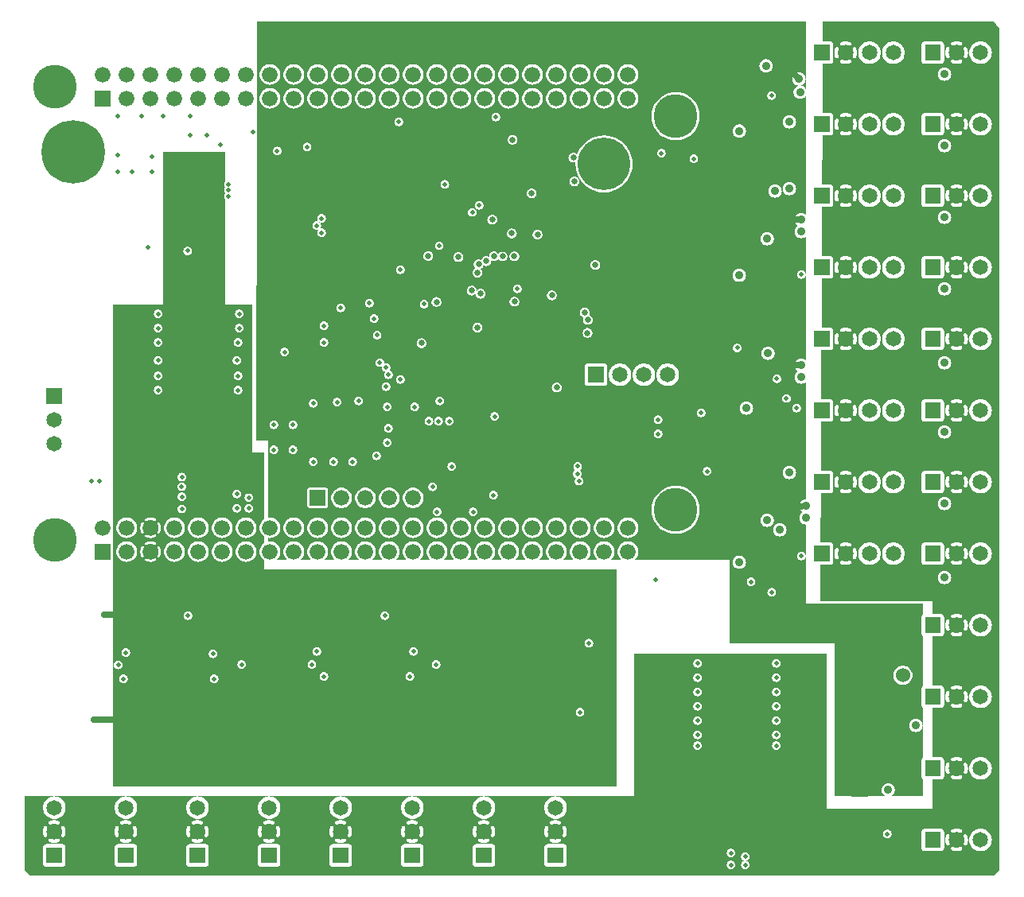
<source format=gbr>
G04 start of page 4 for group 2 idx 1 *
G04 Title: 971 BBB Cape, power *
G04 Creator: pcb 20110918 *
G04 CreationDate: Mon Jan 20 21:04:42 2014 UTC *
G04 For: brians *
G04 Format: Gerber/RS-274X *
G04 PCB-Dimensions: 500000 400000 *
G04 PCB-Coordinate-Origin: lower left *
%MOIN*%
%FSLAX25Y25*%
%LNGROUP2*%
%ADD243C,0.2460*%
%ADD242C,0.0460*%
%ADD241C,0.2000*%
%ADD240C,0.1285*%
%ADD239C,0.0400*%
%ADD238C,0.0350*%
%ADD237C,0.0100*%
%ADD236C,0.0600*%
%ADD235C,0.0360*%
%ADD234C,0.0200*%
%ADD233C,0.2660*%
%ADD232C,0.0660*%
%ADD231C,0.2200*%
%ADD230C,0.1830*%
%ADD229C,0.0650*%
%ADD228C,0.0250*%
%ADD227C,0.0001*%
G54D227*G36*
X382941Y350500D02*Y358500D01*
X389441D01*
Y350500D01*
X382941D01*
G37*
G36*
X383941Y277500D02*Y285500D01*
X390441D01*
Y277500D01*
X383941D01*
G37*
G36*
X383441Y231000D02*Y239000D01*
X389941D01*
Y231000D01*
X383441D01*
G37*
G36*
X292922Y301042D02*Y309042D01*
X299422D01*
Y301042D01*
X292922D01*
G37*
G36*
X292941Y253000D02*Y261000D01*
X299441D01*
Y253000D01*
X292941D01*
G37*
G36*
X309441Y298000D02*Y303000D01*
X314941D01*
Y298000D01*
X309441D01*
G37*
G36*
X258902Y303109D02*Y311109D01*
X265402D01*
Y303109D01*
X258902D01*
G37*
G36*
X267941Y347000D02*Y352000D01*
X273441D01*
Y347000D01*
X267941D01*
G37*
G36*
Y340000D02*Y345000D01*
X273441D01*
Y340000D01*
X267941D01*
G37*
G36*
Y333500D02*Y338500D01*
X273441D01*
Y333500D01*
X267941D01*
G37*
G36*
X383441Y160000D02*Y168000D01*
X389941D01*
Y160000D01*
X383441D01*
G37*
G36*
X428941Y106500D02*Y114500D01*
X435441D01*
Y106500D01*
X428941D01*
G37*
G36*
X419441Y72000D02*Y78000D01*
X426441D01*
Y72000D01*
X419441D01*
G37*
G36*
X388723Y82123D02*Y87123D01*
X394223D01*
Y82123D01*
X388723D01*
G37*
G36*
X249877Y257055D02*Y265055D01*
X256377D01*
Y257055D01*
X249877D01*
G37*
G36*
X238701Y288207D02*Y296207D01*
X245201D01*
Y288207D01*
X238701D01*
G37*
G36*
X481441Y394000D02*Y41500D01*
X478941Y39000D01*
X473493D01*
Y49236D01*
X473500Y49235D01*
X474245Y49294D01*
X474972Y49469D01*
X475663Y49755D01*
X476301Y50145D01*
X476869Y50631D01*
X477355Y51199D01*
X477745Y51837D01*
X478031Y52528D01*
X478206Y53255D01*
X478250Y54000D01*
X478206Y54745D01*
X478031Y55472D01*
X477745Y56163D01*
X477355Y56801D01*
X476869Y57369D01*
X476301Y57855D01*
X475663Y58245D01*
X474972Y58531D01*
X474245Y58706D01*
X473500Y58765D01*
X473493Y58764D01*
Y79236D01*
X473500Y79235D01*
X474245Y79294D01*
X474972Y79469D01*
X475663Y79755D01*
X476301Y80145D01*
X476869Y80631D01*
X477355Y81199D01*
X477745Y81837D01*
X478031Y82528D01*
X478206Y83255D01*
X478250Y84000D01*
X478206Y84745D01*
X478031Y85472D01*
X477745Y86163D01*
X477355Y86801D01*
X476869Y87369D01*
X476301Y87855D01*
X475663Y88245D01*
X474972Y88531D01*
X474245Y88706D01*
X473500Y88765D01*
X473493Y88764D01*
Y109236D01*
X473500Y109235D01*
X474245Y109294D01*
X474972Y109469D01*
X475663Y109755D01*
X476301Y110145D01*
X476869Y110631D01*
X477355Y111199D01*
X477745Y111837D01*
X478031Y112528D01*
X478206Y113255D01*
X478250Y114000D01*
X478206Y114745D01*
X478031Y115472D01*
X477745Y116163D01*
X477355Y116801D01*
X476869Y117369D01*
X476301Y117855D01*
X475663Y118245D01*
X474972Y118531D01*
X474245Y118706D01*
X473500Y118765D01*
X473493Y118764D01*
Y139236D01*
X473500Y139235D01*
X474245Y139294D01*
X474972Y139469D01*
X475663Y139755D01*
X476301Y140145D01*
X476869Y140631D01*
X477355Y141199D01*
X477745Y141837D01*
X478031Y142528D01*
X478206Y143255D01*
X478250Y144000D01*
X478206Y144745D01*
X478031Y145472D01*
X477745Y146163D01*
X477355Y146801D01*
X476869Y147369D01*
X476301Y147855D01*
X475663Y148245D01*
X474972Y148531D01*
X474245Y148706D01*
X473500Y148765D01*
X473493Y148764D01*
Y169236D01*
X473500Y169235D01*
X474245Y169294D01*
X474972Y169469D01*
X475663Y169755D01*
X476301Y170145D01*
X476869Y170631D01*
X477355Y171199D01*
X477745Y171837D01*
X478031Y172528D01*
X478206Y173255D01*
X478250Y174000D01*
X478206Y174745D01*
X478031Y175472D01*
X477745Y176163D01*
X477355Y176801D01*
X476869Y177369D01*
X476301Y177855D01*
X475663Y178245D01*
X474972Y178531D01*
X474245Y178706D01*
X473500Y178765D01*
X473493Y178764D01*
Y199236D01*
X473500Y199235D01*
X474245Y199294D01*
X474972Y199469D01*
X475663Y199755D01*
X476301Y200145D01*
X476869Y200631D01*
X477355Y201199D01*
X477745Y201837D01*
X478031Y202528D01*
X478206Y203255D01*
X478250Y204000D01*
X478206Y204745D01*
X478031Y205472D01*
X477745Y206163D01*
X477355Y206801D01*
X476869Y207369D01*
X476301Y207855D01*
X475663Y208245D01*
X474972Y208531D01*
X474245Y208706D01*
X473500Y208765D01*
X473493Y208764D01*
Y229236D01*
X473500Y229235D01*
X474245Y229294D01*
X474972Y229469D01*
X475663Y229755D01*
X476301Y230145D01*
X476869Y230631D01*
X477355Y231199D01*
X477745Y231837D01*
X478031Y232528D01*
X478206Y233255D01*
X478250Y234000D01*
X478206Y234745D01*
X478031Y235472D01*
X477745Y236163D01*
X477355Y236801D01*
X476869Y237369D01*
X476301Y237855D01*
X475663Y238245D01*
X474972Y238531D01*
X474245Y238706D01*
X473500Y238765D01*
X473493Y238764D01*
Y259236D01*
X473500Y259235D01*
X474245Y259294D01*
X474972Y259469D01*
X475663Y259755D01*
X476301Y260145D01*
X476869Y260631D01*
X477355Y261199D01*
X477745Y261837D01*
X478031Y262528D01*
X478206Y263255D01*
X478250Y264000D01*
X478206Y264745D01*
X478031Y265472D01*
X477745Y266163D01*
X477355Y266801D01*
X476869Y267369D01*
X476301Y267855D01*
X475663Y268245D01*
X474972Y268531D01*
X474245Y268706D01*
X473500Y268765D01*
X473493Y268764D01*
Y289236D01*
X473500Y289235D01*
X474245Y289294D01*
X474972Y289469D01*
X475663Y289755D01*
X476301Y290145D01*
X476869Y290631D01*
X477355Y291199D01*
X477745Y291837D01*
X478031Y292528D01*
X478206Y293255D01*
X478250Y294000D01*
X478206Y294745D01*
X478031Y295472D01*
X477745Y296163D01*
X477355Y296801D01*
X476869Y297369D01*
X476301Y297855D01*
X475663Y298245D01*
X474972Y298531D01*
X474245Y298706D01*
X473500Y298765D01*
X473493Y298764D01*
Y319236D01*
X473500Y319235D01*
X474245Y319294D01*
X474972Y319469D01*
X475663Y319755D01*
X476301Y320145D01*
X476869Y320631D01*
X477355Y321199D01*
X477745Y321837D01*
X478031Y322528D01*
X478206Y323255D01*
X478250Y324000D01*
X478206Y324745D01*
X478031Y325472D01*
X477745Y326163D01*
X477355Y326801D01*
X476869Y327369D01*
X476301Y327855D01*
X475663Y328245D01*
X474972Y328531D01*
X474245Y328706D01*
X473500Y328765D01*
X473493Y328764D01*
Y349236D01*
X473500Y349235D01*
X474245Y349294D01*
X474972Y349469D01*
X475663Y349755D01*
X476301Y350145D01*
X476869Y350631D01*
X477355Y351199D01*
X477745Y351837D01*
X478031Y352528D01*
X478206Y353255D01*
X478250Y354000D01*
X478206Y354745D01*
X478031Y355472D01*
X477745Y356163D01*
X477355Y356801D01*
X476869Y357369D01*
X476301Y357855D01*
X475663Y358245D01*
X474972Y358531D01*
X474245Y358706D01*
X473500Y358765D01*
X473493Y358764D01*
Y379236D01*
X473500Y379235D01*
X474245Y379294D01*
X474972Y379469D01*
X475663Y379755D01*
X476301Y380145D01*
X476869Y380631D01*
X477355Y381199D01*
X477745Y381837D01*
X478031Y382528D01*
X478206Y383255D01*
X478250Y384000D01*
X478206Y384745D01*
X478031Y385472D01*
X477745Y386163D01*
X477355Y386801D01*
X476869Y387369D01*
X476301Y387855D01*
X475663Y388245D01*
X474972Y388531D01*
X474245Y388706D01*
X473500Y388765D01*
X473493Y388764D01*
Y397000D01*
X478941D01*
X481441Y394000D01*
G37*
G36*
X473493Y39000D02*X467332D01*
Y51670D01*
X467443Y51704D01*
X467550Y51756D01*
X467646Y51823D01*
X467731Y51905D01*
X467802Y52000D01*
X467856Y52105D01*
X468015Y52508D01*
X468132Y52925D01*
X468211Y53352D01*
X468250Y53783D01*
Y54217D01*
X468211Y54648D01*
X468132Y55075D01*
X468015Y55492D01*
X467860Y55897D01*
X467805Y56002D01*
X467734Y56097D01*
X467648Y56179D01*
X467551Y56247D01*
X467445Y56299D01*
X467332Y56334D01*
Y81670D01*
X467443Y81704D01*
X467550Y81756D01*
X467646Y81823D01*
X467731Y81905D01*
X467802Y82000D01*
X467856Y82105D01*
X468015Y82508D01*
X468132Y82925D01*
X468211Y83352D01*
X468250Y83783D01*
Y84217D01*
X468211Y84648D01*
X468132Y85075D01*
X468015Y85492D01*
X467860Y85897D01*
X467805Y86002D01*
X467734Y86097D01*
X467648Y86179D01*
X467551Y86247D01*
X467445Y86299D01*
X467332Y86334D01*
Y111670D01*
X467443Y111704D01*
X467550Y111756D01*
X467646Y111823D01*
X467731Y111905D01*
X467802Y112000D01*
X467856Y112105D01*
X468015Y112508D01*
X468132Y112925D01*
X468211Y113352D01*
X468250Y113783D01*
Y114217D01*
X468211Y114648D01*
X468132Y115075D01*
X468015Y115492D01*
X467860Y115897D01*
X467805Y116002D01*
X467734Y116097D01*
X467648Y116179D01*
X467551Y116247D01*
X467445Y116299D01*
X467332Y116334D01*
Y141670D01*
X467443Y141704D01*
X467550Y141756D01*
X467646Y141823D01*
X467731Y141905D01*
X467802Y142000D01*
X467856Y142105D01*
X468015Y142508D01*
X468132Y142925D01*
X468211Y143352D01*
X468250Y143783D01*
Y144217D01*
X468211Y144648D01*
X468132Y145075D01*
X468015Y145492D01*
X467860Y145897D01*
X467805Y146002D01*
X467734Y146097D01*
X467648Y146179D01*
X467551Y146247D01*
X467445Y146299D01*
X467332Y146334D01*
Y171670D01*
X467443Y171704D01*
X467550Y171756D01*
X467646Y171823D01*
X467731Y171905D01*
X467802Y172000D01*
X467856Y172105D01*
X468015Y172508D01*
X468132Y172925D01*
X468211Y173352D01*
X468250Y173783D01*
Y174217D01*
X468211Y174648D01*
X468132Y175075D01*
X468015Y175492D01*
X467860Y175897D01*
X467805Y176002D01*
X467734Y176097D01*
X467648Y176179D01*
X467551Y176247D01*
X467445Y176299D01*
X467332Y176334D01*
Y201670D01*
X467443Y201704D01*
X467550Y201756D01*
X467646Y201823D01*
X467731Y201905D01*
X467802Y202000D01*
X467856Y202105D01*
X468015Y202508D01*
X468132Y202925D01*
X468211Y203352D01*
X468250Y203783D01*
Y204217D01*
X468211Y204648D01*
X468132Y205075D01*
X468015Y205492D01*
X467860Y205897D01*
X467805Y206002D01*
X467734Y206097D01*
X467648Y206179D01*
X467551Y206247D01*
X467445Y206299D01*
X467332Y206334D01*
Y231670D01*
X467443Y231704D01*
X467550Y231756D01*
X467646Y231823D01*
X467731Y231905D01*
X467802Y232000D01*
X467856Y232105D01*
X468015Y232508D01*
X468132Y232925D01*
X468211Y233352D01*
X468250Y233783D01*
Y234217D01*
X468211Y234648D01*
X468132Y235075D01*
X468015Y235492D01*
X467860Y235897D01*
X467805Y236002D01*
X467734Y236097D01*
X467648Y236179D01*
X467551Y236247D01*
X467445Y236299D01*
X467332Y236334D01*
Y261670D01*
X467443Y261704D01*
X467550Y261756D01*
X467646Y261823D01*
X467731Y261905D01*
X467802Y262000D01*
X467856Y262105D01*
X468015Y262508D01*
X468132Y262925D01*
X468211Y263352D01*
X468250Y263783D01*
Y264217D01*
X468211Y264648D01*
X468132Y265075D01*
X468015Y265492D01*
X467860Y265897D01*
X467805Y266002D01*
X467734Y266097D01*
X467648Y266179D01*
X467551Y266247D01*
X467445Y266299D01*
X467332Y266334D01*
Y291670D01*
X467443Y291704D01*
X467550Y291756D01*
X467646Y291823D01*
X467731Y291905D01*
X467802Y292000D01*
X467856Y292105D01*
X468015Y292508D01*
X468132Y292925D01*
X468211Y293352D01*
X468250Y293783D01*
Y294217D01*
X468211Y294648D01*
X468132Y295075D01*
X468015Y295492D01*
X467860Y295897D01*
X467805Y296002D01*
X467734Y296097D01*
X467648Y296179D01*
X467551Y296247D01*
X467445Y296299D01*
X467332Y296334D01*
Y321670D01*
X467443Y321704D01*
X467550Y321756D01*
X467646Y321823D01*
X467731Y321905D01*
X467802Y322000D01*
X467856Y322105D01*
X468015Y322508D01*
X468132Y322925D01*
X468211Y323352D01*
X468250Y323783D01*
Y324217D01*
X468211Y324648D01*
X468132Y325075D01*
X468015Y325492D01*
X467860Y325897D01*
X467805Y326002D01*
X467734Y326097D01*
X467648Y326179D01*
X467551Y326247D01*
X467445Y326299D01*
X467332Y326334D01*
Y351670D01*
X467443Y351704D01*
X467550Y351756D01*
X467646Y351823D01*
X467731Y351905D01*
X467802Y352000D01*
X467856Y352105D01*
X468015Y352508D01*
X468132Y352925D01*
X468211Y353352D01*
X468250Y353783D01*
Y354217D01*
X468211Y354648D01*
X468132Y355075D01*
X468015Y355492D01*
X467860Y355897D01*
X467805Y356002D01*
X467734Y356097D01*
X467648Y356179D01*
X467551Y356247D01*
X467445Y356299D01*
X467332Y356334D01*
Y381670D01*
X467443Y381704D01*
X467550Y381756D01*
X467646Y381823D01*
X467731Y381905D01*
X467802Y382000D01*
X467856Y382105D01*
X468015Y382508D01*
X468132Y382925D01*
X468211Y383352D01*
X468250Y383783D01*
Y384217D01*
X468211Y384648D01*
X468132Y385075D01*
X468015Y385492D01*
X467860Y385897D01*
X467805Y386002D01*
X467734Y386097D01*
X467648Y386179D01*
X467551Y386247D01*
X467445Y386299D01*
X467332Y386334D01*
Y397000D01*
X473493D01*
Y388764D01*
X472755Y388706D01*
X472028Y388531D01*
X471337Y388245D01*
X470699Y387855D01*
X470131Y387369D01*
X469645Y386801D01*
X469255Y386163D01*
X468969Y385472D01*
X468794Y384745D01*
X468735Y384000D01*
X468794Y383255D01*
X468969Y382528D01*
X469255Y381837D01*
X469645Y381199D01*
X470131Y380631D01*
X470699Y380145D01*
X471337Y379755D01*
X472028Y379469D01*
X472755Y379294D01*
X473493Y379236D01*
Y358764D01*
X472755Y358706D01*
X472028Y358531D01*
X471337Y358245D01*
X470699Y357855D01*
X470131Y357369D01*
X469645Y356801D01*
X469255Y356163D01*
X468969Y355472D01*
X468794Y354745D01*
X468735Y354000D01*
X468794Y353255D01*
X468969Y352528D01*
X469255Y351837D01*
X469645Y351199D01*
X470131Y350631D01*
X470699Y350145D01*
X471337Y349755D01*
X472028Y349469D01*
X472755Y349294D01*
X473493Y349236D01*
Y328764D01*
X472755Y328706D01*
X472028Y328531D01*
X471337Y328245D01*
X470699Y327855D01*
X470131Y327369D01*
X469645Y326801D01*
X469255Y326163D01*
X468969Y325472D01*
X468794Y324745D01*
X468735Y324000D01*
X468794Y323255D01*
X468969Y322528D01*
X469255Y321837D01*
X469645Y321199D01*
X470131Y320631D01*
X470699Y320145D01*
X471337Y319755D01*
X472028Y319469D01*
X472755Y319294D01*
X473493Y319236D01*
Y298764D01*
X472755Y298706D01*
X472028Y298531D01*
X471337Y298245D01*
X470699Y297855D01*
X470131Y297369D01*
X469645Y296801D01*
X469255Y296163D01*
X468969Y295472D01*
X468794Y294745D01*
X468735Y294000D01*
X468794Y293255D01*
X468969Y292528D01*
X469255Y291837D01*
X469645Y291199D01*
X470131Y290631D01*
X470699Y290145D01*
X471337Y289755D01*
X472028Y289469D01*
X472755Y289294D01*
X473493Y289236D01*
Y268764D01*
X472755Y268706D01*
X472028Y268531D01*
X471337Y268245D01*
X470699Y267855D01*
X470131Y267369D01*
X469645Y266801D01*
X469255Y266163D01*
X468969Y265472D01*
X468794Y264745D01*
X468735Y264000D01*
X468794Y263255D01*
X468969Y262528D01*
X469255Y261837D01*
X469645Y261199D01*
X470131Y260631D01*
X470699Y260145D01*
X471337Y259755D01*
X472028Y259469D01*
X472755Y259294D01*
X473493Y259236D01*
Y238764D01*
X472755Y238706D01*
X472028Y238531D01*
X471337Y238245D01*
X470699Y237855D01*
X470131Y237369D01*
X469645Y236801D01*
X469255Y236163D01*
X468969Y235472D01*
X468794Y234745D01*
X468735Y234000D01*
X468794Y233255D01*
X468969Y232528D01*
X469255Y231837D01*
X469645Y231199D01*
X470131Y230631D01*
X470699Y230145D01*
X471337Y229755D01*
X472028Y229469D01*
X472755Y229294D01*
X473493Y229236D01*
Y208764D01*
X472755Y208706D01*
X472028Y208531D01*
X471337Y208245D01*
X470699Y207855D01*
X470131Y207369D01*
X469645Y206801D01*
X469255Y206163D01*
X468969Y205472D01*
X468794Y204745D01*
X468735Y204000D01*
X468794Y203255D01*
X468969Y202528D01*
X469255Y201837D01*
X469645Y201199D01*
X470131Y200631D01*
X470699Y200145D01*
X471337Y199755D01*
X472028Y199469D01*
X472755Y199294D01*
X473493Y199236D01*
Y178764D01*
X472755Y178706D01*
X472028Y178531D01*
X471337Y178245D01*
X470699Y177855D01*
X470131Y177369D01*
X469645Y176801D01*
X469255Y176163D01*
X468969Y175472D01*
X468794Y174745D01*
X468735Y174000D01*
X468794Y173255D01*
X468969Y172528D01*
X469255Y171837D01*
X469645Y171199D01*
X470131Y170631D01*
X470699Y170145D01*
X471337Y169755D01*
X472028Y169469D01*
X472755Y169294D01*
X473493Y169236D01*
Y148764D01*
X472755Y148706D01*
X472028Y148531D01*
X471337Y148245D01*
X470699Y147855D01*
X470131Y147369D01*
X469645Y146801D01*
X469255Y146163D01*
X468969Y145472D01*
X468794Y144745D01*
X468735Y144000D01*
X468794Y143255D01*
X468969Y142528D01*
X469255Y141837D01*
X469645Y141199D01*
X470131Y140631D01*
X470699Y140145D01*
X471337Y139755D01*
X472028Y139469D01*
X472755Y139294D01*
X473493Y139236D01*
Y118764D01*
X472755Y118706D01*
X472028Y118531D01*
X471337Y118245D01*
X470699Y117855D01*
X470131Y117369D01*
X469645Y116801D01*
X469255Y116163D01*
X468969Y115472D01*
X468794Y114745D01*
X468735Y114000D01*
X468794Y113255D01*
X468969Y112528D01*
X469255Y111837D01*
X469645Y111199D01*
X470131Y110631D01*
X470699Y110145D01*
X471337Y109755D01*
X472028Y109469D01*
X472755Y109294D01*
X473493Y109236D01*
Y88764D01*
X472755Y88706D01*
X472028Y88531D01*
X471337Y88245D01*
X470699Y87855D01*
X470131Y87369D01*
X469645Y86801D01*
X469255Y86163D01*
X468969Y85472D01*
X468794Y84745D01*
X468735Y84000D01*
X468794Y83255D01*
X468969Y82528D01*
X469255Y81837D01*
X469645Y81199D01*
X470131Y80631D01*
X470699Y80145D01*
X471337Y79755D01*
X472028Y79469D01*
X472755Y79294D01*
X473493Y79236D01*
Y58764D01*
X472755Y58706D01*
X472028Y58531D01*
X471337Y58245D01*
X470699Y57855D01*
X470131Y57369D01*
X469645Y56801D01*
X469255Y56163D01*
X468969Y55472D01*
X468794Y54745D01*
X468735Y54000D01*
X468794Y53255D01*
X468969Y52528D01*
X469255Y51837D01*
X469645Y51199D01*
X470131Y50631D01*
X470699Y50145D01*
X471337Y49755D01*
X472028Y49469D01*
X472755Y49294D01*
X473493Y49236D01*
Y39000D01*
G37*
G36*
X467332D02*X463502D01*
Y49250D01*
X463717D01*
X464148Y49289D01*
X464575Y49368D01*
X464992Y49485D01*
X465397Y49640D01*
X465502Y49695D01*
X465597Y49766D01*
X465679Y49852D01*
X465747Y49949D01*
X465799Y50055D01*
X465834Y50169D01*
X465850Y50286D01*
X465848Y50405D01*
X465827Y50522D01*
X465789Y50634D01*
X465733Y50738D01*
X465662Y50833D01*
X465576Y50915D01*
X465479Y50983D01*
X465373Y51035D01*
X465259Y51070D01*
X465142Y51086D01*
X465023Y51084D01*
X464906Y51064D01*
X464795Y51023D01*
X464520Y50914D01*
X464235Y50834D01*
X463943Y50780D01*
X463648Y50753D01*
X463502D01*
Y57247D01*
X463648D01*
X463943Y57220D01*
X464235Y57166D01*
X464520Y57086D01*
X464797Y56980D01*
X464907Y56940D01*
X465024Y56919D01*
X465142Y56917D01*
X465259Y56933D01*
X465371Y56968D01*
X465478Y57020D01*
X465574Y57087D01*
X465659Y57169D01*
X465730Y57263D01*
X465786Y57368D01*
X465824Y57479D01*
X465845Y57596D01*
X465847Y57714D01*
X465830Y57830D01*
X465796Y57943D01*
X465744Y58050D01*
X465677Y58146D01*
X465595Y58231D01*
X465500Y58302D01*
X465395Y58356D01*
X464992Y58515D01*
X464575Y58632D01*
X464148Y58711D01*
X463717Y58750D01*
X463502D01*
Y79250D01*
X463717D01*
X464148Y79289D01*
X464575Y79368D01*
X464992Y79485D01*
X465397Y79640D01*
X465502Y79695D01*
X465597Y79766D01*
X465679Y79852D01*
X465747Y79949D01*
X465799Y80055D01*
X465834Y80169D01*
X465850Y80286D01*
X465848Y80405D01*
X465827Y80522D01*
X465789Y80634D01*
X465733Y80738D01*
X465662Y80833D01*
X465576Y80915D01*
X465479Y80983D01*
X465373Y81035D01*
X465259Y81070D01*
X465142Y81086D01*
X465023Y81084D01*
X464906Y81064D01*
X464795Y81023D01*
X464520Y80914D01*
X464235Y80834D01*
X463943Y80780D01*
X463648Y80753D01*
X463502D01*
Y87247D01*
X463648D01*
X463943Y87220D01*
X464235Y87166D01*
X464520Y87086D01*
X464797Y86980D01*
X464907Y86940D01*
X465024Y86919D01*
X465142Y86917D01*
X465259Y86933D01*
X465371Y86968D01*
X465478Y87020D01*
X465574Y87087D01*
X465659Y87169D01*
X465730Y87263D01*
X465786Y87368D01*
X465824Y87479D01*
X465845Y87596D01*
X465847Y87714D01*
X465830Y87830D01*
X465796Y87943D01*
X465744Y88050D01*
X465677Y88146D01*
X465595Y88231D01*
X465500Y88302D01*
X465395Y88356D01*
X464992Y88515D01*
X464575Y88632D01*
X464148Y88711D01*
X463717Y88750D01*
X463502D01*
Y109250D01*
X463717D01*
X464148Y109289D01*
X464575Y109368D01*
X464992Y109485D01*
X465397Y109640D01*
X465502Y109695D01*
X465597Y109766D01*
X465679Y109852D01*
X465747Y109949D01*
X465799Y110055D01*
X465834Y110169D01*
X465850Y110286D01*
X465848Y110405D01*
X465827Y110522D01*
X465789Y110634D01*
X465733Y110738D01*
X465662Y110833D01*
X465576Y110915D01*
X465479Y110983D01*
X465373Y111035D01*
X465259Y111070D01*
X465142Y111086D01*
X465023Y111084D01*
X464906Y111064D01*
X464795Y111023D01*
X464520Y110914D01*
X464235Y110834D01*
X463943Y110780D01*
X463648Y110753D01*
X463502D01*
Y117247D01*
X463648D01*
X463943Y117220D01*
X464235Y117166D01*
X464520Y117086D01*
X464797Y116980D01*
X464907Y116940D01*
X465024Y116919D01*
X465142Y116917D01*
X465259Y116933D01*
X465371Y116968D01*
X465478Y117020D01*
X465574Y117087D01*
X465659Y117169D01*
X465730Y117263D01*
X465786Y117368D01*
X465824Y117479D01*
X465845Y117596D01*
X465847Y117714D01*
X465830Y117830D01*
X465796Y117943D01*
X465744Y118050D01*
X465677Y118146D01*
X465595Y118231D01*
X465500Y118302D01*
X465395Y118356D01*
X464992Y118515D01*
X464575Y118632D01*
X464148Y118711D01*
X463717Y118750D01*
X463502D01*
Y139250D01*
X463717D01*
X464148Y139289D01*
X464575Y139368D01*
X464992Y139485D01*
X465397Y139640D01*
X465502Y139695D01*
X465597Y139766D01*
X465679Y139852D01*
X465747Y139949D01*
X465799Y140055D01*
X465834Y140169D01*
X465850Y140286D01*
X465848Y140405D01*
X465827Y140522D01*
X465789Y140634D01*
X465733Y140738D01*
X465662Y140833D01*
X465576Y140915D01*
X465479Y140983D01*
X465373Y141035D01*
X465259Y141070D01*
X465142Y141086D01*
X465023Y141084D01*
X464906Y141064D01*
X464795Y141023D01*
X464520Y140914D01*
X464235Y140834D01*
X463943Y140780D01*
X463648Y140753D01*
X463502D01*
Y147247D01*
X463648D01*
X463943Y147220D01*
X464235Y147166D01*
X464520Y147086D01*
X464797Y146980D01*
X464907Y146940D01*
X465024Y146919D01*
X465142Y146917D01*
X465259Y146933D01*
X465371Y146968D01*
X465478Y147020D01*
X465574Y147087D01*
X465659Y147169D01*
X465730Y147263D01*
X465786Y147368D01*
X465824Y147479D01*
X465845Y147596D01*
X465847Y147714D01*
X465830Y147830D01*
X465796Y147943D01*
X465744Y148050D01*
X465677Y148146D01*
X465595Y148231D01*
X465500Y148302D01*
X465395Y148356D01*
X464992Y148515D01*
X464575Y148632D01*
X464148Y148711D01*
X463717Y148750D01*
X463502D01*
Y169250D01*
X463717D01*
X464148Y169289D01*
X464575Y169368D01*
X464992Y169485D01*
X465397Y169640D01*
X465502Y169695D01*
X465597Y169766D01*
X465679Y169852D01*
X465747Y169949D01*
X465799Y170055D01*
X465834Y170169D01*
X465850Y170286D01*
X465848Y170405D01*
X465827Y170522D01*
X465789Y170634D01*
X465733Y170738D01*
X465662Y170833D01*
X465576Y170915D01*
X465479Y170983D01*
X465373Y171035D01*
X465259Y171070D01*
X465142Y171086D01*
X465023Y171084D01*
X464906Y171064D01*
X464795Y171023D01*
X464520Y170914D01*
X464235Y170834D01*
X463943Y170780D01*
X463648Y170753D01*
X463502D01*
Y177247D01*
X463648D01*
X463943Y177220D01*
X464235Y177166D01*
X464520Y177086D01*
X464797Y176980D01*
X464907Y176940D01*
X465024Y176919D01*
X465142Y176917D01*
X465259Y176933D01*
X465371Y176968D01*
X465478Y177020D01*
X465574Y177087D01*
X465659Y177169D01*
X465730Y177263D01*
X465786Y177368D01*
X465824Y177479D01*
X465845Y177596D01*
X465847Y177714D01*
X465830Y177830D01*
X465796Y177943D01*
X465744Y178050D01*
X465677Y178146D01*
X465595Y178231D01*
X465500Y178302D01*
X465395Y178356D01*
X464992Y178515D01*
X464575Y178632D01*
X464148Y178711D01*
X463717Y178750D01*
X463502D01*
Y199250D01*
X463717D01*
X464148Y199289D01*
X464575Y199368D01*
X464992Y199485D01*
X465397Y199640D01*
X465502Y199695D01*
X465597Y199766D01*
X465679Y199852D01*
X465747Y199949D01*
X465799Y200055D01*
X465834Y200169D01*
X465850Y200286D01*
X465848Y200405D01*
X465827Y200522D01*
X465789Y200634D01*
X465733Y200738D01*
X465662Y200833D01*
X465576Y200915D01*
X465479Y200983D01*
X465373Y201035D01*
X465259Y201070D01*
X465142Y201086D01*
X465023Y201084D01*
X464906Y201064D01*
X464795Y201023D01*
X464520Y200914D01*
X464235Y200834D01*
X463943Y200780D01*
X463648Y200753D01*
X463502D01*
Y207247D01*
X463648D01*
X463943Y207220D01*
X464235Y207166D01*
X464520Y207086D01*
X464797Y206980D01*
X464907Y206940D01*
X465024Y206919D01*
X465142Y206917D01*
X465259Y206933D01*
X465371Y206968D01*
X465478Y207020D01*
X465574Y207087D01*
X465659Y207169D01*
X465730Y207263D01*
X465786Y207368D01*
X465824Y207479D01*
X465845Y207596D01*
X465847Y207714D01*
X465830Y207830D01*
X465796Y207943D01*
X465744Y208050D01*
X465677Y208146D01*
X465595Y208231D01*
X465500Y208302D01*
X465395Y208356D01*
X464992Y208515D01*
X464575Y208632D01*
X464148Y208711D01*
X463717Y208750D01*
X463502D01*
Y229250D01*
X463717D01*
X464148Y229289D01*
X464575Y229368D01*
X464992Y229485D01*
X465397Y229640D01*
X465502Y229695D01*
X465597Y229766D01*
X465679Y229852D01*
X465747Y229949D01*
X465799Y230055D01*
X465834Y230169D01*
X465850Y230286D01*
X465848Y230405D01*
X465827Y230522D01*
X465789Y230634D01*
X465733Y230738D01*
X465662Y230833D01*
X465576Y230915D01*
X465479Y230983D01*
X465373Y231035D01*
X465259Y231070D01*
X465142Y231086D01*
X465023Y231084D01*
X464906Y231064D01*
X464795Y231023D01*
X464520Y230914D01*
X464235Y230834D01*
X463943Y230780D01*
X463648Y230753D01*
X463502D01*
Y237247D01*
X463648D01*
X463943Y237220D01*
X464235Y237166D01*
X464520Y237086D01*
X464797Y236980D01*
X464907Y236940D01*
X465024Y236919D01*
X465142Y236917D01*
X465259Y236933D01*
X465371Y236968D01*
X465478Y237020D01*
X465574Y237087D01*
X465659Y237169D01*
X465730Y237263D01*
X465786Y237368D01*
X465824Y237479D01*
X465845Y237596D01*
X465847Y237714D01*
X465830Y237830D01*
X465796Y237943D01*
X465744Y238050D01*
X465677Y238146D01*
X465595Y238231D01*
X465500Y238302D01*
X465395Y238356D01*
X464992Y238515D01*
X464575Y238632D01*
X464148Y238711D01*
X463717Y238750D01*
X463502D01*
Y259250D01*
X463717D01*
X464148Y259289D01*
X464575Y259368D01*
X464992Y259485D01*
X465397Y259640D01*
X465502Y259695D01*
X465597Y259766D01*
X465679Y259852D01*
X465747Y259949D01*
X465799Y260055D01*
X465834Y260169D01*
X465850Y260286D01*
X465848Y260405D01*
X465827Y260522D01*
X465789Y260634D01*
X465733Y260738D01*
X465662Y260833D01*
X465576Y260915D01*
X465479Y260983D01*
X465373Y261035D01*
X465259Y261070D01*
X465142Y261086D01*
X465023Y261084D01*
X464906Y261064D01*
X464795Y261023D01*
X464520Y260914D01*
X464235Y260834D01*
X463943Y260780D01*
X463648Y260753D01*
X463502D01*
Y267247D01*
X463648D01*
X463943Y267220D01*
X464235Y267166D01*
X464520Y267086D01*
X464797Y266980D01*
X464907Y266940D01*
X465024Y266919D01*
X465142Y266917D01*
X465259Y266933D01*
X465371Y266968D01*
X465478Y267020D01*
X465574Y267087D01*
X465659Y267169D01*
X465730Y267263D01*
X465786Y267368D01*
X465824Y267479D01*
X465845Y267596D01*
X465847Y267714D01*
X465830Y267830D01*
X465796Y267943D01*
X465744Y268050D01*
X465677Y268146D01*
X465595Y268231D01*
X465500Y268302D01*
X465395Y268356D01*
X464992Y268515D01*
X464575Y268632D01*
X464148Y268711D01*
X463717Y268750D01*
X463502D01*
Y289250D01*
X463717D01*
X464148Y289289D01*
X464575Y289368D01*
X464992Y289485D01*
X465397Y289640D01*
X465502Y289695D01*
X465597Y289766D01*
X465679Y289852D01*
X465747Y289949D01*
X465799Y290055D01*
X465834Y290169D01*
X465850Y290286D01*
X465848Y290405D01*
X465827Y290522D01*
X465789Y290634D01*
X465733Y290738D01*
X465662Y290833D01*
X465576Y290915D01*
X465479Y290983D01*
X465373Y291035D01*
X465259Y291070D01*
X465142Y291086D01*
X465023Y291084D01*
X464906Y291064D01*
X464795Y291023D01*
X464520Y290914D01*
X464235Y290834D01*
X463943Y290780D01*
X463648Y290753D01*
X463502D01*
Y297247D01*
X463648D01*
X463943Y297220D01*
X464235Y297166D01*
X464520Y297086D01*
X464797Y296980D01*
X464907Y296940D01*
X465024Y296919D01*
X465142Y296917D01*
X465259Y296933D01*
X465371Y296968D01*
X465478Y297020D01*
X465574Y297087D01*
X465659Y297169D01*
X465730Y297263D01*
X465786Y297368D01*
X465824Y297479D01*
X465845Y297596D01*
X465847Y297714D01*
X465830Y297830D01*
X465796Y297943D01*
X465744Y298050D01*
X465677Y298146D01*
X465595Y298231D01*
X465500Y298302D01*
X465395Y298356D01*
X464992Y298515D01*
X464575Y298632D01*
X464148Y298711D01*
X463717Y298750D01*
X463502D01*
Y319250D01*
X463717D01*
X464148Y319289D01*
X464575Y319368D01*
X464992Y319485D01*
X465397Y319640D01*
X465502Y319695D01*
X465597Y319766D01*
X465679Y319852D01*
X465747Y319949D01*
X465799Y320055D01*
X465834Y320169D01*
X465850Y320286D01*
X465848Y320405D01*
X465827Y320522D01*
X465789Y320634D01*
X465733Y320738D01*
X465662Y320833D01*
X465576Y320915D01*
X465479Y320983D01*
X465373Y321035D01*
X465259Y321070D01*
X465142Y321086D01*
X465023Y321084D01*
X464906Y321064D01*
X464795Y321023D01*
X464520Y320914D01*
X464235Y320834D01*
X463943Y320780D01*
X463648Y320753D01*
X463502D01*
Y327247D01*
X463648D01*
X463943Y327220D01*
X464235Y327166D01*
X464520Y327086D01*
X464797Y326980D01*
X464907Y326940D01*
X465024Y326919D01*
X465142Y326917D01*
X465259Y326933D01*
X465371Y326968D01*
X465478Y327020D01*
X465574Y327087D01*
X465659Y327169D01*
X465730Y327263D01*
X465786Y327368D01*
X465824Y327479D01*
X465845Y327596D01*
X465847Y327714D01*
X465830Y327830D01*
X465796Y327943D01*
X465744Y328050D01*
X465677Y328146D01*
X465595Y328231D01*
X465500Y328302D01*
X465395Y328356D01*
X464992Y328515D01*
X464575Y328632D01*
X464148Y328711D01*
X463717Y328750D01*
X463502D01*
Y349250D01*
X463717D01*
X464148Y349289D01*
X464575Y349368D01*
X464992Y349485D01*
X465397Y349640D01*
X465502Y349695D01*
X465597Y349766D01*
X465679Y349852D01*
X465747Y349949D01*
X465799Y350055D01*
X465834Y350169D01*
X465850Y350286D01*
X465848Y350405D01*
X465827Y350522D01*
X465789Y350634D01*
X465733Y350738D01*
X465662Y350833D01*
X465576Y350915D01*
X465479Y350983D01*
X465373Y351035D01*
X465259Y351070D01*
X465142Y351086D01*
X465023Y351084D01*
X464906Y351064D01*
X464795Y351023D01*
X464520Y350914D01*
X464235Y350834D01*
X463943Y350780D01*
X463648Y350753D01*
X463502D01*
Y357247D01*
X463648D01*
X463943Y357220D01*
X464235Y357166D01*
X464520Y357086D01*
X464797Y356980D01*
X464907Y356940D01*
X465024Y356919D01*
X465142Y356917D01*
X465259Y356933D01*
X465371Y356968D01*
X465478Y357020D01*
X465574Y357087D01*
X465659Y357169D01*
X465730Y357263D01*
X465786Y357368D01*
X465824Y357479D01*
X465845Y357596D01*
X465847Y357714D01*
X465830Y357830D01*
X465796Y357943D01*
X465744Y358050D01*
X465677Y358146D01*
X465595Y358231D01*
X465500Y358302D01*
X465395Y358356D01*
X464992Y358515D01*
X464575Y358632D01*
X464148Y358711D01*
X463717Y358750D01*
X463502D01*
Y379250D01*
X463717D01*
X464148Y379289D01*
X464575Y379368D01*
X464992Y379485D01*
X465397Y379640D01*
X465502Y379695D01*
X465597Y379766D01*
X465679Y379852D01*
X465747Y379949D01*
X465799Y380055D01*
X465834Y380169D01*
X465850Y380286D01*
X465848Y380405D01*
X465827Y380522D01*
X465789Y380634D01*
X465733Y380738D01*
X465662Y380833D01*
X465576Y380915D01*
X465479Y380983D01*
X465373Y381035D01*
X465259Y381070D01*
X465142Y381086D01*
X465023Y381084D01*
X464906Y381064D01*
X464795Y381023D01*
X464520Y380914D01*
X464235Y380834D01*
X463943Y380780D01*
X463648Y380753D01*
X463502D01*
Y387247D01*
X463648D01*
X463943Y387220D01*
X464235Y387166D01*
X464520Y387086D01*
X464797Y386980D01*
X464907Y386940D01*
X465024Y386919D01*
X465142Y386917D01*
X465259Y386933D01*
X465371Y386968D01*
X465478Y387020D01*
X465574Y387087D01*
X465659Y387169D01*
X465730Y387263D01*
X465786Y387368D01*
X465824Y387479D01*
X465845Y387596D01*
X465847Y387714D01*
X465830Y387830D01*
X465796Y387943D01*
X465744Y388050D01*
X465677Y388146D01*
X465595Y388231D01*
X465500Y388302D01*
X465395Y388356D01*
X464992Y388515D01*
X464575Y388632D01*
X464148Y388711D01*
X463717Y388750D01*
X463502D01*
Y397000D01*
X467332D01*
Y386334D01*
X467331Y386334D01*
X467214Y386350D01*
X467095Y386348D01*
X466978Y386327D01*
X466866Y386289D01*
X466762Y386233D01*
X466667Y386162D01*
X466585Y386076D01*
X466517Y385979D01*
X466465Y385873D01*
X466430Y385759D01*
X466414Y385642D01*
X466416Y385523D01*
X466436Y385407D01*
X466477Y385295D01*
X466586Y385020D01*
X466666Y384735D01*
X466720Y384443D01*
X466747Y384148D01*
Y383852D01*
X466720Y383557D01*
X466666Y383265D01*
X466586Y382980D01*
X466480Y382703D01*
X466440Y382593D01*
X466419Y382476D01*
X466417Y382358D01*
X466433Y382241D01*
X466468Y382129D01*
X466520Y382022D01*
X466587Y381926D01*
X466669Y381841D01*
X466763Y381770D01*
X466868Y381714D01*
X466979Y381676D01*
X467096Y381655D01*
X467214Y381653D01*
X467330Y381670D01*
X467332Y381670D01*
Y356334D01*
X467331Y356334D01*
X467214Y356350D01*
X467095Y356348D01*
X466978Y356327D01*
X466866Y356289D01*
X466762Y356233D01*
X466667Y356162D01*
X466585Y356076D01*
X466517Y355979D01*
X466465Y355873D01*
X466430Y355759D01*
X466414Y355642D01*
X466416Y355523D01*
X466436Y355407D01*
X466477Y355295D01*
X466586Y355020D01*
X466666Y354735D01*
X466720Y354443D01*
X466747Y354148D01*
Y353852D01*
X466720Y353557D01*
X466666Y353265D01*
X466586Y352980D01*
X466480Y352703D01*
X466440Y352593D01*
X466419Y352476D01*
X466417Y352358D01*
X466433Y352241D01*
X466468Y352129D01*
X466520Y352022D01*
X466587Y351926D01*
X466669Y351841D01*
X466763Y351770D01*
X466868Y351714D01*
X466979Y351676D01*
X467096Y351655D01*
X467214Y351653D01*
X467330Y351670D01*
X467332Y351670D01*
Y326334D01*
X467331Y326334D01*
X467214Y326350D01*
X467095Y326348D01*
X466978Y326327D01*
X466866Y326289D01*
X466762Y326233D01*
X466667Y326162D01*
X466585Y326076D01*
X466517Y325979D01*
X466465Y325873D01*
X466430Y325759D01*
X466414Y325642D01*
X466416Y325523D01*
X466436Y325407D01*
X466477Y325295D01*
X466586Y325020D01*
X466666Y324735D01*
X466720Y324443D01*
X466747Y324148D01*
Y323852D01*
X466720Y323557D01*
X466666Y323265D01*
X466586Y322980D01*
X466480Y322703D01*
X466440Y322593D01*
X466419Y322476D01*
X466417Y322358D01*
X466433Y322241D01*
X466468Y322129D01*
X466520Y322022D01*
X466587Y321926D01*
X466669Y321841D01*
X466763Y321770D01*
X466868Y321714D01*
X466979Y321676D01*
X467096Y321655D01*
X467214Y321653D01*
X467330Y321670D01*
X467332Y321670D01*
Y296334D01*
X467331Y296334D01*
X467214Y296350D01*
X467095Y296348D01*
X466978Y296327D01*
X466866Y296289D01*
X466762Y296233D01*
X466667Y296162D01*
X466585Y296076D01*
X466517Y295979D01*
X466465Y295873D01*
X466430Y295759D01*
X466414Y295642D01*
X466416Y295523D01*
X466436Y295407D01*
X466477Y295295D01*
X466586Y295020D01*
X466666Y294735D01*
X466720Y294443D01*
X466747Y294148D01*
Y293852D01*
X466720Y293557D01*
X466666Y293265D01*
X466586Y292980D01*
X466480Y292703D01*
X466440Y292593D01*
X466419Y292476D01*
X466417Y292358D01*
X466433Y292241D01*
X466468Y292129D01*
X466520Y292022D01*
X466587Y291926D01*
X466669Y291841D01*
X466763Y291770D01*
X466868Y291714D01*
X466979Y291676D01*
X467096Y291655D01*
X467214Y291653D01*
X467330Y291670D01*
X467332Y291670D01*
Y266334D01*
X467331Y266334D01*
X467214Y266350D01*
X467095Y266348D01*
X466978Y266327D01*
X466866Y266289D01*
X466762Y266233D01*
X466667Y266162D01*
X466585Y266076D01*
X466517Y265979D01*
X466465Y265873D01*
X466430Y265759D01*
X466414Y265642D01*
X466416Y265523D01*
X466436Y265407D01*
X466477Y265295D01*
X466586Y265020D01*
X466666Y264735D01*
X466720Y264443D01*
X466747Y264148D01*
Y263852D01*
X466720Y263557D01*
X466666Y263265D01*
X466586Y262980D01*
X466480Y262703D01*
X466440Y262593D01*
X466419Y262476D01*
X466417Y262358D01*
X466433Y262241D01*
X466468Y262129D01*
X466520Y262022D01*
X466587Y261926D01*
X466669Y261841D01*
X466763Y261770D01*
X466868Y261714D01*
X466979Y261676D01*
X467096Y261655D01*
X467214Y261653D01*
X467330Y261670D01*
X467332Y261670D01*
Y236334D01*
X467331Y236334D01*
X467214Y236350D01*
X467095Y236348D01*
X466978Y236327D01*
X466866Y236289D01*
X466762Y236233D01*
X466667Y236162D01*
X466585Y236076D01*
X466517Y235979D01*
X466465Y235873D01*
X466430Y235759D01*
X466414Y235642D01*
X466416Y235523D01*
X466436Y235407D01*
X466477Y235295D01*
X466586Y235020D01*
X466666Y234735D01*
X466720Y234443D01*
X466747Y234148D01*
Y233852D01*
X466720Y233557D01*
X466666Y233265D01*
X466586Y232980D01*
X466480Y232703D01*
X466440Y232593D01*
X466419Y232476D01*
X466417Y232358D01*
X466433Y232241D01*
X466468Y232129D01*
X466520Y232022D01*
X466587Y231926D01*
X466669Y231841D01*
X466763Y231770D01*
X466868Y231714D01*
X466979Y231676D01*
X467096Y231655D01*
X467214Y231653D01*
X467330Y231670D01*
X467332Y231670D01*
Y206334D01*
X467331Y206334D01*
X467214Y206350D01*
X467095Y206348D01*
X466978Y206327D01*
X466866Y206289D01*
X466762Y206233D01*
X466667Y206162D01*
X466585Y206076D01*
X466517Y205979D01*
X466465Y205873D01*
X466430Y205759D01*
X466414Y205642D01*
X466416Y205523D01*
X466436Y205407D01*
X466477Y205295D01*
X466586Y205020D01*
X466666Y204735D01*
X466720Y204443D01*
X466747Y204148D01*
Y203852D01*
X466720Y203557D01*
X466666Y203265D01*
X466586Y202980D01*
X466480Y202703D01*
X466440Y202593D01*
X466419Y202476D01*
X466417Y202358D01*
X466433Y202241D01*
X466468Y202129D01*
X466520Y202022D01*
X466587Y201926D01*
X466669Y201841D01*
X466763Y201770D01*
X466868Y201714D01*
X466979Y201676D01*
X467096Y201655D01*
X467214Y201653D01*
X467330Y201670D01*
X467332Y201670D01*
Y176334D01*
X467331Y176334D01*
X467214Y176350D01*
X467095Y176348D01*
X466978Y176327D01*
X466866Y176289D01*
X466762Y176233D01*
X466667Y176162D01*
X466585Y176076D01*
X466517Y175979D01*
X466465Y175873D01*
X466430Y175759D01*
X466414Y175642D01*
X466416Y175523D01*
X466436Y175407D01*
X466477Y175295D01*
X466586Y175020D01*
X466666Y174735D01*
X466720Y174443D01*
X466747Y174148D01*
Y173852D01*
X466720Y173557D01*
X466666Y173265D01*
X466586Y172980D01*
X466480Y172703D01*
X466440Y172593D01*
X466419Y172476D01*
X466417Y172358D01*
X466433Y172241D01*
X466468Y172129D01*
X466520Y172022D01*
X466587Y171926D01*
X466669Y171841D01*
X466763Y171770D01*
X466868Y171714D01*
X466979Y171676D01*
X467096Y171655D01*
X467214Y171653D01*
X467330Y171670D01*
X467332Y171670D01*
Y146334D01*
X467331Y146334D01*
X467214Y146350D01*
X467095Y146348D01*
X466978Y146327D01*
X466866Y146289D01*
X466762Y146233D01*
X466667Y146162D01*
X466585Y146076D01*
X466517Y145979D01*
X466465Y145873D01*
X466430Y145759D01*
X466414Y145642D01*
X466416Y145523D01*
X466436Y145407D01*
X466477Y145295D01*
X466586Y145020D01*
X466666Y144735D01*
X466720Y144443D01*
X466747Y144148D01*
Y143852D01*
X466720Y143557D01*
X466666Y143265D01*
X466586Y142980D01*
X466480Y142703D01*
X466440Y142593D01*
X466419Y142476D01*
X466417Y142358D01*
X466433Y142241D01*
X466468Y142129D01*
X466520Y142022D01*
X466587Y141926D01*
X466669Y141841D01*
X466763Y141770D01*
X466868Y141714D01*
X466979Y141676D01*
X467096Y141655D01*
X467214Y141653D01*
X467330Y141670D01*
X467332Y141670D01*
Y116334D01*
X467331Y116334D01*
X467214Y116350D01*
X467095Y116348D01*
X466978Y116327D01*
X466866Y116289D01*
X466762Y116233D01*
X466667Y116162D01*
X466585Y116076D01*
X466517Y115979D01*
X466465Y115873D01*
X466430Y115759D01*
X466414Y115642D01*
X466416Y115523D01*
X466436Y115407D01*
X466477Y115295D01*
X466586Y115020D01*
X466666Y114735D01*
X466720Y114443D01*
X466747Y114148D01*
Y113852D01*
X466720Y113557D01*
X466666Y113265D01*
X466586Y112980D01*
X466480Y112703D01*
X466440Y112593D01*
X466419Y112476D01*
X466417Y112358D01*
X466433Y112241D01*
X466468Y112129D01*
X466520Y112022D01*
X466587Y111926D01*
X466669Y111841D01*
X466763Y111770D01*
X466868Y111714D01*
X466979Y111676D01*
X467096Y111655D01*
X467214Y111653D01*
X467330Y111670D01*
X467332Y111670D01*
Y86334D01*
X467331Y86334D01*
X467214Y86350D01*
X467095Y86348D01*
X466978Y86327D01*
X466866Y86289D01*
X466762Y86233D01*
X466667Y86162D01*
X466585Y86076D01*
X466517Y85979D01*
X466465Y85873D01*
X466430Y85759D01*
X466414Y85642D01*
X466416Y85523D01*
X466436Y85407D01*
X466477Y85295D01*
X466586Y85020D01*
X466666Y84735D01*
X466720Y84443D01*
X466747Y84148D01*
Y83852D01*
X466720Y83557D01*
X466666Y83265D01*
X466586Y82980D01*
X466480Y82703D01*
X466440Y82593D01*
X466419Y82476D01*
X466417Y82358D01*
X466433Y82241D01*
X466468Y82129D01*
X466520Y82022D01*
X466587Y81926D01*
X466669Y81841D01*
X466763Y81770D01*
X466868Y81714D01*
X466979Y81676D01*
X467096Y81655D01*
X467214Y81653D01*
X467330Y81670D01*
X467332Y81670D01*
Y56334D01*
X467331Y56334D01*
X467214Y56350D01*
X467095Y56348D01*
X466978Y56327D01*
X466866Y56289D01*
X466762Y56233D01*
X466667Y56162D01*
X466585Y56076D01*
X466517Y55979D01*
X466465Y55873D01*
X466430Y55759D01*
X466414Y55642D01*
X466416Y55523D01*
X466436Y55407D01*
X466477Y55295D01*
X466586Y55020D01*
X466666Y54735D01*
X466720Y54443D01*
X466747Y54148D01*
Y53852D01*
X466720Y53557D01*
X466666Y53265D01*
X466586Y52980D01*
X466480Y52703D01*
X466440Y52593D01*
X466419Y52476D01*
X466417Y52358D01*
X466433Y52241D01*
X466468Y52129D01*
X466520Y52022D01*
X466587Y51926D01*
X466669Y51841D01*
X466763Y51770D01*
X466868Y51714D01*
X466979Y51676D01*
X467096Y51655D01*
X467214Y51653D01*
X467330Y51670D01*
X467332Y51670D01*
Y39000D01*
G37*
G36*
X463502D02*X459668D01*
Y51666D01*
X459669Y51666D01*
X459786Y51650D01*
X459905Y51652D01*
X460022Y51673D01*
X460134Y51711D01*
X460238Y51767D01*
X460333Y51838D01*
X460415Y51924D01*
X460483Y52021D01*
X460535Y52127D01*
X460570Y52241D01*
X460586Y52358D01*
X460584Y52477D01*
X460564Y52593D01*
X460523Y52705D01*
X460414Y52980D01*
X460334Y53265D01*
X460280Y53557D01*
X460253Y53852D01*
Y54148D01*
X460280Y54443D01*
X460334Y54735D01*
X460414Y55020D01*
X460520Y55297D01*
X460560Y55407D01*
X460581Y55524D01*
X460583Y55642D01*
X460567Y55759D01*
X460532Y55871D01*
X460480Y55978D01*
X460413Y56074D01*
X460331Y56159D01*
X460237Y56230D01*
X460132Y56286D01*
X460021Y56324D01*
X459904Y56345D01*
X459786Y56347D01*
X459670Y56330D01*
X459668Y56330D01*
Y81666D01*
X459669Y81666D01*
X459786Y81650D01*
X459905Y81652D01*
X460022Y81673D01*
X460134Y81711D01*
X460238Y81767D01*
X460333Y81838D01*
X460415Y81924D01*
X460483Y82021D01*
X460535Y82127D01*
X460570Y82241D01*
X460586Y82358D01*
X460584Y82477D01*
X460564Y82594D01*
X460523Y82705D01*
X460414Y82980D01*
X460334Y83265D01*
X460280Y83557D01*
X460253Y83852D01*
Y84148D01*
X460280Y84443D01*
X460334Y84735D01*
X460414Y85020D01*
X460520Y85297D01*
X460560Y85407D01*
X460581Y85524D01*
X460583Y85642D01*
X460567Y85759D01*
X460532Y85871D01*
X460480Y85978D01*
X460413Y86074D01*
X460331Y86159D01*
X460237Y86230D01*
X460132Y86286D01*
X460021Y86324D01*
X459904Y86345D01*
X459786Y86347D01*
X459670Y86330D01*
X459668Y86330D01*
Y111666D01*
X459669Y111666D01*
X459786Y111650D01*
X459905Y111652D01*
X460022Y111673D01*
X460134Y111711D01*
X460238Y111767D01*
X460333Y111838D01*
X460415Y111924D01*
X460483Y112021D01*
X460535Y112127D01*
X460570Y112241D01*
X460586Y112358D01*
X460584Y112477D01*
X460564Y112594D01*
X460523Y112705D01*
X460414Y112980D01*
X460334Y113265D01*
X460280Y113557D01*
X460253Y113852D01*
Y114148D01*
X460280Y114443D01*
X460334Y114735D01*
X460414Y115020D01*
X460520Y115297D01*
X460560Y115407D01*
X460581Y115524D01*
X460583Y115642D01*
X460567Y115759D01*
X460532Y115871D01*
X460480Y115978D01*
X460413Y116074D01*
X460331Y116159D01*
X460237Y116230D01*
X460132Y116286D01*
X460021Y116324D01*
X459904Y116345D01*
X459786Y116347D01*
X459670Y116330D01*
X459668Y116330D01*
Y141666D01*
X459669Y141666D01*
X459786Y141650D01*
X459905Y141652D01*
X460022Y141673D01*
X460134Y141711D01*
X460238Y141767D01*
X460333Y141838D01*
X460415Y141924D01*
X460483Y142021D01*
X460535Y142127D01*
X460570Y142241D01*
X460586Y142358D01*
X460584Y142477D01*
X460564Y142594D01*
X460523Y142705D01*
X460414Y142980D01*
X460334Y143265D01*
X460280Y143557D01*
X460253Y143852D01*
Y144148D01*
X460280Y144443D01*
X460334Y144735D01*
X460414Y145020D01*
X460520Y145297D01*
X460560Y145407D01*
X460581Y145524D01*
X460583Y145642D01*
X460567Y145759D01*
X460532Y145871D01*
X460480Y145978D01*
X460413Y146074D01*
X460331Y146159D01*
X460237Y146230D01*
X460132Y146286D01*
X460021Y146324D01*
X459904Y146345D01*
X459786Y146347D01*
X459670Y146330D01*
X459668Y146330D01*
Y161478D01*
X459716Y161497D01*
X460092Y161728D01*
X460427Y162014D01*
X460713Y162349D01*
X460944Y162725D01*
X461112Y163132D01*
X461215Y163561D01*
X461241Y164000D01*
X461215Y164439D01*
X461112Y164868D01*
X460944Y165275D01*
X460713Y165651D01*
X460427Y165986D01*
X460092Y166272D01*
X459716Y166503D01*
X459668Y166522D01*
Y171666D01*
X459669Y171666D01*
X459786Y171650D01*
X459905Y171652D01*
X460022Y171673D01*
X460134Y171711D01*
X460238Y171767D01*
X460333Y171838D01*
X460415Y171924D01*
X460483Y172021D01*
X460535Y172127D01*
X460570Y172241D01*
X460586Y172358D01*
X460584Y172477D01*
X460564Y172594D01*
X460523Y172705D01*
X460414Y172980D01*
X460334Y173265D01*
X460280Y173557D01*
X460253Y173852D01*
Y174148D01*
X460280Y174443D01*
X460334Y174735D01*
X460414Y175020D01*
X460520Y175297D01*
X460560Y175407D01*
X460581Y175524D01*
X460583Y175642D01*
X460567Y175759D01*
X460532Y175871D01*
X460480Y175978D01*
X460413Y176074D01*
X460331Y176159D01*
X460237Y176230D01*
X460132Y176286D01*
X460021Y176324D01*
X459904Y176345D01*
X459786Y176347D01*
X459670Y176330D01*
X459668Y176330D01*
Y192478D01*
X459716Y192497D01*
X460092Y192728D01*
X460427Y193014D01*
X460713Y193349D01*
X460944Y193725D01*
X461112Y194132D01*
X461215Y194561D01*
X461241Y195000D01*
X461215Y195439D01*
X461112Y195868D01*
X460944Y196275D01*
X460713Y196651D01*
X460427Y196986D01*
X460092Y197272D01*
X459716Y197503D01*
X459668Y197522D01*
Y201666D01*
X459669Y201666D01*
X459786Y201650D01*
X459905Y201652D01*
X460022Y201673D01*
X460134Y201711D01*
X460238Y201767D01*
X460333Y201838D01*
X460415Y201924D01*
X460483Y202021D01*
X460535Y202127D01*
X460570Y202241D01*
X460586Y202358D01*
X460584Y202477D01*
X460564Y202594D01*
X460523Y202705D01*
X460414Y202980D01*
X460334Y203265D01*
X460280Y203557D01*
X460253Y203852D01*
Y204148D01*
X460280Y204443D01*
X460334Y204735D01*
X460414Y205020D01*
X460520Y205297D01*
X460560Y205407D01*
X460581Y205524D01*
X460583Y205642D01*
X460567Y205759D01*
X460532Y205871D01*
X460480Y205978D01*
X460413Y206074D01*
X460331Y206159D01*
X460237Y206230D01*
X460132Y206286D01*
X460021Y206324D01*
X459904Y206345D01*
X459786Y206347D01*
X459670Y206330D01*
X459668Y206330D01*
Y222478D01*
X459716Y222497D01*
X460092Y222728D01*
X460427Y223014D01*
X460713Y223349D01*
X460944Y223725D01*
X461112Y224132D01*
X461215Y224561D01*
X461241Y225000D01*
X461215Y225439D01*
X461112Y225868D01*
X460944Y226275D01*
X460713Y226651D01*
X460427Y226986D01*
X460092Y227272D01*
X459716Y227503D01*
X459668Y227522D01*
Y231666D01*
X459669Y231666D01*
X459786Y231650D01*
X459905Y231652D01*
X460022Y231673D01*
X460134Y231711D01*
X460238Y231767D01*
X460333Y231838D01*
X460415Y231924D01*
X460483Y232021D01*
X460535Y232127D01*
X460570Y232241D01*
X460586Y232358D01*
X460584Y232477D01*
X460564Y232594D01*
X460523Y232705D01*
X460414Y232980D01*
X460334Y233265D01*
X460280Y233557D01*
X460253Y233852D01*
Y234148D01*
X460280Y234443D01*
X460334Y234735D01*
X460414Y235020D01*
X460520Y235297D01*
X460560Y235407D01*
X460581Y235524D01*
X460583Y235642D01*
X460567Y235759D01*
X460532Y235871D01*
X460480Y235978D01*
X460413Y236074D01*
X460331Y236159D01*
X460237Y236230D01*
X460132Y236286D01*
X460021Y236324D01*
X459904Y236345D01*
X459786Y236347D01*
X459670Y236330D01*
X459668Y236330D01*
Y251478D01*
X459716Y251497D01*
X460092Y251728D01*
X460427Y252014D01*
X460713Y252349D01*
X460944Y252725D01*
X461112Y253132D01*
X461215Y253561D01*
X461241Y254000D01*
X461215Y254439D01*
X461112Y254868D01*
X460944Y255275D01*
X460713Y255651D01*
X460427Y255986D01*
X460092Y256272D01*
X459716Y256503D01*
X459668Y256522D01*
Y261666D01*
X459669Y261666D01*
X459786Y261650D01*
X459905Y261652D01*
X460022Y261673D01*
X460134Y261711D01*
X460238Y261767D01*
X460333Y261838D01*
X460415Y261924D01*
X460483Y262021D01*
X460535Y262127D01*
X460570Y262241D01*
X460586Y262358D01*
X460584Y262477D01*
X460564Y262594D01*
X460523Y262705D01*
X460414Y262980D01*
X460334Y263265D01*
X460280Y263557D01*
X460253Y263852D01*
Y264148D01*
X460280Y264443D01*
X460334Y264735D01*
X460414Y265020D01*
X460520Y265297D01*
X460560Y265407D01*
X460581Y265524D01*
X460583Y265642D01*
X460567Y265759D01*
X460532Y265871D01*
X460480Y265978D01*
X460413Y266074D01*
X460331Y266159D01*
X460237Y266230D01*
X460132Y266286D01*
X460021Y266324D01*
X459904Y266345D01*
X459786Y266347D01*
X459670Y266330D01*
X459668Y266330D01*
Y282478D01*
X459716Y282497D01*
X460092Y282728D01*
X460427Y283014D01*
X460713Y283349D01*
X460944Y283725D01*
X461112Y284132D01*
X461215Y284561D01*
X461241Y285000D01*
X461215Y285439D01*
X461112Y285868D01*
X460944Y286275D01*
X460713Y286651D01*
X460427Y286986D01*
X460092Y287272D01*
X459716Y287503D01*
X459668Y287522D01*
Y291666D01*
X459669Y291666D01*
X459786Y291650D01*
X459905Y291652D01*
X460022Y291673D01*
X460134Y291711D01*
X460238Y291767D01*
X460333Y291838D01*
X460415Y291924D01*
X460483Y292021D01*
X460535Y292127D01*
X460570Y292241D01*
X460586Y292358D01*
X460584Y292477D01*
X460564Y292594D01*
X460523Y292705D01*
X460414Y292980D01*
X460334Y293265D01*
X460280Y293557D01*
X460253Y293852D01*
Y294148D01*
X460280Y294443D01*
X460334Y294735D01*
X460414Y295020D01*
X460520Y295297D01*
X460560Y295407D01*
X460581Y295524D01*
X460583Y295642D01*
X460567Y295759D01*
X460532Y295871D01*
X460480Y295978D01*
X460413Y296074D01*
X460331Y296159D01*
X460237Y296230D01*
X460132Y296286D01*
X460021Y296324D01*
X459904Y296345D01*
X459786Y296347D01*
X459670Y296330D01*
X459668Y296330D01*
Y312478D01*
X459716Y312497D01*
X460092Y312728D01*
X460427Y313014D01*
X460713Y313349D01*
X460944Y313725D01*
X461112Y314132D01*
X461215Y314561D01*
X461241Y315000D01*
X461215Y315439D01*
X461112Y315868D01*
X460944Y316275D01*
X460713Y316651D01*
X460427Y316986D01*
X460092Y317272D01*
X459716Y317503D01*
X459668Y317522D01*
Y321666D01*
X459669Y321666D01*
X459786Y321650D01*
X459905Y321652D01*
X460022Y321673D01*
X460134Y321711D01*
X460238Y321767D01*
X460333Y321838D01*
X460415Y321924D01*
X460483Y322021D01*
X460535Y322127D01*
X460570Y322241D01*
X460586Y322358D01*
X460584Y322477D01*
X460564Y322594D01*
X460523Y322705D01*
X460414Y322980D01*
X460334Y323265D01*
X460280Y323557D01*
X460253Y323852D01*
Y324148D01*
X460280Y324443D01*
X460334Y324735D01*
X460414Y325020D01*
X460520Y325297D01*
X460560Y325407D01*
X460581Y325524D01*
X460583Y325642D01*
X460567Y325759D01*
X460532Y325871D01*
X460480Y325978D01*
X460413Y326074D01*
X460331Y326159D01*
X460237Y326230D01*
X460132Y326286D01*
X460021Y326324D01*
X459904Y326345D01*
X459786Y326347D01*
X459670Y326330D01*
X459668Y326330D01*
Y342478D01*
X459716Y342497D01*
X460092Y342728D01*
X460427Y343014D01*
X460713Y343349D01*
X460944Y343725D01*
X461112Y344132D01*
X461215Y344561D01*
X461241Y345000D01*
X461215Y345439D01*
X461112Y345868D01*
X460944Y346275D01*
X460713Y346651D01*
X460427Y346986D01*
X460092Y347272D01*
X459716Y347503D01*
X459668Y347522D01*
Y351666D01*
X459669Y351666D01*
X459786Y351650D01*
X459905Y351652D01*
X460022Y351673D01*
X460134Y351711D01*
X460238Y351767D01*
X460333Y351838D01*
X460415Y351924D01*
X460483Y352021D01*
X460535Y352127D01*
X460570Y352241D01*
X460586Y352358D01*
X460584Y352477D01*
X460564Y352594D01*
X460523Y352705D01*
X460414Y352980D01*
X460334Y353265D01*
X460280Y353557D01*
X460253Y353852D01*
Y354148D01*
X460280Y354443D01*
X460334Y354735D01*
X460414Y355020D01*
X460520Y355297D01*
X460560Y355407D01*
X460581Y355524D01*
X460583Y355642D01*
X460567Y355759D01*
X460532Y355871D01*
X460480Y355978D01*
X460413Y356074D01*
X460331Y356159D01*
X460237Y356230D01*
X460132Y356286D01*
X460021Y356324D01*
X459904Y356345D01*
X459786Y356347D01*
X459670Y356330D01*
X459668Y356330D01*
Y372478D01*
X459716Y372497D01*
X460092Y372728D01*
X460427Y373014D01*
X460713Y373349D01*
X460944Y373725D01*
X461112Y374132D01*
X461215Y374561D01*
X461241Y375000D01*
X461215Y375439D01*
X461112Y375868D01*
X460944Y376275D01*
X460713Y376651D01*
X460427Y376986D01*
X460092Y377272D01*
X459716Y377503D01*
X459668Y377522D01*
Y381666D01*
X459669Y381666D01*
X459786Y381650D01*
X459905Y381652D01*
X460022Y381673D01*
X460134Y381711D01*
X460238Y381767D01*
X460333Y381838D01*
X460415Y381924D01*
X460483Y382021D01*
X460535Y382127D01*
X460570Y382241D01*
X460586Y382358D01*
X460584Y382477D01*
X460564Y382594D01*
X460523Y382705D01*
X460414Y382980D01*
X460334Y383265D01*
X460280Y383557D01*
X460253Y383852D01*
Y384148D01*
X460280Y384443D01*
X460334Y384735D01*
X460414Y385020D01*
X460520Y385297D01*
X460560Y385407D01*
X460581Y385524D01*
X460583Y385642D01*
X460567Y385759D01*
X460532Y385871D01*
X460480Y385978D01*
X460413Y386074D01*
X460331Y386159D01*
X460237Y386230D01*
X460132Y386286D01*
X460021Y386324D01*
X459904Y386345D01*
X459786Y386347D01*
X459670Y386330D01*
X459668Y386330D01*
Y397000D01*
X463502D01*
Y388750D01*
X463283D01*
X462852Y388711D01*
X462425Y388632D01*
X462008Y388515D01*
X461603Y388360D01*
X461498Y388305D01*
X461403Y388234D01*
X461321Y388148D01*
X461253Y388051D01*
X461201Y387945D01*
X461166Y387831D01*
X461150Y387714D01*
X461152Y387595D01*
X461173Y387478D01*
X461211Y387366D01*
X461267Y387262D01*
X461338Y387167D01*
X461424Y387085D01*
X461521Y387017D01*
X461627Y386965D01*
X461741Y386930D01*
X461858Y386914D01*
X461977Y386916D01*
X462093Y386936D01*
X462205Y386977D01*
X462480Y387086D01*
X462765Y387166D01*
X463057Y387220D01*
X463352Y387247D01*
X463502D01*
Y380753D01*
X463352D01*
X463057Y380780D01*
X462765Y380834D01*
X462480Y380914D01*
X462203Y381020D01*
X462093Y381060D01*
X461976Y381081D01*
X461858Y381083D01*
X461741Y381067D01*
X461629Y381032D01*
X461522Y380980D01*
X461426Y380913D01*
X461341Y380831D01*
X461270Y380737D01*
X461214Y380632D01*
X461176Y380521D01*
X461155Y380404D01*
X461153Y380286D01*
X461170Y380170D01*
X461204Y380057D01*
X461256Y379950D01*
X461323Y379854D01*
X461405Y379769D01*
X461500Y379698D01*
X461605Y379644D01*
X462008Y379485D01*
X462425Y379368D01*
X462852Y379289D01*
X463283Y379250D01*
X463502D01*
Y358750D01*
X463283D01*
X462852Y358711D01*
X462425Y358632D01*
X462008Y358515D01*
X461603Y358360D01*
X461498Y358305D01*
X461403Y358234D01*
X461321Y358148D01*
X461253Y358051D01*
X461201Y357945D01*
X461166Y357831D01*
X461150Y357714D01*
X461152Y357595D01*
X461173Y357478D01*
X461211Y357366D01*
X461267Y357262D01*
X461338Y357167D01*
X461424Y357085D01*
X461521Y357017D01*
X461627Y356965D01*
X461741Y356930D01*
X461858Y356914D01*
X461977Y356916D01*
X462093Y356936D01*
X462205Y356977D01*
X462480Y357086D01*
X462765Y357166D01*
X463057Y357220D01*
X463352Y357247D01*
X463502D01*
Y350753D01*
X463352D01*
X463057Y350780D01*
X462765Y350834D01*
X462480Y350914D01*
X462203Y351020D01*
X462093Y351060D01*
X461976Y351081D01*
X461858Y351083D01*
X461741Y351067D01*
X461629Y351032D01*
X461522Y350980D01*
X461426Y350913D01*
X461341Y350831D01*
X461270Y350737D01*
X461214Y350632D01*
X461176Y350521D01*
X461155Y350404D01*
X461153Y350286D01*
X461170Y350170D01*
X461204Y350057D01*
X461256Y349950D01*
X461323Y349854D01*
X461405Y349769D01*
X461500Y349698D01*
X461605Y349644D01*
X462008Y349485D01*
X462425Y349368D01*
X462852Y349289D01*
X463283Y349250D01*
X463502D01*
Y328750D01*
X463283D01*
X462852Y328711D01*
X462425Y328632D01*
X462008Y328515D01*
X461603Y328360D01*
X461498Y328305D01*
X461403Y328234D01*
X461321Y328148D01*
X461253Y328051D01*
X461201Y327945D01*
X461166Y327831D01*
X461150Y327714D01*
X461152Y327595D01*
X461173Y327478D01*
X461211Y327366D01*
X461267Y327262D01*
X461338Y327167D01*
X461424Y327085D01*
X461521Y327017D01*
X461627Y326965D01*
X461741Y326930D01*
X461858Y326914D01*
X461977Y326916D01*
X462093Y326936D01*
X462205Y326977D01*
X462480Y327086D01*
X462765Y327166D01*
X463057Y327220D01*
X463352Y327247D01*
X463502D01*
Y320753D01*
X463352D01*
X463057Y320780D01*
X462765Y320834D01*
X462480Y320914D01*
X462203Y321020D01*
X462093Y321060D01*
X461976Y321081D01*
X461858Y321083D01*
X461741Y321067D01*
X461629Y321032D01*
X461522Y320980D01*
X461426Y320913D01*
X461341Y320831D01*
X461270Y320737D01*
X461214Y320632D01*
X461176Y320521D01*
X461155Y320404D01*
X461153Y320286D01*
X461170Y320170D01*
X461204Y320057D01*
X461256Y319950D01*
X461323Y319854D01*
X461405Y319769D01*
X461500Y319698D01*
X461605Y319644D01*
X462008Y319485D01*
X462425Y319368D01*
X462852Y319289D01*
X463283Y319250D01*
X463502D01*
Y298750D01*
X463283D01*
X462852Y298711D01*
X462425Y298632D01*
X462008Y298515D01*
X461603Y298360D01*
X461498Y298305D01*
X461403Y298234D01*
X461321Y298148D01*
X461253Y298051D01*
X461201Y297945D01*
X461166Y297831D01*
X461150Y297714D01*
X461152Y297595D01*
X461173Y297478D01*
X461211Y297366D01*
X461267Y297262D01*
X461338Y297167D01*
X461424Y297085D01*
X461521Y297017D01*
X461627Y296965D01*
X461741Y296930D01*
X461858Y296914D01*
X461977Y296916D01*
X462093Y296936D01*
X462205Y296977D01*
X462480Y297086D01*
X462765Y297166D01*
X463057Y297220D01*
X463352Y297247D01*
X463502D01*
Y290753D01*
X463352D01*
X463057Y290780D01*
X462765Y290834D01*
X462480Y290914D01*
X462203Y291020D01*
X462093Y291060D01*
X461976Y291081D01*
X461858Y291083D01*
X461741Y291067D01*
X461629Y291032D01*
X461522Y290980D01*
X461426Y290913D01*
X461341Y290831D01*
X461270Y290737D01*
X461214Y290632D01*
X461176Y290521D01*
X461155Y290404D01*
X461153Y290286D01*
X461170Y290170D01*
X461204Y290057D01*
X461256Y289950D01*
X461323Y289854D01*
X461405Y289769D01*
X461500Y289698D01*
X461605Y289644D01*
X462008Y289485D01*
X462425Y289368D01*
X462852Y289289D01*
X463283Y289250D01*
X463502D01*
Y268750D01*
X463283D01*
X462852Y268711D01*
X462425Y268632D01*
X462008Y268515D01*
X461603Y268360D01*
X461498Y268305D01*
X461403Y268234D01*
X461321Y268148D01*
X461253Y268051D01*
X461201Y267945D01*
X461166Y267831D01*
X461150Y267714D01*
X461152Y267595D01*
X461173Y267478D01*
X461211Y267366D01*
X461267Y267262D01*
X461338Y267167D01*
X461424Y267085D01*
X461521Y267017D01*
X461627Y266965D01*
X461741Y266930D01*
X461858Y266914D01*
X461977Y266916D01*
X462093Y266936D01*
X462205Y266977D01*
X462480Y267086D01*
X462765Y267166D01*
X463057Y267220D01*
X463352Y267247D01*
X463502D01*
Y260753D01*
X463352D01*
X463057Y260780D01*
X462765Y260834D01*
X462480Y260914D01*
X462203Y261020D01*
X462093Y261060D01*
X461976Y261081D01*
X461858Y261083D01*
X461741Y261067D01*
X461629Y261032D01*
X461522Y260980D01*
X461426Y260913D01*
X461341Y260831D01*
X461270Y260737D01*
X461214Y260632D01*
X461176Y260521D01*
X461155Y260404D01*
X461153Y260286D01*
X461170Y260170D01*
X461204Y260057D01*
X461256Y259950D01*
X461323Y259854D01*
X461405Y259769D01*
X461500Y259698D01*
X461605Y259644D01*
X462008Y259485D01*
X462425Y259368D01*
X462852Y259289D01*
X463283Y259250D01*
X463502D01*
Y238750D01*
X463283D01*
X462852Y238711D01*
X462425Y238632D01*
X462008Y238515D01*
X461603Y238360D01*
X461498Y238305D01*
X461403Y238234D01*
X461321Y238148D01*
X461253Y238051D01*
X461201Y237945D01*
X461166Y237831D01*
X461150Y237714D01*
X461152Y237595D01*
X461173Y237478D01*
X461211Y237366D01*
X461267Y237262D01*
X461338Y237167D01*
X461424Y237085D01*
X461521Y237017D01*
X461627Y236965D01*
X461741Y236930D01*
X461858Y236914D01*
X461977Y236916D01*
X462093Y236936D01*
X462205Y236977D01*
X462480Y237086D01*
X462765Y237166D01*
X463057Y237220D01*
X463352Y237247D01*
X463502D01*
Y230753D01*
X463352D01*
X463057Y230780D01*
X462765Y230834D01*
X462480Y230914D01*
X462203Y231020D01*
X462093Y231060D01*
X461976Y231081D01*
X461858Y231083D01*
X461741Y231067D01*
X461629Y231032D01*
X461522Y230980D01*
X461426Y230913D01*
X461341Y230831D01*
X461270Y230737D01*
X461214Y230632D01*
X461176Y230521D01*
X461155Y230404D01*
X461153Y230286D01*
X461170Y230170D01*
X461204Y230057D01*
X461256Y229950D01*
X461323Y229854D01*
X461405Y229769D01*
X461500Y229698D01*
X461605Y229644D01*
X462008Y229485D01*
X462425Y229368D01*
X462852Y229289D01*
X463283Y229250D01*
X463502D01*
Y208750D01*
X463283D01*
X462852Y208711D01*
X462425Y208632D01*
X462008Y208515D01*
X461603Y208360D01*
X461498Y208305D01*
X461403Y208234D01*
X461321Y208148D01*
X461253Y208051D01*
X461201Y207945D01*
X461166Y207831D01*
X461150Y207714D01*
X461152Y207595D01*
X461173Y207478D01*
X461211Y207366D01*
X461267Y207262D01*
X461338Y207167D01*
X461424Y207085D01*
X461521Y207017D01*
X461627Y206965D01*
X461741Y206930D01*
X461858Y206914D01*
X461977Y206916D01*
X462093Y206936D01*
X462205Y206977D01*
X462480Y207086D01*
X462765Y207166D01*
X463057Y207220D01*
X463352Y207247D01*
X463502D01*
Y200753D01*
X463352D01*
X463057Y200780D01*
X462765Y200834D01*
X462480Y200914D01*
X462203Y201020D01*
X462093Y201060D01*
X461976Y201081D01*
X461858Y201083D01*
X461741Y201067D01*
X461629Y201032D01*
X461522Y200980D01*
X461426Y200913D01*
X461341Y200831D01*
X461270Y200737D01*
X461214Y200632D01*
X461176Y200521D01*
X461155Y200404D01*
X461153Y200286D01*
X461170Y200170D01*
X461204Y200057D01*
X461256Y199950D01*
X461323Y199854D01*
X461405Y199769D01*
X461500Y199698D01*
X461605Y199644D01*
X462008Y199485D01*
X462425Y199368D01*
X462852Y199289D01*
X463283Y199250D01*
X463502D01*
Y178750D01*
X463283D01*
X462852Y178711D01*
X462425Y178632D01*
X462008Y178515D01*
X461603Y178360D01*
X461498Y178305D01*
X461403Y178234D01*
X461321Y178148D01*
X461253Y178051D01*
X461201Y177945D01*
X461166Y177831D01*
X461150Y177714D01*
X461152Y177595D01*
X461173Y177478D01*
X461211Y177366D01*
X461267Y177262D01*
X461338Y177167D01*
X461424Y177085D01*
X461521Y177017D01*
X461627Y176965D01*
X461741Y176930D01*
X461858Y176914D01*
X461977Y176916D01*
X462093Y176936D01*
X462205Y176977D01*
X462480Y177086D01*
X462765Y177166D01*
X463057Y177220D01*
X463352Y177247D01*
X463502D01*
Y170753D01*
X463352D01*
X463057Y170780D01*
X462765Y170834D01*
X462480Y170914D01*
X462203Y171020D01*
X462093Y171060D01*
X461976Y171081D01*
X461858Y171083D01*
X461741Y171067D01*
X461629Y171032D01*
X461522Y170980D01*
X461426Y170913D01*
X461341Y170831D01*
X461270Y170737D01*
X461214Y170632D01*
X461176Y170521D01*
X461155Y170404D01*
X461153Y170286D01*
X461170Y170170D01*
X461204Y170057D01*
X461256Y169950D01*
X461323Y169854D01*
X461405Y169769D01*
X461500Y169698D01*
X461605Y169644D01*
X462008Y169485D01*
X462425Y169368D01*
X462852Y169289D01*
X463283Y169250D01*
X463502D01*
Y148750D01*
X463283D01*
X462852Y148711D01*
X462425Y148632D01*
X462008Y148515D01*
X461603Y148360D01*
X461498Y148305D01*
X461403Y148234D01*
X461321Y148148D01*
X461253Y148051D01*
X461201Y147945D01*
X461166Y147831D01*
X461150Y147714D01*
X461152Y147595D01*
X461173Y147478D01*
X461211Y147366D01*
X461267Y147262D01*
X461338Y147167D01*
X461424Y147085D01*
X461521Y147017D01*
X461627Y146965D01*
X461741Y146930D01*
X461858Y146914D01*
X461977Y146916D01*
X462093Y146936D01*
X462205Y146977D01*
X462480Y147086D01*
X462765Y147166D01*
X463057Y147220D01*
X463352Y147247D01*
X463502D01*
Y140753D01*
X463352D01*
X463057Y140780D01*
X462765Y140834D01*
X462480Y140914D01*
X462203Y141020D01*
X462093Y141060D01*
X461976Y141081D01*
X461858Y141083D01*
X461741Y141067D01*
X461629Y141032D01*
X461522Y140980D01*
X461426Y140913D01*
X461341Y140831D01*
X461270Y140737D01*
X461214Y140632D01*
X461176Y140521D01*
X461155Y140404D01*
X461153Y140286D01*
X461170Y140170D01*
X461204Y140057D01*
X461256Y139950D01*
X461323Y139854D01*
X461405Y139769D01*
X461500Y139698D01*
X461605Y139644D01*
X462008Y139485D01*
X462425Y139368D01*
X462852Y139289D01*
X463283Y139250D01*
X463502D01*
Y118750D01*
X463283D01*
X462852Y118711D01*
X462425Y118632D01*
X462008Y118515D01*
X461603Y118360D01*
X461498Y118305D01*
X461403Y118234D01*
X461321Y118148D01*
X461253Y118051D01*
X461201Y117945D01*
X461166Y117831D01*
X461150Y117714D01*
X461152Y117595D01*
X461173Y117478D01*
X461211Y117366D01*
X461267Y117262D01*
X461338Y117167D01*
X461424Y117085D01*
X461521Y117017D01*
X461627Y116965D01*
X461741Y116930D01*
X461858Y116914D01*
X461977Y116916D01*
X462093Y116936D01*
X462205Y116977D01*
X462480Y117086D01*
X462765Y117166D01*
X463057Y117220D01*
X463352Y117247D01*
X463502D01*
Y110753D01*
X463352D01*
X463057Y110780D01*
X462765Y110834D01*
X462480Y110914D01*
X462203Y111020D01*
X462093Y111060D01*
X461976Y111081D01*
X461858Y111083D01*
X461741Y111067D01*
X461629Y111032D01*
X461522Y110980D01*
X461426Y110913D01*
X461341Y110831D01*
X461270Y110737D01*
X461214Y110632D01*
X461176Y110521D01*
X461155Y110404D01*
X461153Y110286D01*
X461170Y110170D01*
X461204Y110057D01*
X461256Y109950D01*
X461323Y109854D01*
X461405Y109769D01*
X461500Y109698D01*
X461605Y109644D01*
X462008Y109485D01*
X462425Y109368D01*
X462852Y109289D01*
X463283Y109250D01*
X463502D01*
Y88750D01*
X463283D01*
X462852Y88711D01*
X462425Y88632D01*
X462008Y88515D01*
X461603Y88360D01*
X461498Y88305D01*
X461403Y88234D01*
X461321Y88148D01*
X461253Y88051D01*
X461201Y87945D01*
X461166Y87831D01*
X461150Y87714D01*
X461152Y87595D01*
X461173Y87478D01*
X461211Y87366D01*
X461267Y87262D01*
X461338Y87167D01*
X461424Y87085D01*
X461521Y87017D01*
X461627Y86965D01*
X461741Y86930D01*
X461858Y86914D01*
X461977Y86916D01*
X462093Y86936D01*
X462205Y86977D01*
X462480Y87086D01*
X462765Y87166D01*
X463057Y87220D01*
X463352Y87247D01*
X463502D01*
Y80753D01*
X463352D01*
X463057Y80780D01*
X462765Y80834D01*
X462480Y80914D01*
X462203Y81020D01*
X462093Y81060D01*
X461976Y81081D01*
X461858Y81083D01*
X461741Y81067D01*
X461629Y81032D01*
X461522Y80980D01*
X461426Y80913D01*
X461341Y80831D01*
X461270Y80737D01*
X461214Y80632D01*
X461176Y80521D01*
X461155Y80404D01*
X461153Y80286D01*
X461170Y80170D01*
X461204Y80057D01*
X461256Y79950D01*
X461323Y79854D01*
X461405Y79769D01*
X461500Y79698D01*
X461605Y79644D01*
X462008Y79485D01*
X462425Y79368D01*
X462852Y79289D01*
X463283Y79250D01*
X463502D01*
Y58750D01*
X463283D01*
X462852Y58711D01*
X462425Y58632D01*
X462008Y58515D01*
X461603Y58360D01*
X461498Y58305D01*
X461403Y58234D01*
X461321Y58148D01*
X461253Y58051D01*
X461201Y57945D01*
X461166Y57831D01*
X461150Y57714D01*
X461152Y57595D01*
X461173Y57478D01*
X461211Y57366D01*
X461267Y57262D01*
X461338Y57167D01*
X461424Y57085D01*
X461521Y57017D01*
X461627Y56965D01*
X461741Y56930D01*
X461858Y56914D01*
X461977Y56916D01*
X462093Y56936D01*
X462205Y56977D01*
X462480Y57086D01*
X462765Y57166D01*
X463057Y57220D01*
X463352Y57247D01*
X463502D01*
Y50753D01*
X463352D01*
X463057Y50780D01*
X462765Y50834D01*
X462480Y50914D01*
X462203Y51020D01*
X462093Y51060D01*
X461976Y51081D01*
X461858Y51083D01*
X461741Y51067D01*
X461629Y51032D01*
X461522Y50980D01*
X461426Y50913D01*
X461341Y50831D01*
X461270Y50737D01*
X461214Y50632D01*
X461176Y50521D01*
X461155Y50404D01*
X461153Y50286D01*
X461170Y50170D01*
X461204Y50057D01*
X461256Y49950D01*
X461323Y49854D01*
X461405Y49769D01*
X461500Y49698D01*
X461605Y49644D01*
X462008Y49485D01*
X462425Y49368D01*
X462852Y49289D01*
X463283Y49250D01*
X463502D01*
Y39000D01*
G37*
G36*
X459668Y377522D02*X459309Y377671D01*
X458880Y377774D01*
X458441Y377809D01*
X458437Y377808D01*
Y397000D01*
X459668D01*
Y386330D01*
X459557Y386296D01*
X459450Y386244D01*
X459354Y386177D01*
X459269Y386095D01*
X459198Y386000D01*
X459144Y385895D01*
X458985Y385492D01*
X458868Y385075D01*
X458789Y384648D01*
X458750Y384217D01*
Y383783D01*
X458789Y383352D01*
X458868Y382925D01*
X458985Y382508D01*
X459140Y382103D01*
X459195Y381998D01*
X459266Y381903D01*
X459352Y381821D01*
X459449Y381753D01*
X459555Y381701D01*
X459668Y381666D01*
Y377522D01*
G37*
G36*
Y347522D02*X459309Y347671D01*
X458880Y347774D01*
X458441Y347809D01*
X458437Y347808D01*
Y372192D01*
X458441Y372191D01*
X458880Y372226D01*
X459309Y372329D01*
X459668Y372478D01*
Y356330D01*
X459557Y356296D01*
X459450Y356244D01*
X459354Y356177D01*
X459269Y356095D01*
X459198Y356000D01*
X459144Y355895D01*
X458985Y355492D01*
X458868Y355075D01*
X458789Y354648D01*
X458750Y354217D01*
Y353783D01*
X458789Y353352D01*
X458868Y352925D01*
X458985Y352508D01*
X459140Y352103D01*
X459195Y351998D01*
X459266Y351903D01*
X459352Y351821D01*
X459449Y351753D01*
X459555Y351701D01*
X459668Y351666D01*
Y347522D01*
G37*
G36*
Y317522D02*X459309Y317671D01*
X458880Y317774D01*
X458441Y317809D01*
X458437Y317808D01*
Y342192D01*
X458441Y342191D01*
X458880Y342226D01*
X459309Y342329D01*
X459668Y342478D01*
Y326330D01*
X459557Y326296D01*
X459450Y326244D01*
X459354Y326177D01*
X459269Y326095D01*
X459198Y326000D01*
X459144Y325895D01*
X458985Y325492D01*
X458868Y325075D01*
X458789Y324648D01*
X458750Y324217D01*
Y323783D01*
X458789Y323352D01*
X458868Y322925D01*
X458985Y322508D01*
X459140Y322103D01*
X459195Y321998D01*
X459266Y321903D01*
X459352Y321821D01*
X459449Y321753D01*
X459555Y321701D01*
X459668Y321666D01*
Y317522D01*
G37*
G36*
Y287522D02*X459309Y287671D01*
X458880Y287774D01*
X458441Y287809D01*
X458437Y287808D01*
Y312192D01*
X458441Y312191D01*
X458880Y312226D01*
X459309Y312329D01*
X459668Y312478D01*
Y296330D01*
X459557Y296296D01*
X459450Y296244D01*
X459354Y296177D01*
X459269Y296095D01*
X459198Y296000D01*
X459144Y295895D01*
X458985Y295492D01*
X458868Y295075D01*
X458789Y294648D01*
X458750Y294217D01*
Y293783D01*
X458789Y293352D01*
X458868Y292925D01*
X458985Y292508D01*
X459140Y292103D01*
X459195Y291998D01*
X459266Y291903D01*
X459352Y291821D01*
X459449Y291753D01*
X459555Y291701D01*
X459668Y291666D01*
Y287522D01*
G37*
G36*
Y256522D02*X459309Y256671D01*
X458880Y256774D01*
X458441Y256809D01*
X458437Y256808D01*
Y282192D01*
X458441Y282191D01*
X458880Y282226D01*
X459309Y282329D01*
X459668Y282478D01*
Y266330D01*
X459557Y266296D01*
X459450Y266244D01*
X459354Y266177D01*
X459269Y266095D01*
X459198Y266000D01*
X459144Y265895D01*
X458985Y265492D01*
X458868Y265075D01*
X458789Y264648D01*
X458750Y264217D01*
Y263783D01*
X458789Y263352D01*
X458868Y262925D01*
X458985Y262508D01*
X459140Y262103D01*
X459195Y261998D01*
X459266Y261903D01*
X459352Y261821D01*
X459449Y261753D01*
X459555Y261701D01*
X459668Y261666D01*
Y256522D01*
G37*
G36*
Y227522D02*X459309Y227671D01*
X458880Y227774D01*
X458441Y227809D01*
X458437Y227808D01*
Y251192D01*
X458441Y251191D01*
X458880Y251226D01*
X459309Y251329D01*
X459668Y251478D01*
Y236330D01*
X459557Y236296D01*
X459450Y236244D01*
X459354Y236177D01*
X459269Y236095D01*
X459198Y236000D01*
X459144Y235895D01*
X458985Y235492D01*
X458868Y235075D01*
X458789Y234648D01*
X458750Y234217D01*
Y233783D01*
X458789Y233352D01*
X458868Y232925D01*
X458985Y232508D01*
X459140Y232103D01*
X459195Y231998D01*
X459266Y231903D01*
X459352Y231821D01*
X459449Y231753D01*
X459555Y231701D01*
X459668Y231666D01*
Y227522D01*
G37*
G36*
Y197522D02*X459309Y197671D01*
X458880Y197774D01*
X458441Y197809D01*
X458437Y197808D01*
Y222192D01*
X458441Y222191D01*
X458880Y222226D01*
X459309Y222329D01*
X459668Y222478D01*
Y206330D01*
X459557Y206296D01*
X459450Y206244D01*
X459354Y206177D01*
X459269Y206095D01*
X459198Y206000D01*
X459144Y205895D01*
X458985Y205492D01*
X458868Y205075D01*
X458789Y204648D01*
X458750Y204217D01*
Y203783D01*
X458789Y203352D01*
X458868Y202925D01*
X458985Y202508D01*
X459140Y202103D01*
X459195Y201998D01*
X459266Y201903D01*
X459352Y201821D01*
X459449Y201753D01*
X459555Y201701D01*
X459668Y201666D01*
Y197522D01*
G37*
G36*
Y166522D02*X459309Y166671D01*
X458880Y166774D01*
X458441Y166809D01*
X458437Y166808D01*
Y192192D01*
X458441Y192191D01*
X458880Y192226D01*
X459309Y192329D01*
X459668Y192478D01*
Y176330D01*
X459557Y176296D01*
X459450Y176244D01*
X459354Y176177D01*
X459269Y176095D01*
X459198Y176000D01*
X459144Y175895D01*
X458985Y175492D01*
X458868Y175075D01*
X458789Y174648D01*
X458750Y174217D01*
Y173783D01*
X458789Y173352D01*
X458868Y172925D01*
X458985Y172508D01*
X459140Y172103D01*
X459195Y171998D01*
X459266Y171903D01*
X459352Y171821D01*
X459449Y171753D01*
X459555Y171701D01*
X459668Y171666D01*
Y166522D01*
G37*
G36*
Y39000D02*X458437D01*
Y161192D01*
X458441Y161191D01*
X458880Y161226D01*
X459309Y161329D01*
X459668Y161478D01*
Y146330D01*
X459557Y146296D01*
X459450Y146244D01*
X459354Y146177D01*
X459269Y146095D01*
X459198Y146000D01*
X459144Y145895D01*
X458985Y145492D01*
X458868Y145075D01*
X458789Y144648D01*
X458750Y144217D01*
Y143783D01*
X458789Y143352D01*
X458868Y142925D01*
X458985Y142508D01*
X459140Y142103D01*
X459195Y141998D01*
X459266Y141903D01*
X459352Y141821D01*
X459449Y141753D01*
X459555Y141701D01*
X459668Y141666D01*
Y116330D01*
X459557Y116296D01*
X459450Y116244D01*
X459354Y116177D01*
X459269Y116095D01*
X459198Y116000D01*
X459144Y115895D01*
X458985Y115492D01*
X458868Y115075D01*
X458789Y114648D01*
X458750Y114217D01*
Y113783D01*
X458789Y113352D01*
X458868Y112925D01*
X458985Y112508D01*
X459140Y112103D01*
X459195Y111998D01*
X459266Y111903D01*
X459352Y111821D01*
X459449Y111753D01*
X459555Y111701D01*
X459668Y111666D01*
Y86330D01*
X459557Y86296D01*
X459450Y86244D01*
X459354Y86177D01*
X459269Y86095D01*
X459198Y86000D01*
X459144Y85895D01*
X458985Y85492D01*
X458868Y85075D01*
X458789Y84648D01*
X458750Y84217D01*
Y83783D01*
X458789Y83352D01*
X458868Y82925D01*
X458985Y82508D01*
X459140Y82103D01*
X459195Y81998D01*
X459266Y81903D01*
X459352Y81821D01*
X459449Y81753D01*
X459555Y81701D01*
X459668Y81666D01*
Y56330D01*
X459557Y56296D01*
X459450Y56244D01*
X459354Y56177D01*
X459269Y56095D01*
X459198Y56000D01*
X459144Y55895D01*
X458985Y55492D01*
X458868Y55075D01*
X458789Y54648D01*
X458750Y54217D01*
Y53783D01*
X458789Y53352D01*
X458868Y52925D01*
X458985Y52508D01*
X459140Y52103D01*
X459195Y51998D01*
X459266Y51903D01*
X459352Y51821D01*
X459449Y51753D01*
X459555Y51701D01*
X459668Y51666D01*
Y39000D01*
G37*
G36*
X458437D02*X453500D01*
Y49257D01*
X456985Y49264D01*
X457215Y49319D01*
X457433Y49409D01*
X457634Y49533D01*
X457814Y49686D01*
X457967Y49866D01*
X458091Y50067D01*
X458181Y50285D01*
X458236Y50515D01*
X458250Y50750D01*
X458236Y57485D01*
X458181Y57715D01*
X458091Y57933D01*
X457967Y58134D01*
X457814Y58314D01*
X457634Y58467D01*
X457433Y58591D01*
X457215Y58681D01*
X456985Y58736D01*
X456750Y58750D01*
X453500Y58743D01*
Y79257D01*
X456985Y79264D01*
X457215Y79319D01*
X457433Y79409D01*
X457634Y79533D01*
X457814Y79686D01*
X457967Y79866D01*
X458091Y80067D01*
X458181Y80285D01*
X458236Y80515D01*
X458250Y80750D01*
X458236Y87485D01*
X458181Y87715D01*
X458091Y87933D01*
X457967Y88134D01*
X457814Y88314D01*
X457634Y88467D01*
X457433Y88591D01*
X457215Y88681D01*
X456985Y88736D01*
X456750Y88750D01*
X453500Y88743D01*
Y109257D01*
X456985Y109264D01*
X457215Y109319D01*
X457433Y109409D01*
X457634Y109533D01*
X457814Y109686D01*
X457967Y109866D01*
X458091Y110067D01*
X458181Y110285D01*
X458236Y110515D01*
X458250Y110750D01*
X458236Y117485D01*
X458181Y117715D01*
X458091Y117933D01*
X457967Y118134D01*
X457814Y118314D01*
X457634Y118467D01*
X457433Y118591D01*
X457215Y118681D01*
X456985Y118736D01*
X456750Y118750D01*
X453500Y118743D01*
Y139257D01*
X456985Y139264D01*
X457215Y139319D01*
X457433Y139409D01*
X457634Y139533D01*
X457814Y139686D01*
X457967Y139866D01*
X458091Y140067D01*
X458181Y140285D01*
X458236Y140515D01*
X458250Y140750D01*
X458236Y147485D01*
X458181Y147715D01*
X458091Y147933D01*
X457967Y148134D01*
X457814Y148314D01*
X457634Y148467D01*
X457433Y148591D01*
X457215Y148681D01*
X456985Y148736D01*
X456750Y148750D01*
X453500Y148743D01*
Y169257D01*
X456985Y169264D01*
X457215Y169319D01*
X457433Y169409D01*
X457634Y169533D01*
X457814Y169686D01*
X457967Y169866D01*
X458091Y170067D01*
X458181Y170285D01*
X458236Y170515D01*
X458250Y170750D01*
X458236Y177485D01*
X458181Y177715D01*
X458091Y177933D01*
X457967Y178134D01*
X457814Y178314D01*
X457634Y178467D01*
X457433Y178591D01*
X457215Y178681D01*
X456985Y178736D01*
X456750Y178750D01*
X453500Y178743D01*
Y199257D01*
X456985Y199264D01*
X457215Y199319D01*
X457433Y199409D01*
X457634Y199533D01*
X457814Y199686D01*
X457967Y199866D01*
X458091Y200067D01*
X458181Y200285D01*
X458236Y200515D01*
X458250Y200750D01*
X458236Y207485D01*
X458181Y207715D01*
X458091Y207933D01*
X457967Y208134D01*
X457814Y208314D01*
X457634Y208467D01*
X457433Y208591D01*
X457215Y208681D01*
X456985Y208736D01*
X456750Y208750D01*
X453500Y208743D01*
Y229257D01*
X456985Y229264D01*
X457215Y229319D01*
X457433Y229409D01*
X457634Y229533D01*
X457814Y229686D01*
X457967Y229866D01*
X458091Y230067D01*
X458181Y230285D01*
X458236Y230515D01*
X458250Y230750D01*
X458236Y237485D01*
X458181Y237715D01*
X458091Y237933D01*
X457967Y238134D01*
X457814Y238314D01*
X457634Y238467D01*
X457433Y238591D01*
X457215Y238681D01*
X456985Y238736D01*
X456750Y238750D01*
X453500Y238743D01*
Y259257D01*
X456985Y259264D01*
X457215Y259319D01*
X457433Y259409D01*
X457634Y259533D01*
X457814Y259686D01*
X457967Y259866D01*
X458091Y260067D01*
X458181Y260285D01*
X458236Y260515D01*
X458250Y260750D01*
X458236Y267485D01*
X458181Y267715D01*
X458091Y267933D01*
X457967Y268134D01*
X457814Y268314D01*
X457634Y268467D01*
X457433Y268591D01*
X457215Y268681D01*
X456985Y268736D01*
X456750Y268750D01*
X453500Y268743D01*
Y289257D01*
X456985Y289264D01*
X457215Y289319D01*
X457433Y289409D01*
X457634Y289533D01*
X457814Y289686D01*
X457967Y289866D01*
X458091Y290067D01*
X458181Y290285D01*
X458236Y290515D01*
X458250Y290750D01*
X458236Y297485D01*
X458181Y297715D01*
X458091Y297933D01*
X457967Y298134D01*
X457814Y298314D01*
X457634Y298467D01*
X457433Y298591D01*
X457215Y298681D01*
X456985Y298736D01*
X456750Y298750D01*
X453500Y298743D01*
Y319257D01*
X456985Y319264D01*
X457215Y319319D01*
X457433Y319409D01*
X457634Y319533D01*
X457814Y319686D01*
X457967Y319866D01*
X458091Y320067D01*
X458181Y320285D01*
X458236Y320515D01*
X458250Y320750D01*
X458236Y327485D01*
X458181Y327715D01*
X458091Y327933D01*
X457967Y328134D01*
X457814Y328314D01*
X457634Y328467D01*
X457433Y328591D01*
X457215Y328681D01*
X456985Y328736D01*
X456750Y328750D01*
X453500Y328743D01*
Y349257D01*
X456985Y349264D01*
X457215Y349319D01*
X457433Y349409D01*
X457634Y349533D01*
X457814Y349686D01*
X457967Y349866D01*
X458091Y350067D01*
X458181Y350285D01*
X458236Y350515D01*
X458250Y350750D01*
X458236Y357485D01*
X458181Y357715D01*
X458091Y357933D01*
X457967Y358134D01*
X457814Y358314D01*
X457634Y358467D01*
X457433Y358591D01*
X457215Y358681D01*
X456985Y358736D01*
X456750Y358750D01*
X453500Y358743D01*
Y379257D01*
X456985Y379264D01*
X457215Y379319D01*
X457433Y379409D01*
X457634Y379533D01*
X457814Y379686D01*
X457967Y379866D01*
X458091Y380067D01*
X458181Y380285D01*
X458236Y380515D01*
X458250Y380750D01*
X458236Y387485D01*
X458181Y387715D01*
X458091Y387933D01*
X457967Y388134D01*
X457814Y388314D01*
X457634Y388467D01*
X457433Y388591D01*
X457215Y388681D01*
X456985Y388736D01*
X456750Y388750D01*
X453500Y388743D01*
Y397000D01*
X458437D01*
Y377808D01*
X458002Y377774D01*
X457573Y377671D01*
X457166Y377503D01*
X456790Y377272D01*
X456455Y376986D01*
X456169Y376651D01*
X455938Y376275D01*
X455770Y375868D01*
X455667Y375439D01*
X455632Y375000D01*
X455667Y374561D01*
X455770Y374132D01*
X455938Y373725D01*
X456169Y373349D01*
X456455Y373014D01*
X456790Y372728D01*
X457166Y372497D01*
X457573Y372329D01*
X458002Y372226D01*
X458437Y372192D01*
Y347808D01*
X458002Y347774D01*
X457573Y347671D01*
X457166Y347503D01*
X456790Y347272D01*
X456455Y346986D01*
X456169Y346651D01*
X455938Y346275D01*
X455770Y345868D01*
X455667Y345439D01*
X455632Y345000D01*
X455667Y344561D01*
X455770Y344132D01*
X455938Y343725D01*
X456169Y343349D01*
X456455Y343014D01*
X456790Y342728D01*
X457166Y342497D01*
X457573Y342329D01*
X458002Y342226D01*
X458437Y342192D01*
Y317808D01*
X458002Y317774D01*
X457573Y317671D01*
X457166Y317503D01*
X456790Y317272D01*
X456455Y316986D01*
X456169Y316651D01*
X455938Y316275D01*
X455770Y315868D01*
X455667Y315439D01*
X455632Y315000D01*
X455667Y314561D01*
X455770Y314132D01*
X455938Y313725D01*
X456169Y313349D01*
X456455Y313014D01*
X456790Y312728D01*
X457166Y312497D01*
X457573Y312329D01*
X458002Y312226D01*
X458437Y312192D01*
Y287808D01*
X458002Y287774D01*
X457573Y287671D01*
X457166Y287503D01*
X456790Y287272D01*
X456455Y286986D01*
X456169Y286651D01*
X455938Y286275D01*
X455770Y285868D01*
X455667Y285439D01*
X455632Y285000D01*
X455667Y284561D01*
X455770Y284132D01*
X455938Y283725D01*
X456169Y283349D01*
X456455Y283014D01*
X456790Y282728D01*
X457166Y282497D01*
X457573Y282329D01*
X458002Y282226D01*
X458437Y282192D01*
Y256808D01*
X458002Y256774D01*
X457573Y256671D01*
X457166Y256503D01*
X456790Y256272D01*
X456455Y255986D01*
X456169Y255651D01*
X455938Y255275D01*
X455770Y254868D01*
X455667Y254439D01*
X455632Y254000D01*
X455667Y253561D01*
X455770Y253132D01*
X455938Y252725D01*
X456169Y252349D01*
X456455Y252014D01*
X456790Y251728D01*
X457166Y251497D01*
X457573Y251329D01*
X458002Y251226D01*
X458437Y251192D01*
Y227808D01*
X458002Y227774D01*
X457573Y227671D01*
X457166Y227503D01*
X456790Y227272D01*
X456455Y226986D01*
X456169Y226651D01*
X455938Y226275D01*
X455770Y225868D01*
X455667Y225439D01*
X455632Y225000D01*
X455667Y224561D01*
X455770Y224132D01*
X455938Y223725D01*
X456169Y223349D01*
X456455Y223014D01*
X456790Y222728D01*
X457166Y222497D01*
X457573Y222329D01*
X458002Y222226D01*
X458437Y222192D01*
Y197808D01*
X458002Y197774D01*
X457573Y197671D01*
X457166Y197503D01*
X456790Y197272D01*
X456455Y196986D01*
X456169Y196651D01*
X455938Y196275D01*
X455770Y195868D01*
X455667Y195439D01*
X455632Y195000D01*
X455667Y194561D01*
X455770Y194132D01*
X455938Y193725D01*
X456169Y193349D01*
X456455Y193014D01*
X456790Y192728D01*
X457166Y192497D01*
X457573Y192329D01*
X458002Y192226D01*
X458437Y192192D01*
Y166808D01*
X458002Y166774D01*
X457573Y166671D01*
X457166Y166503D01*
X456790Y166272D01*
X456455Y165986D01*
X456169Y165651D01*
X455938Y165275D01*
X455770Y164868D01*
X455667Y164439D01*
X455632Y164000D01*
X455667Y163561D01*
X455770Y163132D01*
X455938Y162725D01*
X456169Y162349D01*
X456455Y162014D01*
X456790Y161728D01*
X457166Y161497D01*
X457573Y161329D01*
X458002Y161226D01*
X458437Y161192D01*
Y39000D01*
G37*
G36*
X453500Y148743D02*X453441Y148743D01*
Y154000D01*
X440446D01*
Y170721D01*
X440855Y171199D01*
X441245Y171837D01*
X441531Y172528D01*
X441706Y173255D01*
X441750Y174000D01*
X441706Y174745D01*
X441531Y175472D01*
X441245Y176163D01*
X440855Y176801D01*
X440446Y177279D01*
Y200721D01*
X440855Y201199D01*
X441245Y201837D01*
X441531Y202528D01*
X441706Y203255D01*
X441750Y204000D01*
X441706Y204745D01*
X441531Y205472D01*
X441245Y206163D01*
X440855Y206801D01*
X440446Y207279D01*
Y230721D01*
X440855Y231199D01*
X441245Y231837D01*
X441531Y232528D01*
X441706Y233255D01*
X441750Y234000D01*
X441706Y234745D01*
X441531Y235472D01*
X441245Y236163D01*
X440855Y236801D01*
X440446Y237279D01*
Y260721D01*
X440855Y261199D01*
X441245Y261837D01*
X441531Y262528D01*
X441706Y263255D01*
X441750Y264000D01*
X441706Y264745D01*
X441531Y265472D01*
X441245Y266163D01*
X440855Y266801D01*
X440446Y267279D01*
Y290721D01*
X440855Y291199D01*
X441245Y291837D01*
X441531Y292528D01*
X441706Y293255D01*
X441750Y294000D01*
X441706Y294745D01*
X441531Y295472D01*
X441245Y296163D01*
X440855Y296801D01*
X440446Y297279D01*
Y320721D01*
X440855Y321199D01*
X441245Y321837D01*
X441531Y322528D01*
X441706Y323255D01*
X441750Y324000D01*
X441706Y324745D01*
X441531Y325472D01*
X441245Y326163D01*
X440855Y326801D01*
X440446Y327279D01*
Y350721D01*
X440855Y351199D01*
X441245Y351837D01*
X441531Y352528D01*
X441706Y353255D01*
X441750Y354000D01*
X441706Y354745D01*
X441531Y355472D01*
X441245Y356163D01*
X440855Y356801D01*
X440446Y357279D01*
Y380721D01*
X440855Y381199D01*
X441245Y381837D01*
X441531Y382528D01*
X441706Y383255D01*
X441750Y384000D01*
X441706Y384745D01*
X441531Y385472D01*
X441245Y386163D01*
X440855Y386801D01*
X440446Y387279D01*
Y397000D01*
X453500D01*
Y388743D01*
X450015Y388736D01*
X449785Y388681D01*
X449567Y388591D01*
X449366Y388467D01*
X449186Y388314D01*
X449033Y388134D01*
X448909Y387933D01*
X448819Y387715D01*
X448764Y387485D01*
X448750Y387250D01*
X448764Y380515D01*
X448819Y380285D01*
X448909Y380067D01*
X449033Y379866D01*
X449186Y379686D01*
X449366Y379533D01*
X449567Y379409D01*
X449785Y379319D01*
X450015Y379264D01*
X450250Y379250D01*
X453500Y379257D01*
Y358743D01*
X450015Y358736D01*
X449785Y358681D01*
X449567Y358591D01*
X449366Y358467D01*
X449186Y358314D01*
X449033Y358134D01*
X448909Y357933D01*
X448819Y357715D01*
X448764Y357485D01*
X448750Y357250D01*
X448764Y350515D01*
X448819Y350285D01*
X448909Y350067D01*
X449033Y349866D01*
X449186Y349686D01*
X449366Y349533D01*
X449567Y349409D01*
X449785Y349319D01*
X450015Y349264D01*
X450250Y349250D01*
X453500Y349257D01*
Y328743D01*
X450015Y328736D01*
X449785Y328681D01*
X449567Y328591D01*
X449366Y328467D01*
X449186Y328314D01*
X449033Y328134D01*
X448909Y327933D01*
X448819Y327715D01*
X448764Y327485D01*
X448750Y327250D01*
X448764Y320515D01*
X448819Y320285D01*
X448909Y320067D01*
X449033Y319866D01*
X449186Y319686D01*
X449366Y319533D01*
X449567Y319409D01*
X449785Y319319D01*
X450015Y319264D01*
X450250Y319250D01*
X453500Y319257D01*
Y298743D01*
X450015Y298736D01*
X449785Y298681D01*
X449567Y298591D01*
X449366Y298467D01*
X449186Y298314D01*
X449033Y298134D01*
X448909Y297933D01*
X448819Y297715D01*
X448764Y297485D01*
X448750Y297250D01*
X448764Y290515D01*
X448819Y290285D01*
X448909Y290067D01*
X449033Y289866D01*
X449186Y289686D01*
X449366Y289533D01*
X449567Y289409D01*
X449785Y289319D01*
X450015Y289264D01*
X450250Y289250D01*
X453500Y289257D01*
Y268743D01*
X450015Y268736D01*
X449785Y268681D01*
X449567Y268591D01*
X449366Y268467D01*
X449186Y268314D01*
X449033Y268134D01*
X448909Y267933D01*
X448819Y267715D01*
X448764Y267485D01*
X448750Y267250D01*
X448764Y260515D01*
X448819Y260285D01*
X448909Y260067D01*
X449033Y259866D01*
X449186Y259686D01*
X449366Y259533D01*
X449567Y259409D01*
X449785Y259319D01*
X450015Y259264D01*
X450250Y259250D01*
X453500Y259257D01*
Y238743D01*
X450015Y238736D01*
X449785Y238681D01*
X449567Y238591D01*
X449366Y238467D01*
X449186Y238314D01*
X449033Y238134D01*
X448909Y237933D01*
X448819Y237715D01*
X448764Y237485D01*
X448750Y237250D01*
X448764Y230515D01*
X448819Y230285D01*
X448909Y230067D01*
X449033Y229866D01*
X449186Y229686D01*
X449366Y229533D01*
X449567Y229409D01*
X449785Y229319D01*
X450015Y229264D01*
X450250Y229250D01*
X453500Y229257D01*
Y208743D01*
X450015Y208736D01*
X449785Y208681D01*
X449567Y208591D01*
X449366Y208467D01*
X449186Y208314D01*
X449033Y208134D01*
X448909Y207933D01*
X448819Y207715D01*
X448764Y207485D01*
X448750Y207250D01*
X448764Y200515D01*
X448819Y200285D01*
X448909Y200067D01*
X449033Y199866D01*
X449186Y199686D01*
X449366Y199533D01*
X449567Y199409D01*
X449785Y199319D01*
X450015Y199264D01*
X450250Y199250D01*
X453500Y199257D01*
Y178743D01*
X450015Y178736D01*
X449785Y178681D01*
X449567Y178591D01*
X449366Y178467D01*
X449186Y178314D01*
X449033Y178134D01*
X448909Y177933D01*
X448819Y177715D01*
X448764Y177485D01*
X448750Y177250D01*
X448764Y170515D01*
X448819Y170285D01*
X448909Y170067D01*
X449033Y169866D01*
X449186Y169686D01*
X449366Y169533D01*
X449567Y169409D01*
X449785Y169319D01*
X450015Y169264D01*
X450250Y169250D01*
X453500Y169257D01*
Y148743D01*
G37*
G36*
Y118743D02*X453441Y118743D01*
Y139257D01*
X453500Y139257D01*
Y118743D01*
G37*
G36*
Y88743D02*X453441Y88743D01*
Y109257D01*
X453500Y109257D01*
Y88743D01*
G37*
G36*
Y39000D02*X440446D01*
Y54695D01*
X440449Y54694D01*
X440731Y54717D01*
X441007Y54783D01*
X441269Y54891D01*
X441510Y55039D01*
X441726Y55223D01*
X441910Y55439D01*
X442058Y55680D01*
X442166Y55942D01*
X442232Y56218D01*
X442249Y56500D01*
X442232Y56782D01*
X442166Y57058D01*
X442058Y57320D01*
X441910Y57561D01*
X441726Y57777D01*
X441510Y57961D01*
X441269Y58109D01*
X441007Y58217D01*
X440731Y58283D01*
X440449Y58306D01*
X440446Y58305D01*
Y67000D01*
X453441D01*
Y79257D01*
X453500Y79257D01*
Y58743D01*
X450015Y58736D01*
X449785Y58681D01*
X449567Y58591D01*
X449366Y58467D01*
X449186Y58314D01*
X449033Y58134D01*
X448909Y57933D01*
X448819Y57715D01*
X448764Y57485D01*
X448750Y57250D01*
X448764Y50515D01*
X448819Y50285D01*
X448909Y50067D01*
X449033Y49866D01*
X449186Y49686D01*
X449366Y49533D01*
X449567Y49409D01*
X449785Y49319D01*
X450015Y49264D01*
X450250Y49250D01*
X453500Y49257D01*
Y39000D01*
G37*
G36*
X440446Y387279D02*X440369Y387369D01*
X439801Y387855D01*
X439163Y388245D01*
X438472Y388531D01*
X437745Y388706D01*
X437000Y388765D01*
X436255Y388706D01*
X435528Y388531D01*
X434837Y388245D01*
X434446Y388006D01*
Y397000D01*
X440446D01*
Y387279D01*
G37*
G36*
Y357279D02*X440369Y357369D01*
X439801Y357855D01*
X439163Y358245D01*
X438472Y358531D01*
X437745Y358706D01*
X437000Y358765D01*
X436255Y358706D01*
X435528Y358531D01*
X434837Y358245D01*
X434446Y358006D01*
Y379994D01*
X434837Y379755D01*
X435528Y379469D01*
X436255Y379294D01*
X437000Y379235D01*
X437745Y379294D01*
X438472Y379469D01*
X439163Y379755D01*
X439801Y380145D01*
X440369Y380631D01*
X440446Y380721D01*
Y357279D01*
G37*
G36*
Y327279D02*X440369Y327369D01*
X439801Y327855D01*
X439163Y328245D01*
X438472Y328531D01*
X437745Y328706D01*
X437000Y328765D01*
X436255Y328706D01*
X435528Y328531D01*
X434837Y328245D01*
X434446Y328006D01*
Y349994D01*
X434837Y349755D01*
X435528Y349469D01*
X436255Y349294D01*
X437000Y349235D01*
X437745Y349294D01*
X438472Y349469D01*
X439163Y349755D01*
X439801Y350145D01*
X440369Y350631D01*
X440446Y350721D01*
Y327279D01*
G37*
G36*
Y297279D02*X440369Y297369D01*
X439801Y297855D01*
X439163Y298245D01*
X438472Y298531D01*
X437745Y298706D01*
X437000Y298765D01*
X436255Y298706D01*
X435528Y298531D01*
X434837Y298245D01*
X434446Y298006D01*
Y319994D01*
X434837Y319755D01*
X435528Y319469D01*
X436255Y319294D01*
X437000Y319235D01*
X437745Y319294D01*
X438472Y319469D01*
X439163Y319755D01*
X439801Y320145D01*
X440369Y320631D01*
X440446Y320721D01*
Y297279D01*
G37*
G36*
Y267279D02*X440369Y267369D01*
X439801Y267855D01*
X439163Y268245D01*
X438472Y268531D01*
X437745Y268706D01*
X437000Y268765D01*
X436255Y268706D01*
X435528Y268531D01*
X434837Y268245D01*
X434446Y268006D01*
Y289994D01*
X434837Y289755D01*
X435528Y289469D01*
X436255Y289294D01*
X437000Y289235D01*
X437745Y289294D01*
X438472Y289469D01*
X439163Y289755D01*
X439801Y290145D01*
X440369Y290631D01*
X440446Y290721D01*
Y267279D01*
G37*
G36*
Y237279D02*X440369Y237369D01*
X439801Y237855D01*
X439163Y238245D01*
X438472Y238531D01*
X437745Y238706D01*
X437000Y238765D01*
X436255Y238706D01*
X435528Y238531D01*
X434837Y238245D01*
X434446Y238006D01*
Y259994D01*
X434837Y259755D01*
X435528Y259469D01*
X436255Y259294D01*
X437000Y259235D01*
X437745Y259294D01*
X438472Y259469D01*
X439163Y259755D01*
X439801Y260145D01*
X440369Y260631D01*
X440446Y260721D01*
Y237279D01*
G37*
G36*
Y207279D02*X440369Y207369D01*
X439801Y207855D01*
X439163Y208245D01*
X438472Y208531D01*
X437745Y208706D01*
X437000Y208765D01*
X436255Y208706D01*
X435528Y208531D01*
X434837Y208245D01*
X434446Y208006D01*
Y229994D01*
X434837Y229755D01*
X435528Y229469D01*
X436255Y229294D01*
X437000Y229235D01*
X437745Y229294D01*
X438472Y229469D01*
X439163Y229755D01*
X439801Y230145D01*
X440369Y230631D01*
X440446Y230721D01*
Y207279D01*
G37*
G36*
Y177279D02*X440369Y177369D01*
X439801Y177855D01*
X439163Y178245D01*
X438472Y178531D01*
X437745Y178706D01*
X437000Y178765D01*
X436255Y178706D01*
X435528Y178531D01*
X434837Y178245D01*
X434446Y178006D01*
Y199994D01*
X434837Y199755D01*
X435528Y199469D01*
X436255Y199294D01*
X437000Y199235D01*
X437745Y199294D01*
X438472Y199469D01*
X439163Y199755D01*
X439801Y200145D01*
X440369Y200631D01*
X440446Y200721D01*
Y177279D01*
G37*
G36*
Y154000D02*X434446D01*
Y169994D01*
X434837Y169755D01*
X435528Y169469D01*
X436255Y169294D01*
X437000Y169235D01*
X437745Y169294D01*
X438472Y169469D01*
X439163Y169755D01*
X439801Y170145D01*
X440369Y170631D01*
X440446Y170721D01*
Y154000D01*
G37*
G36*
Y39000D02*X434446D01*
Y54695D01*
X434449Y54694D01*
X434731Y54717D01*
X435007Y54783D01*
X435269Y54891D01*
X435510Y55039D01*
X435726Y55223D01*
X435910Y55439D01*
X436058Y55680D01*
X436166Y55942D01*
X436232Y56218D01*
X436249Y56500D01*
X436232Y56782D01*
X436166Y57058D01*
X436058Y57320D01*
X435910Y57561D01*
X435726Y57777D01*
X435510Y57961D01*
X435269Y58109D01*
X435007Y58217D01*
X434731Y58283D01*
X434449Y58306D01*
X434446Y58305D01*
Y67000D01*
X440446D01*
Y58305D01*
X440167Y58283D01*
X439891Y58217D01*
X439629Y58109D01*
X439388Y57961D01*
X439172Y57777D01*
X438988Y57561D01*
X438840Y57320D01*
X438732Y57058D01*
X438666Y56782D01*
X438643Y56500D01*
X438666Y56218D01*
X438732Y55942D01*
X438840Y55680D01*
X438988Y55439D01*
X439172Y55223D01*
X439388Y55039D01*
X439629Y54891D01*
X439891Y54783D01*
X440167Y54717D01*
X440446Y54695D01*
Y39000D01*
G37*
G36*
X434446Y154000D02*X426993D01*
Y169236D01*
X427000Y169235D01*
X427745Y169294D01*
X428472Y169469D01*
X429163Y169755D01*
X429801Y170145D01*
X430369Y170631D01*
X430855Y171199D01*
X431245Y171837D01*
X431531Y172528D01*
X431706Y173255D01*
X431750Y174000D01*
X431706Y174745D01*
X431531Y175472D01*
X431245Y176163D01*
X430855Y176801D01*
X430369Y177369D01*
X429801Y177855D01*
X429163Y178245D01*
X428472Y178531D01*
X427745Y178706D01*
X427000Y178765D01*
X426993Y178764D01*
Y199236D01*
X427000Y199235D01*
X427745Y199294D01*
X428472Y199469D01*
X429163Y199755D01*
X429801Y200145D01*
X430369Y200631D01*
X430855Y201199D01*
X431245Y201837D01*
X431531Y202528D01*
X431706Y203255D01*
X431750Y204000D01*
X431706Y204745D01*
X431531Y205472D01*
X431245Y206163D01*
X430855Y206801D01*
X430369Y207369D01*
X429801Y207855D01*
X429163Y208245D01*
X428472Y208531D01*
X427745Y208706D01*
X427000Y208765D01*
X426993Y208764D01*
Y229236D01*
X427000Y229235D01*
X427745Y229294D01*
X428472Y229469D01*
X429163Y229755D01*
X429801Y230145D01*
X430369Y230631D01*
X430855Y231199D01*
X431245Y231837D01*
X431531Y232528D01*
X431706Y233255D01*
X431750Y234000D01*
X431706Y234745D01*
X431531Y235472D01*
X431245Y236163D01*
X430855Y236801D01*
X430369Y237369D01*
X429801Y237855D01*
X429163Y238245D01*
X428472Y238531D01*
X427745Y238706D01*
X427000Y238765D01*
X426993Y238764D01*
Y259236D01*
X427000Y259235D01*
X427745Y259294D01*
X428472Y259469D01*
X429163Y259755D01*
X429801Y260145D01*
X430369Y260631D01*
X430855Y261199D01*
X431245Y261837D01*
X431531Y262528D01*
X431706Y263255D01*
X431750Y264000D01*
X431706Y264745D01*
X431531Y265472D01*
X431245Y266163D01*
X430855Y266801D01*
X430369Y267369D01*
X429801Y267855D01*
X429163Y268245D01*
X428472Y268531D01*
X427745Y268706D01*
X427000Y268765D01*
X426993Y268764D01*
Y289236D01*
X427000Y289235D01*
X427745Y289294D01*
X428472Y289469D01*
X429163Y289755D01*
X429801Y290145D01*
X430369Y290631D01*
X430855Y291199D01*
X431245Y291837D01*
X431531Y292528D01*
X431706Y293255D01*
X431750Y294000D01*
X431706Y294745D01*
X431531Y295472D01*
X431245Y296163D01*
X430855Y296801D01*
X430369Y297369D01*
X429801Y297855D01*
X429163Y298245D01*
X428472Y298531D01*
X427745Y298706D01*
X427000Y298765D01*
X426993Y298764D01*
Y319236D01*
X427000Y319235D01*
X427745Y319294D01*
X428472Y319469D01*
X429163Y319755D01*
X429801Y320145D01*
X430369Y320631D01*
X430855Y321199D01*
X431245Y321837D01*
X431531Y322528D01*
X431706Y323255D01*
X431750Y324000D01*
X431706Y324745D01*
X431531Y325472D01*
X431245Y326163D01*
X430855Y326801D01*
X430369Y327369D01*
X429801Y327855D01*
X429163Y328245D01*
X428472Y328531D01*
X427745Y328706D01*
X427000Y328765D01*
X426993Y328764D01*
Y349236D01*
X427000Y349235D01*
X427745Y349294D01*
X428472Y349469D01*
X429163Y349755D01*
X429801Y350145D01*
X430369Y350631D01*
X430855Y351199D01*
X431245Y351837D01*
X431531Y352528D01*
X431706Y353255D01*
X431750Y354000D01*
X431706Y354745D01*
X431531Y355472D01*
X431245Y356163D01*
X430855Y356801D01*
X430369Y357369D01*
X429801Y357855D01*
X429163Y358245D01*
X428472Y358531D01*
X427745Y358706D01*
X427000Y358765D01*
X426993Y358764D01*
Y379236D01*
X427000Y379235D01*
X427745Y379294D01*
X428472Y379469D01*
X429163Y379755D01*
X429801Y380145D01*
X430369Y380631D01*
X430855Y381199D01*
X431245Y381837D01*
X431531Y382528D01*
X431706Y383255D01*
X431750Y384000D01*
X431706Y384745D01*
X431531Y385472D01*
X431245Y386163D01*
X430855Y386801D01*
X430369Y387369D01*
X429801Y387855D01*
X429163Y388245D01*
X428472Y388531D01*
X427745Y388706D01*
X427000Y388765D01*
X426993Y388764D01*
Y397000D01*
X434446D01*
Y388006D01*
X434199Y387855D01*
X433631Y387369D01*
X433145Y386801D01*
X432755Y386163D01*
X432469Y385472D01*
X432294Y384745D01*
X432235Y384000D01*
X432294Y383255D01*
X432469Y382528D01*
X432755Y381837D01*
X433145Y381199D01*
X433631Y380631D01*
X434199Y380145D01*
X434446Y379994D01*
Y358006D01*
X434199Y357855D01*
X433631Y357369D01*
X433145Y356801D01*
X432755Y356163D01*
X432469Y355472D01*
X432294Y354745D01*
X432235Y354000D01*
X432294Y353255D01*
X432469Y352528D01*
X432755Y351837D01*
X433145Y351199D01*
X433631Y350631D01*
X434199Y350145D01*
X434446Y349994D01*
Y328006D01*
X434199Y327855D01*
X433631Y327369D01*
X433145Y326801D01*
X432755Y326163D01*
X432469Y325472D01*
X432294Y324745D01*
X432235Y324000D01*
X432294Y323255D01*
X432469Y322528D01*
X432755Y321837D01*
X433145Y321199D01*
X433631Y320631D01*
X434199Y320145D01*
X434446Y319994D01*
Y298006D01*
X434199Y297855D01*
X433631Y297369D01*
X433145Y296801D01*
X432755Y296163D01*
X432469Y295472D01*
X432294Y294745D01*
X432235Y294000D01*
X432294Y293255D01*
X432469Y292528D01*
X432755Y291837D01*
X433145Y291199D01*
X433631Y290631D01*
X434199Y290145D01*
X434446Y289994D01*
Y268006D01*
X434199Y267855D01*
X433631Y267369D01*
X433145Y266801D01*
X432755Y266163D01*
X432469Y265472D01*
X432294Y264745D01*
X432235Y264000D01*
X432294Y263255D01*
X432469Y262528D01*
X432755Y261837D01*
X433145Y261199D01*
X433631Y260631D01*
X434199Y260145D01*
X434446Y259994D01*
Y238006D01*
X434199Y237855D01*
X433631Y237369D01*
X433145Y236801D01*
X432755Y236163D01*
X432469Y235472D01*
X432294Y234745D01*
X432235Y234000D01*
X432294Y233255D01*
X432469Y232528D01*
X432755Y231837D01*
X433145Y231199D01*
X433631Y230631D01*
X434199Y230145D01*
X434446Y229994D01*
Y208006D01*
X434199Y207855D01*
X433631Y207369D01*
X433145Y206801D01*
X432755Y206163D01*
X432469Y205472D01*
X432294Y204745D01*
X432235Y204000D01*
X432294Y203255D01*
X432469Y202528D01*
X432755Y201837D01*
X433145Y201199D01*
X433631Y200631D01*
X434199Y200145D01*
X434446Y199994D01*
Y178006D01*
X434199Y177855D01*
X433631Y177369D01*
X433145Y176801D01*
X432755Y176163D01*
X432469Y175472D01*
X432294Y174745D01*
X432235Y174000D01*
X432294Y173255D01*
X432469Y172528D01*
X432755Y171837D01*
X433145Y171199D01*
X433631Y170631D01*
X434199Y170145D01*
X434446Y169994D01*
Y154000D01*
G37*
G36*
X426993D02*X420832D01*
Y171670D01*
X420943Y171704D01*
X421050Y171756D01*
X421146Y171823D01*
X421231Y171905D01*
X421302Y172000D01*
X421356Y172105D01*
X421515Y172508D01*
X421632Y172925D01*
X421711Y173352D01*
X421750Y173783D01*
Y174217D01*
X421711Y174648D01*
X421632Y175075D01*
X421515Y175492D01*
X421360Y175897D01*
X421305Y176002D01*
X421234Y176097D01*
X421148Y176179D01*
X421051Y176247D01*
X420945Y176299D01*
X420832Y176334D01*
Y201670D01*
X420943Y201704D01*
X421050Y201756D01*
X421146Y201823D01*
X421231Y201905D01*
X421302Y202000D01*
X421356Y202105D01*
X421515Y202508D01*
X421632Y202925D01*
X421711Y203352D01*
X421750Y203783D01*
Y204217D01*
X421711Y204648D01*
X421632Y205075D01*
X421515Y205492D01*
X421360Y205897D01*
X421305Y206002D01*
X421234Y206097D01*
X421148Y206179D01*
X421051Y206247D01*
X420945Y206299D01*
X420832Y206334D01*
Y231670D01*
X420943Y231704D01*
X421050Y231756D01*
X421146Y231823D01*
X421231Y231905D01*
X421302Y232000D01*
X421356Y232105D01*
X421515Y232508D01*
X421632Y232925D01*
X421711Y233352D01*
X421750Y233783D01*
Y234217D01*
X421711Y234648D01*
X421632Y235075D01*
X421515Y235492D01*
X421360Y235897D01*
X421305Y236002D01*
X421234Y236097D01*
X421148Y236179D01*
X421051Y236247D01*
X420945Y236299D01*
X420832Y236334D01*
Y261670D01*
X420943Y261704D01*
X421050Y261756D01*
X421146Y261823D01*
X421231Y261905D01*
X421302Y262000D01*
X421356Y262105D01*
X421515Y262508D01*
X421632Y262925D01*
X421711Y263352D01*
X421750Y263783D01*
Y264217D01*
X421711Y264648D01*
X421632Y265075D01*
X421515Y265492D01*
X421360Y265897D01*
X421305Y266002D01*
X421234Y266097D01*
X421148Y266179D01*
X421051Y266247D01*
X420945Y266299D01*
X420832Y266334D01*
Y291670D01*
X420943Y291704D01*
X421050Y291756D01*
X421146Y291823D01*
X421231Y291905D01*
X421302Y292000D01*
X421356Y292105D01*
X421515Y292508D01*
X421632Y292925D01*
X421711Y293352D01*
X421750Y293783D01*
Y294217D01*
X421711Y294648D01*
X421632Y295075D01*
X421515Y295492D01*
X421360Y295897D01*
X421305Y296002D01*
X421234Y296097D01*
X421148Y296179D01*
X421051Y296247D01*
X420945Y296299D01*
X420832Y296334D01*
Y321670D01*
X420943Y321704D01*
X421050Y321756D01*
X421146Y321823D01*
X421231Y321905D01*
X421302Y322000D01*
X421356Y322105D01*
X421515Y322508D01*
X421632Y322925D01*
X421711Y323352D01*
X421750Y323783D01*
Y324217D01*
X421711Y324648D01*
X421632Y325075D01*
X421515Y325492D01*
X421360Y325897D01*
X421305Y326002D01*
X421234Y326097D01*
X421148Y326179D01*
X421051Y326247D01*
X420945Y326299D01*
X420832Y326334D01*
Y351670D01*
X420943Y351704D01*
X421050Y351756D01*
X421146Y351823D01*
X421231Y351905D01*
X421302Y352000D01*
X421356Y352105D01*
X421515Y352508D01*
X421632Y352925D01*
X421711Y353352D01*
X421750Y353783D01*
Y354217D01*
X421711Y354648D01*
X421632Y355075D01*
X421515Y355492D01*
X421360Y355897D01*
X421305Y356002D01*
X421234Y356097D01*
X421148Y356179D01*
X421051Y356247D01*
X420945Y356299D01*
X420832Y356334D01*
Y381670D01*
X420943Y381704D01*
X421050Y381756D01*
X421146Y381823D01*
X421231Y381905D01*
X421302Y382000D01*
X421356Y382105D01*
X421515Y382508D01*
X421632Y382925D01*
X421711Y383352D01*
X421750Y383783D01*
Y384217D01*
X421711Y384648D01*
X421632Y385075D01*
X421515Y385492D01*
X421360Y385897D01*
X421305Y386002D01*
X421234Y386097D01*
X421148Y386179D01*
X421051Y386247D01*
X420945Y386299D01*
X420832Y386334D01*
Y397000D01*
X426993D01*
Y388764D01*
X426255Y388706D01*
X425528Y388531D01*
X424837Y388245D01*
X424199Y387855D01*
X423631Y387369D01*
X423145Y386801D01*
X422755Y386163D01*
X422469Y385472D01*
X422294Y384745D01*
X422235Y384000D01*
X422294Y383255D01*
X422469Y382528D01*
X422755Y381837D01*
X423145Y381199D01*
X423631Y380631D01*
X424199Y380145D01*
X424837Y379755D01*
X425528Y379469D01*
X426255Y379294D01*
X426993Y379236D01*
Y358764D01*
X426255Y358706D01*
X425528Y358531D01*
X424837Y358245D01*
X424199Y357855D01*
X423631Y357369D01*
X423145Y356801D01*
X422755Y356163D01*
X422469Y355472D01*
X422294Y354745D01*
X422235Y354000D01*
X422294Y353255D01*
X422469Y352528D01*
X422755Y351837D01*
X423145Y351199D01*
X423631Y350631D01*
X424199Y350145D01*
X424837Y349755D01*
X425528Y349469D01*
X426255Y349294D01*
X426993Y349236D01*
Y328764D01*
X426255Y328706D01*
X425528Y328531D01*
X424837Y328245D01*
X424199Y327855D01*
X423631Y327369D01*
X423145Y326801D01*
X422755Y326163D01*
X422469Y325472D01*
X422294Y324745D01*
X422235Y324000D01*
X422294Y323255D01*
X422469Y322528D01*
X422755Y321837D01*
X423145Y321199D01*
X423631Y320631D01*
X424199Y320145D01*
X424837Y319755D01*
X425528Y319469D01*
X426255Y319294D01*
X426993Y319236D01*
Y298764D01*
X426255Y298706D01*
X425528Y298531D01*
X424837Y298245D01*
X424199Y297855D01*
X423631Y297369D01*
X423145Y296801D01*
X422755Y296163D01*
X422469Y295472D01*
X422294Y294745D01*
X422235Y294000D01*
X422294Y293255D01*
X422469Y292528D01*
X422755Y291837D01*
X423145Y291199D01*
X423631Y290631D01*
X424199Y290145D01*
X424837Y289755D01*
X425528Y289469D01*
X426255Y289294D01*
X426993Y289236D01*
Y268764D01*
X426255Y268706D01*
X425528Y268531D01*
X424837Y268245D01*
X424199Y267855D01*
X423631Y267369D01*
X423145Y266801D01*
X422755Y266163D01*
X422469Y265472D01*
X422294Y264745D01*
X422235Y264000D01*
X422294Y263255D01*
X422469Y262528D01*
X422755Y261837D01*
X423145Y261199D01*
X423631Y260631D01*
X424199Y260145D01*
X424837Y259755D01*
X425528Y259469D01*
X426255Y259294D01*
X426993Y259236D01*
Y238764D01*
X426255Y238706D01*
X425528Y238531D01*
X424837Y238245D01*
X424199Y237855D01*
X423631Y237369D01*
X423145Y236801D01*
X422755Y236163D01*
X422469Y235472D01*
X422294Y234745D01*
X422235Y234000D01*
X422294Y233255D01*
X422469Y232528D01*
X422755Y231837D01*
X423145Y231199D01*
X423631Y230631D01*
X424199Y230145D01*
X424837Y229755D01*
X425528Y229469D01*
X426255Y229294D01*
X426993Y229236D01*
Y208764D01*
X426255Y208706D01*
X425528Y208531D01*
X424837Y208245D01*
X424199Y207855D01*
X423631Y207369D01*
X423145Y206801D01*
X422755Y206163D01*
X422469Y205472D01*
X422294Y204745D01*
X422235Y204000D01*
X422294Y203255D01*
X422469Y202528D01*
X422755Y201837D01*
X423145Y201199D01*
X423631Y200631D01*
X424199Y200145D01*
X424837Y199755D01*
X425528Y199469D01*
X426255Y199294D01*
X426993Y199236D01*
Y178764D01*
X426255Y178706D01*
X425528Y178531D01*
X424837Y178245D01*
X424199Y177855D01*
X423631Y177369D01*
X423145Y176801D01*
X422755Y176163D01*
X422469Y175472D01*
X422294Y174745D01*
X422235Y174000D01*
X422294Y173255D01*
X422469Y172528D01*
X422755Y171837D01*
X423145Y171199D01*
X423631Y170631D01*
X424199Y170145D01*
X424837Y169755D01*
X425528Y169469D01*
X426255Y169294D01*
X426993Y169236D01*
Y154000D01*
G37*
G36*
X420832D02*X417002D01*
Y169250D01*
X417217D01*
X417648Y169289D01*
X418075Y169368D01*
X418492Y169485D01*
X418897Y169640D01*
X419002Y169695D01*
X419097Y169766D01*
X419179Y169852D01*
X419247Y169949D01*
X419299Y170055D01*
X419334Y170169D01*
X419350Y170286D01*
X419348Y170405D01*
X419327Y170522D01*
X419289Y170634D01*
X419233Y170738D01*
X419162Y170833D01*
X419076Y170915D01*
X418979Y170983D01*
X418873Y171035D01*
X418759Y171070D01*
X418642Y171086D01*
X418523Y171084D01*
X418406Y171064D01*
X418295Y171023D01*
X418020Y170914D01*
X417735Y170834D01*
X417443Y170780D01*
X417148Y170753D01*
X417002D01*
Y177247D01*
X417148D01*
X417443Y177220D01*
X417735Y177166D01*
X418020Y177086D01*
X418297Y176980D01*
X418407Y176940D01*
X418524Y176919D01*
X418642Y176917D01*
X418759Y176933D01*
X418871Y176968D01*
X418978Y177020D01*
X419074Y177087D01*
X419159Y177169D01*
X419230Y177263D01*
X419286Y177368D01*
X419324Y177479D01*
X419345Y177596D01*
X419347Y177714D01*
X419330Y177830D01*
X419296Y177943D01*
X419244Y178050D01*
X419177Y178146D01*
X419095Y178231D01*
X419000Y178302D01*
X418895Y178356D01*
X418492Y178515D01*
X418075Y178632D01*
X417648Y178711D01*
X417217Y178750D01*
X417002D01*
Y199250D01*
X417217D01*
X417648Y199289D01*
X418075Y199368D01*
X418492Y199485D01*
X418897Y199640D01*
X419002Y199695D01*
X419097Y199766D01*
X419179Y199852D01*
X419247Y199949D01*
X419299Y200055D01*
X419334Y200169D01*
X419350Y200286D01*
X419348Y200405D01*
X419327Y200522D01*
X419289Y200634D01*
X419233Y200738D01*
X419162Y200833D01*
X419076Y200915D01*
X418979Y200983D01*
X418873Y201035D01*
X418759Y201070D01*
X418642Y201086D01*
X418523Y201084D01*
X418406Y201064D01*
X418295Y201023D01*
X418020Y200914D01*
X417735Y200834D01*
X417443Y200780D01*
X417148Y200753D01*
X417002D01*
Y207247D01*
X417148D01*
X417443Y207220D01*
X417735Y207166D01*
X418020Y207086D01*
X418297Y206980D01*
X418407Y206940D01*
X418524Y206919D01*
X418642Y206917D01*
X418759Y206933D01*
X418871Y206968D01*
X418978Y207020D01*
X419074Y207087D01*
X419159Y207169D01*
X419230Y207263D01*
X419286Y207368D01*
X419324Y207479D01*
X419345Y207596D01*
X419347Y207714D01*
X419330Y207830D01*
X419296Y207943D01*
X419244Y208050D01*
X419177Y208146D01*
X419095Y208231D01*
X419000Y208302D01*
X418895Y208356D01*
X418492Y208515D01*
X418075Y208632D01*
X417648Y208711D01*
X417217Y208750D01*
X417002D01*
Y229250D01*
X417217D01*
X417648Y229289D01*
X418075Y229368D01*
X418492Y229485D01*
X418897Y229640D01*
X419002Y229695D01*
X419097Y229766D01*
X419179Y229852D01*
X419247Y229949D01*
X419299Y230055D01*
X419334Y230169D01*
X419350Y230286D01*
X419348Y230405D01*
X419327Y230522D01*
X419289Y230634D01*
X419233Y230738D01*
X419162Y230833D01*
X419076Y230915D01*
X418979Y230983D01*
X418873Y231035D01*
X418759Y231070D01*
X418642Y231086D01*
X418523Y231084D01*
X418406Y231064D01*
X418295Y231023D01*
X418020Y230914D01*
X417735Y230834D01*
X417443Y230780D01*
X417148Y230753D01*
X417002D01*
Y237247D01*
X417148D01*
X417443Y237220D01*
X417735Y237166D01*
X418020Y237086D01*
X418297Y236980D01*
X418407Y236940D01*
X418524Y236919D01*
X418642Y236917D01*
X418759Y236933D01*
X418871Y236968D01*
X418978Y237020D01*
X419074Y237087D01*
X419159Y237169D01*
X419230Y237263D01*
X419286Y237368D01*
X419324Y237479D01*
X419345Y237596D01*
X419347Y237714D01*
X419330Y237830D01*
X419296Y237943D01*
X419244Y238050D01*
X419177Y238146D01*
X419095Y238231D01*
X419000Y238302D01*
X418895Y238356D01*
X418492Y238515D01*
X418075Y238632D01*
X417648Y238711D01*
X417217Y238750D01*
X417002D01*
Y259250D01*
X417217D01*
X417648Y259289D01*
X418075Y259368D01*
X418492Y259485D01*
X418897Y259640D01*
X419002Y259695D01*
X419097Y259766D01*
X419179Y259852D01*
X419247Y259949D01*
X419299Y260055D01*
X419334Y260169D01*
X419350Y260286D01*
X419348Y260405D01*
X419327Y260522D01*
X419289Y260634D01*
X419233Y260738D01*
X419162Y260833D01*
X419076Y260915D01*
X418979Y260983D01*
X418873Y261035D01*
X418759Y261070D01*
X418642Y261086D01*
X418523Y261084D01*
X418406Y261064D01*
X418295Y261023D01*
X418020Y260914D01*
X417735Y260834D01*
X417443Y260780D01*
X417148Y260753D01*
X417002D01*
Y267247D01*
X417148D01*
X417443Y267220D01*
X417735Y267166D01*
X418020Y267086D01*
X418297Y266980D01*
X418407Y266940D01*
X418524Y266919D01*
X418642Y266917D01*
X418759Y266933D01*
X418871Y266968D01*
X418978Y267020D01*
X419074Y267087D01*
X419159Y267169D01*
X419230Y267263D01*
X419286Y267368D01*
X419324Y267479D01*
X419345Y267596D01*
X419347Y267714D01*
X419330Y267830D01*
X419296Y267943D01*
X419244Y268050D01*
X419177Y268146D01*
X419095Y268231D01*
X419000Y268302D01*
X418895Y268356D01*
X418492Y268515D01*
X418075Y268632D01*
X417648Y268711D01*
X417217Y268750D01*
X417002D01*
Y289250D01*
X417217D01*
X417648Y289289D01*
X418075Y289368D01*
X418492Y289485D01*
X418897Y289640D01*
X419002Y289695D01*
X419097Y289766D01*
X419179Y289852D01*
X419247Y289949D01*
X419299Y290055D01*
X419334Y290169D01*
X419350Y290286D01*
X419348Y290405D01*
X419327Y290522D01*
X419289Y290634D01*
X419233Y290738D01*
X419162Y290833D01*
X419076Y290915D01*
X418979Y290983D01*
X418873Y291035D01*
X418759Y291070D01*
X418642Y291086D01*
X418523Y291084D01*
X418406Y291064D01*
X418295Y291023D01*
X418020Y290914D01*
X417735Y290834D01*
X417443Y290780D01*
X417148Y290753D01*
X417002D01*
Y297247D01*
X417148D01*
X417443Y297220D01*
X417735Y297166D01*
X418020Y297086D01*
X418297Y296980D01*
X418407Y296940D01*
X418524Y296919D01*
X418642Y296917D01*
X418759Y296933D01*
X418871Y296968D01*
X418978Y297020D01*
X419074Y297087D01*
X419159Y297169D01*
X419230Y297263D01*
X419286Y297368D01*
X419324Y297479D01*
X419345Y297596D01*
X419347Y297714D01*
X419330Y297830D01*
X419296Y297943D01*
X419244Y298050D01*
X419177Y298146D01*
X419095Y298231D01*
X419000Y298302D01*
X418895Y298356D01*
X418492Y298515D01*
X418075Y298632D01*
X417648Y298711D01*
X417217Y298750D01*
X417002D01*
Y319250D01*
X417217D01*
X417648Y319289D01*
X418075Y319368D01*
X418492Y319485D01*
X418897Y319640D01*
X419002Y319695D01*
X419097Y319766D01*
X419179Y319852D01*
X419247Y319949D01*
X419299Y320055D01*
X419334Y320169D01*
X419350Y320286D01*
X419348Y320405D01*
X419327Y320522D01*
X419289Y320634D01*
X419233Y320738D01*
X419162Y320833D01*
X419076Y320915D01*
X418979Y320983D01*
X418873Y321035D01*
X418759Y321070D01*
X418642Y321086D01*
X418523Y321084D01*
X418406Y321064D01*
X418295Y321023D01*
X418020Y320914D01*
X417735Y320834D01*
X417443Y320780D01*
X417148Y320753D01*
X417002D01*
Y327247D01*
X417148D01*
X417443Y327220D01*
X417735Y327166D01*
X418020Y327086D01*
X418297Y326980D01*
X418407Y326940D01*
X418524Y326919D01*
X418642Y326917D01*
X418759Y326933D01*
X418871Y326968D01*
X418978Y327020D01*
X419074Y327087D01*
X419159Y327169D01*
X419230Y327263D01*
X419286Y327368D01*
X419324Y327479D01*
X419345Y327596D01*
X419347Y327714D01*
X419330Y327830D01*
X419296Y327943D01*
X419244Y328050D01*
X419177Y328146D01*
X419095Y328231D01*
X419000Y328302D01*
X418895Y328356D01*
X418492Y328515D01*
X418075Y328632D01*
X417648Y328711D01*
X417217Y328750D01*
X417002D01*
Y349250D01*
X417217D01*
X417648Y349289D01*
X418075Y349368D01*
X418492Y349485D01*
X418897Y349640D01*
X419002Y349695D01*
X419097Y349766D01*
X419179Y349852D01*
X419247Y349949D01*
X419299Y350055D01*
X419334Y350169D01*
X419350Y350286D01*
X419348Y350405D01*
X419327Y350522D01*
X419289Y350634D01*
X419233Y350738D01*
X419162Y350833D01*
X419076Y350915D01*
X418979Y350983D01*
X418873Y351035D01*
X418759Y351070D01*
X418642Y351086D01*
X418523Y351084D01*
X418406Y351064D01*
X418295Y351023D01*
X418020Y350914D01*
X417735Y350834D01*
X417443Y350780D01*
X417148Y350753D01*
X417002D01*
Y357247D01*
X417148D01*
X417443Y357220D01*
X417735Y357166D01*
X418020Y357086D01*
X418297Y356980D01*
X418407Y356940D01*
X418524Y356919D01*
X418642Y356917D01*
X418759Y356933D01*
X418871Y356968D01*
X418978Y357020D01*
X419074Y357087D01*
X419159Y357169D01*
X419230Y357263D01*
X419286Y357368D01*
X419324Y357479D01*
X419345Y357596D01*
X419347Y357714D01*
X419330Y357830D01*
X419296Y357943D01*
X419244Y358050D01*
X419177Y358146D01*
X419095Y358231D01*
X419000Y358302D01*
X418895Y358356D01*
X418492Y358515D01*
X418075Y358632D01*
X417648Y358711D01*
X417217Y358750D01*
X417002D01*
Y379250D01*
X417217D01*
X417648Y379289D01*
X418075Y379368D01*
X418492Y379485D01*
X418897Y379640D01*
X419002Y379695D01*
X419097Y379766D01*
X419179Y379852D01*
X419247Y379949D01*
X419299Y380055D01*
X419334Y380169D01*
X419350Y380286D01*
X419348Y380405D01*
X419327Y380522D01*
X419289Y380634D01*
X419233Y380738D01*
X419162Y380833D01*
X419076Y380915D01*
X418979Y380983D01*
X418873Y381035D01*
X418759Y381070D01*
X418642Y381086D01*
X418523Y381084D01*
X418406Y381064D01*
X418295Y381023D01*
X418020Y380914D01*
X417735Y380834D01*
X417443Y380780D01*
X417148Y380753D01*
X417002D01*
Y387247D01*
X417148D01*
X417443Y387220D01*
X417735Y387166D01*
X418020Y387086D01*
X418297Y386980D01*
X418407Y386940D01*
X418524Y386919D01*
X418642Y386917D01*
X418759Y386933D01*
X418871Y386968D01*
X418978Y387020D01*
X419074Y387087D01*
X419159Y387169D01*
X419230Y387263D01*
X419286Y387368D01*
X419324Y387479D01*
X419345Y387596D01*
X419347Y387714D01*
X419330Y387830D01*
X419296Y387943D01*
X419244Y388050D01*
X419177Y388146D01*
X419095Y388231D01*
X419000Y388302D01*
X418895Y388356D01*
X418492Y388515D01*
X418075Y388632D01*
X417648Y388711D01*
X417217Y388750D01*
X417002D01*
Y397000D01*
X420832D01*
Y386334D01*
X420831Y386334D01*
X420714Y386350D01*
X420595Y386348D01*
X420478Y386327D01*
X420366Y386289D01*
X420262Y386233D01*
X420167Y386162D01*
X420085Y386076D01*
X420017Y385979D01*
X419965Y385873D01*
X419930Y385759D01*
X419914Y385642D01*
X419916Y385523D01*
X419936Y385407D01*
X419977Y385295D01*
X420086Y385020D01*
X420166Y384735D01*
X420220Y384443D01*
X420247Y384148D01*
Y383852D01*
X420220Y383557D01*
X420166Y383265D01*
X420086Y382980D01*
X419980Y382703D01*
X419940Y382593D01*
X419919Y382476D01*
X419917Y382358D01*
X419933Y382241D01*
X419968Y382129D01*
X420020Y382022D01*
X420087Y381926D01*
X420169Y381841D01*
X420263Y381770D01*
X420368Y381714D01*
X420479Y381676D01*
X420596Y381655D01*
X420714Y381653D01*
X420830Y381670D01*
X420832Y381670D01*
Y356334D01*
X420831Y356334D01*
X420714Y356350D01*
X420595Y356348D01*
X420478Y356327D01*
X420366Y356289D01*
X420262Y356233D01*
X420167Y356162D01*
X420085Y356076D01*
X420017Y355979D01*
X419965Y355873D01*
X419930Y355759D01*
X419914Y355642D01*
X419916Y355523D01*
X419936Y355407D01*
X419977Y355295D01*
X420086Y355020D01*
X420166Y354735D01*
X420220Y354443D01*
X420247Y354148D01*
Y353852D01*
X420220Y353557D01*
X420166Y353265D01*
X420086Y352980D01*
X419980Y352703D01*
X419940Y352593D01*
X419919Y352476D01*
X419917Y352358D01*
X419933Y352241D01*
X419968Y352129D01*
X420020Y352022D01*
X420087Y351926D01*
X420169Y351841D01*
X420263Y351770D01*
X420368Y351714D01*
X420479Y351676D01*
X420596Y351655D01*
X420714Y351653D01*
X420830Y351670D01*
X420832Y351670D01*
Y326334D01*
X420831Y326334D01*
X420714Y326350D01*
X420595Y326348D01*
X420478Y326327D01*
X420366Y326289D01*
X420262Y326233D01*
X420167Y326162D01*
X420085Y326076D01*
X420017Y325979D01*
X419965Y325873D01*
X419930Y325759D01*
X419914Y325642D01*
X419916Y325523D01*
X419936Y325407D01*
X419977Y325295D01*
X420086Y325020D01*
X420166Y324735D01*
X420220Y324443D01*
X420247Y324148D01*
Y323852D01*
X420220Y323557D01*
X420166Y323265D01*
X420086Y322980D01*
X419980Y322703D01*
X419940Y322593D01*
X419919Y322476D01*
X419917Y322358D01*
X419933Y322241D01*
X419968Y322129D01*
X420020Y322022D01*
X420087Y321926D01*
X420169Y321841D01*
X420263Y321770D01*
X420368Y321714D01*
X420479Y321676D01*
X420596Y321655D01*
X420714Y321653D01*
X420830Y321670D01*
X420832Y321670D01*
Y296334D01*
X420831Y296334D01*
X420714Y296350D01*
X420595Y296348D01*
X420478Y296327D01*
X420366Y296289D01*
X420262Y296233D01*
X420167Y296162D01*
X420085Y296076D01*
X420017Y295979D01*
X419965Y295873D01*
X419930Y295759D01*
X419914Y295642D01*
X419916Y295523D01*
X419936Y295407D01*
X419977Y295295D01*
X420086Y295020D01*
X420166Y294735D01*
X420220Y294443D01*
X420247Y294148D01*
Y293852D01*
X420220Y293557D01*
X420166Y293265D01*
X420086Y292980D01*
X419980Y292703D01*
X419940Y292593D01*
X419919Y292476D01*
X419917Y292358D01*
X419933Y292241D01*
X419968Y292129D01*
X420020Y292022D01*
X420087Y291926D01*
X420169Y291841D01*
X420263Y291770D01*
X420368Y291714D01*
X420479Y291676D01*
X420596Y291655D01*
X420714Y291653D01*
X420830Y291670D01*
X420832Y291670D01*
Y266334D01*
X420831Y266334D01*
X420714Y266350D01*
X420595Y266348D01*
X420478Y266327D01*
X420366Y266289D01*
X420262Y266233D01*
X420167Y266162D01*
X420085Y266076D01*
X420017Y265979D01*
X419965Y265873D01*
X419930Y265759D01*
X419914Y265642D01*
X419916Y265523D01*
X419936Y265407D01*
X419977Y265295D01*
X420086Y265020D01*
X420166Y264735D01*
X420220Y264443D01*
X420247Y264148D01*
Y263852D01*
X420220Y263557D01*
X420166Y263265D01*
X420086Y262980D01*
X419980Y262703D01*
X419940Y262593D01*
X419919Y262476D01*
X419917Y262358D01*
X419933Y262241D01*
X419968Y262129D01*
X420020Y262022D01*
X420087Y261926D01*
X420169Y261841D01*
X420263Y261770D01*
X420368Y261714D01*
X420479Y261676D01*
X420596Y261655D01*
X420714Y261653D01*
X420830Y261670D01*
X420832Y261670D01*
Y236334D01*
X420831Y236334D01*
X420714Y236350D01*
X420595Y236348D01*
X420478Y236327D01*
X420366Y236289D01*
X420262Y236233D01*
X420167Y236162D01*
X420085Y236076D01*
X420017Y235979D01*
X419965Y235873D01*
X419930Y235759D01*
X419914Y235642D01*
X419916Y235523D01*
X419936Y235407D01*
X419977Y235295D01*
X420086Y235020D01*
X420166Y234735D01*
X420220Y234443D01*
X420247Y234148D01*
Y233852D01*
X420220Y233557D01*
X420166Y233265D01*
X420086Y232980D01*
X419980Y232703D01*
X419940Y232593D01*
X419919Y232476D01*
X419917Y232358D01*
X419933Y232241D01*
X419968Y232129D01*
X420020Y232022D01*
X420087Y231926D01*
X420169Y231841D01*
X420263Y231770D01*
X420368Y231714D01*
X420479Y231676D01*
X420596Y231655D01*
X420714Y231653D01*
X420830Y231670D01*
X420832Y231670D01*
Y206334D01*
X420831Y206334D01*
X420714Y206350D01*
X420595Y206348D01*
X420478Y206327D01*
X420366Y206289D01*
X420262Y206233D01*
X420167Y206162D01*
X420085Y206076D01*
X420017Y205979D01*
X419965Y205873D01*
X419930Y205759D01*
X419914Y205642D01*
X419916Y205523D01*
X419936Y205407D01*
X419977Y205295D01*
X420086Y205020D01*
X420166Y204735D01*
X420220Y204443D01*
X420247Y204148D01*
Y203852D01*
X420220Y203557D01*
X420166Y203265D01*
X420086Y202980D01*
X419980Y202703D01*
X419940Y202593D01*
X419919Y202476D01*
X419917Y202358D01*
X419933Y202241D01*
X419968Y202129D01*
X420020Y202022D01*
X420087Y201926D01*
X420169Y201841D01*
X420263Y201770D01*
X420368Y201714D01*
X420479Y201676D01*
X420596Y201655D01*
X420714Y201653D01*
X420830Y201670D01*
X420832Y201670D01*
Y176334D01*
X420831Y176334D01*
X420714Y176350D01*
X420595Y176348D01*
X420478Y176327D01*
X420366Y176289D01*
X420262Y176233D01*
X420167Y176162D01*
X420085Y176076D01*
X420017Y175979D01*
X419965Y175873D01*
X419930Y175759D01*
X419914Y175642D01*
X419916Y175523D01*
X419936Y175407D01*
X419977Y175295D01*
X420086Y175020D01*
X420166Y174735D01*
X420220Y174443D01*
X420247Y174148D01*
Y173852D01*
X420220Y173557D01*
X420166Y173265D01*
X420086Y172980D01*
X419980Y172703D01*
X419940Y172593D01*
X419919Y172476D01*
X419917Y172358D01*
X419933Y172241D01*
X419968Y172129D01*
X420020Y172022D01*
X420087Y171926D01*
X420169Y171841D01*
X420263Y171770D01*
X420368Y171714D01*
X420479Y171676D01*
X420596Y171655D01*
X420714Y171653D01*
X420830Y171670D01*
X420832Y171670D01*
Y154000D01*
G37*
G36*
X417002D02*X413168D01*
Y171666D01*
X413169Y171666D01*
X413286Y171650D01*
X413405Y171652D01*
X413522Y171673D01*
X413634Y171711D01*
X413738Y171767D01*
X413833Y171838D01*
X413915Y171924D01*
X413983Y172021D01*
X414035Y172127D01*
X414070Y172241D01*
X414086Y172358D01*
X414084Y172477D01*
X414064Y172594D01*
X414023Y172705D01*
X413914Y172980D01*
X413834Y173265D01*
X413780Y173557D01*
X413753Y173852D01*
Y174148D01*
X413780Y174443D01*
X413834Y174735D01*
X413914Y175020D01*
X414020Y175297D01*
X414060Y175407D01*
X414081Y175524D01*
X414083Y175642D01*
X414067Y175759D01*
X414032Y175871D01*
X413980Y175978D01*
X413913Y176074D01*
X413831Y176159D01*
X413737Y176230D01*
X413632Y176286D01*
X413521Y176324D01*
X413404Y176345D01*
X413286Y176347D01*
X413170Y176330D01*
X413168Y176330D01*
Y201666D01*
X413169Y201666D01*
X413286Y201650D01*
X413405Y201652D01*
X413522Y201673D01*
X413634Y201711D01*
X413738Y201767D01*
X413833Y201838D01*
X413915Y201924D01*
X413983Y202021D01*
X414035Y202127D01*
X414070Y202241D01*
X414086Y202358D01*
X414084Y202477D01*
X414064Y202594D01*
X414023Y202705D01*
X413914Y202980D01*
X413834Y203265D01*
X413780Y203557D01*
X413753Y203852D01*
Y204148D01*
X413780Y204443D01*
X413834Y204735D01*
X413914Y205020D01*
X414020Y205297D01*
X414060Y205407D01*
X414081Y205524D01*
X414083Y205642D01*
X414067Y205759D01*
X414032Y205871D01*
X413980Y205978D01*
X413913Y206074D01*
X413831Y206159D01*
X413737Y206230D01*
X413632Y206286D01*
X413521Y206324D01*
X413404Y206345D01*
X413286Y206347D01*
X413170Y206330D01*
X413168Y206330D01*
Y231666D01*
X413169Y231666D01*
X413286Y231650D01*
X413405Y231652D01*
X413522Y231673D01*
X413634Y231711D01*
X413738Y231767D01*
X413833Y231838D01*
X413915Y231924D01*
X413983Y232021D01*
X414035Y232127D01*
X414070Y232241D01*
X414086Y232358D01*
X414084Y232477D01*
X414064Y232594D01*
X414023Y232705D01*
X413914Y232980D01*
X413834Y233265D01*
X413780Y233557D01*
X413753Y233852D01*
Y234148D01*
X413780Y234443D01*
X413834Y234735D01*
X413914Y235020D01*
X414020Y235297D01*
X414060Y235407D01*
X414081Y235524D01*
X414083Y235642D01*
X414067Y235759D01*
X414032Y235871D01*
X413980Y235978D01*
X413913Y236074D01*
X413831Y236159D01*
X413737Y236230D01*
X413632Y236286D01*
X413521Y236324D01*
X413404Y236345D01*
X413286Y236347D01*
X413170Y236330D01*
X413168Y236330D01*
Y261666D01*
X413169Y261666D01*
X413286Y261650D01*
X413405Y261652D01*
X413522Y261673D01*
X413634Y261711D01*
X413738Y261767D01*
X413833Y261838D01*
X413915Y261924D01*
X413983Y262021D01*
X414035Y262127D01*
X414070Y262241D01*
X414086Y262358D01*
X414084Y262477D01*
X414064Y262594D01*
X414023Y262705D01*
X413914Y262980D01*
X413834Y263265D01*
X413780Y263557D01*
X413753Y263852D01*
Y264148D01*
X413780Y264443D01*
X413834Y264735D01*
X413914Y265020D01*
X414020Y265297D01*
X414060Y265407D01*
X414081Y265524D01*
X414083Y265642D01*
X414067Y265759D01*
X414032Y265871D01*
X413980Y265978D01*
X413913Y266074D01*
X413831Y266159D01*
X413737Y266230D01*
X413632Y266286D01*
X413521Y266324D01*
X413404Y266345D01*
X413286Y266347D01*
X413170Y266330D01*
X413168Y266330D01*
Y291666D01*
X413169Y291666D01*
X413286Y291650D01*
X413405Y291652D01*
X413522Y291673D01*
X413634Y291711D01*
X413738Y291767D01*
X413833Y291838D01*
X413915Y291924D01*
X413983Y292021D01*
X414035Y292127D01*
X414070Y292241D01*
X414086Y292358D01*
X414084Y292477D01*
X414064Y292594D01*
X414023Y292705D01*
X413914Y292980D01*
X413834Y293265D01*
X413780Y293557D01*
X413753Y293852D01*
Y294148D01*
X413780Y294443D01*
X413834Y294735D01*
X413914Y295020D01*
X414020Y295297D01*
X414060Y295407D01*
X414081Y295524D01*
X414083Y295642D01*
X414067Y295759D01*
X414032Y295871D01*
X413980Y295978D01*
X413913Y296074D01*
X413831Y296159D01*
X413737Y296230D01*
X413632Y296286D01*
X413521Y296324D01*
X413404Y296345D01*
X413286Y296347D01*
X413170Y296330D01*
X413168Y296330D01*
Y321666D01*
X413169Y321666D01*
X413286Y321650D01*
X413405Y321652D01*
X413522Y321673D01*
X413634Y321711D01*
X413738Y321767D01*
X413833Y321838D01*
X413915Y321924D01*
X413983Y322021D01*
X414035Y322127D01*
X414070Y322241D01*
X414086Y322358D01*
X414084Y322477D01*
X414064Y322594D01*
X414023Y322705D01*
X413914Y322980D01*
X413834Y323265D01*
X413780Y323557D01*
X413753Y323852D01*
Y324148D01*
X413780Y324443D01*
X413834Y324735D01*
X413914Y325020D01*
X414020Y325297D01*
X414060Y325407D01*
X414081Y325524D01*
X414083Y325642D01*
X414067Y325759D01*
X414032Y325871D01*
X413980Y325978D01*
X413913Y326074D01*
X413831Y326159D01*
X413737Y326230D01*
X413632Y326286D01*
X413521Y326324D01*
X413404Y326345D01*
X413286Y326347D01*
X413170Y326330D01*
X413168Y326330D01*
Y351666D01*
X413169Y351666D01*
X413286Y351650D01*
X413405Y351652D01*
X413522Y351673D01*
X413634Y351711D01*
X413738Y351767D01*
X413833Y351838D01*
X413915Y351924D01*
X413983Y352021D01*
X414035Y352127D01*
X414070Y352241D01*
X414086Y352358D01*
X414084Y352477D01*
X414064Y352594D01*
X414023Y352705D01*
X413914Y352980D01*
X413834Y353265D01*
X413780Y353557D01*
X413753Y353852D01*
Y354148D01*
X413780Y354443D01*
X413834Y354735D01*
X413914Y355020D01*
X414020Y355297D01*
X414060Y355407D01*
X414081Y355524D01*
X414083Y355642D01*
X414067Y355759D01*
X414032Y355871D01*
X413980Y355978D01*
X413913Y356074D01*
X413831Y356159D01*
X413737Y356230D01*
X413632Y356286D01*
X413521Y356324D01*
X413404Y356345D01*
X413286Y356347D01*
X413170Y356330D01*
X413168Y356330D01*
Y381666D01*
X413169Y381666D01*
X413286Y381650D01*
X413405Y381652D01*
X413522Y381673D01*
X413634Y381711D01*
X413738Y381767D01*
X413833Y381838D01*
X413915Y381924D01*
X413983Y382021D01*
X414035Y382127D01*
X414070Y382241D01*
X414086Y382358D01*
X414084Y382477D01*
X414064Y382594D01*
X414023Y382705D01*
X413914Y382980D01*
X413834Y383265D01*
X413780Y383557D01*
X413753Y383852D01*
Y384148D01*
X413780Y384443D01*
X413834Y384735D01*
X413914Y385020D01*
X414020Y385297D01*
X414060Y385407D01*
X414081Y385524D01*
X414083Y385642D01*
X414067Y385759D01*
X414032Y385871D01*
X413980Y385978D01*
X413913Y386074D01*
X413831Y386159D01*
X413737Y386230D01*
X413632Y386286D01*
X413521Y386324D01*
X413404Y386345D01*
X413286Y386347D01*
X413170Y386330D01*
X413168Y386330D01*
Y397000D01*
X417002D01*
Y388750D01*
X416783D01*
X416352Y388711D01*
X415925Y388632D01*
X415508Y388515D01*
X415103Y388360D01*
X414998Y388305D01*
X414903Y388234D01*
X414821Y388148D01*
X414753Y388051D01*
X414701Y387945D01*
X414666Y387831D01*
X414650Y387714D01*
X414652Y387595D01*
X414673Y387478D01*
X414711Y387366D01*
X414767Y387262D01*
X414838Y387167D01*
X414924Y387085D01*
X415021Y387017D01*
X415127Y386965D01*
X415241Y386930D01*
X415358Y386914D01*
X415477Y386916D01*
X415593Y386936D01*
X415705Y386977D01*
X415980Y387086D01*
X416265Y387166D01*
X416557Y387220D01*
X416852Y387247D01*
X417002D01*
Y380753D01*
X416852D01*
X416557Y380780D01*
X416265Y380834D01*
X415980Y380914D01*
X415703Y381020D01*
X415593Y381060D01*
X415476Y381081D01*
X415358Y381083D01*
X415241Y381067D01*
X415129Y381032D01*
X415022Y380980D01*
X414926Y380913D01*
X414841Y380831D01*
X414770Y380737D01*
X414714Y380632D01*
X414676Y380521D01*
X414655Y380404D01*
X414653Y380286D01*
X414670Y380170D01*
X414704Y380057D01*
X414756Y379950D01*
X414823Y379854D01*
X414905Y379769D01*
X415000Y379698D01*
X415105Y379644D01*
X415508Y379485D01*
X415925Y379368D01*
X416352Y379289D01*
X416783Y379250D01*
X417002D01*
Y358750D01*
X416783D01*
X416352Y358711D01*
X415925Y358632D01*
X415508Y358515D01*
X415103Y358360D01*
X414998Y358305D01*
X414903Y358234D01*
X414821Y358148D01*
X414753Y358051D01*
X414701Y357945D01*
X414666Y357831D01*
X414650Y357714D01*
X414652Y357595D01*
X414673Y357478D01*
X414711Y357366D01*
X414767Y357262D01*
X414838Y357167D01*
X414924Y357085D01*
X415021Y357017D01*
X415127Y356965D01*
X415241Y356930D01*
X415358Y356914D01*
X415477Y356916D01*
X415593Y356936D01*
X415705Y356977D01*
X415980Y357086D01*
X416265Y357166D01*
X416557Y357220D01*
X416852Y357247D01*
X417002D01*
Y350753D01*
X416852D01*
X416557Y350780D01*
X416265Y350834D01*
X415980Y350914D01*
X415703Y351020D01*
X415593Y351060D01*
X415476Y351081D01*
X415358Y351083D01*
X415241Y351067D01*
X415129Y351032D01*
X415022Y350980D01*
X414926Y350913D01*
X414841Y350831D01*
X414770Y350737D01*
X414714Y350632D01*
X414676Y350521D01*
X414655Y350404D01*
X414653Y350286D01*
X414670Y350170D01*
X414704Y350057D01*
X414756Y349950D01*
X414823Y349854D01*
X414905Y349769D01*
X415000Y349698D01*
X415105Y349644D01*
X415508Y349485D01*
X415925Y349368D01*
X416352Y349289D01*
X416783Y349250D01*
X417002D01*
Y328750D01*
X416783D01*
X416352Y328711D01*
X415925Y328632D01*
X415508Y328515D01*
X415103Y328360D01*
X414998Y328305D01*
X414903Y328234D01*
X414821Y328148D01*
X414753Y328051D01*
X414701Y327945D01*
X414666Y327831D01*
X414650Y327714D01*
X414652Y327595D01*
X414673Y327478D01*
X414711Y327366D01*
X414767Y327262D01*
X414838Y327167D01*
X414924Y327085D01*
X415021Y327017D01*
X415127Y326965D01*
X415241Y326930D01*
X415358Y326914D01*
X415477Y326916D01*
X415593Y326936D01*
X415705Y326977D01*
X415980Y327086D01*
X416265Y327166D01*
X416557Y327220D01*
X416852Y327247D01*
X417002D01*
Y320753D01*
X416852D01*
X416557Y320780D01*
X416265Y320834D01*
X415980Y320914D01*
X415703Y321020D01*
X415593Y321060D01*
X415476Y321081D01*
X415358Y321083D01*
X415241Y321067D01*
X415129Y321032D01*
X415022Y320980D01*
X414926Y320913D01*
X414841Y320831D01*
X414770Y320737D01*
X414714Y320632D01*
X414676Y320521D01*
X414655Y320404D01*
X414653Y320286D01*
X414670Y320170D01*
X414704Y320057D01*
X414756Y319950D01*
X414823Y319854D01*
X414905Y319769D01*
X415000Y319698D01*
X415105Y319644D01*
X415508Y319485D01*
X415925Y319368D01*
X416352Y319289D01*
X416783Y319250D01*
X417002D01*
Y298750D01*
X416783D01*
X416352Y298711D01*
X415925Y298632D01*
X415508Y298515D01*
X415103Y298360D01*
X414998Y298305D01*
X414903Y298234D01*
X414821Y298148D01*
X414753Y298051D01*
X414701Y297945D01*
X414666Y297831D01*
X414650Y297714D01*
X414652Y297595D01*
X414673Y297478D01*
X414711Y297366D01*
X414767Y297262D01*
X414838Y297167D01*
X414924Y297085D01*
X415021Y297017D01*
X415127Y296965D01*
X415241Y296930D01*
X415358Y296914D01*
X415477Y296916D01*
X415593Y296936D01*
X415705Y296977D01*
X415980Y297086D01*
X416265Y297166D01*
X416557Y297220D01*
X416852Y297247D01*
X417002D01*
Y290753D01*
X416852D01*
X416557Y290780D01*
X416265Y290834D01*
X415980Y290914D01*
X415703Y291020D01*
X415593Y291060D01*
X415476Y291081D01*
X415358Y291083D01*
X415241Y291067D01*
X415129Y291032D01*
X415022Y290980D01*
X414926Y290913D01*
X414841Y290831D01*
X414770Y290737D01*
X414714Y290632D01*
X414676Y290521D01*
X414655Y290404D01*
X414653Y290286D01*
X414670Y290170D01*
X414704Y290057D01*
X414756Y289950D01*
X414823Y289854D01*
X414905Y289769D01*
X415000Y289698D01*
X415105Y289644D01*
X415508Y289485D01*
X415925Y289368D01*
X416352Y289289D01*
X416783Y289250D01*
X417002D01*
Y268750D01*
X416783D01*
X416352Y268711D01*
X415925Y268632D01*
X415508Y268515D01*
X415103Y268360D01*
X414998Y268305D01*
X414903Y268234D01*
X414821Y268148D01*
X414753Y268051D01*
X414701Y267945D01*
X414666Y267831D01*
X414650Y267714D01*
X414652Y267595D01*
X414673Y267478D01*
X414711Y267366D01*
X414767Y267262D01*
X414838Y267167D01*
X414924Y267085D01*
X415021Y267017D01*
X415127Y266965D01*
X415241Y266930D01*
X415358Y266914D01*
X415477Y266916D01*
X415593Y266936D01*
X415705Y266977D01*
X415980Y267086D01*
X416265Y267166D01*
X416557Y267220D01*
X416852Y267247D01*
X417002D01*
Y260753D01*
X416852D01*
X416557Y260780D01*
X416265Y260834D01*
X415980Y260914D01*
X415703Y261020D01*
X415593Y261060D01*
X415476Y261081D01*
X415358Y261083D01*
X415241Y261067D01*
X415129Y261032D01*
X415022Y260980D01*
X414926Y260913D01*
X414841Y260831D01*
X414770Y260737D01*
X414714Y260632D01*
X414676Y260521D01*
X414655Y260404D01*
X414653Y260286D01*
X414670Y260170D01*
X414704Y260057D01*
X414756Y259950D01*
X414823Y259854D01*
X414905Y259769D01*
X415000Y259698D01*
X415105Y259644D01*
X415508Y259485D01*
X415925Y259368D01*
X416352Y259289D01*
X416783Y259250D01*
X417002D01*
Y238750D01*
X416783D01*
X416352Y238711D01*
X415925Y238632D01*
X415508Y238515D01*
X415103Y238360D01*
X414998Y238305D01*
X414903Y238234D01*
X414821Y238148D01*
X414753Y238051D01*
X414701Y237945D01*
X414666Y237831D01*
X414650Y237714D01*
X414652Y237595D01*
X414673Y237478D01*
X414711Y237366D01*
X414767Y237262D01*
X414838Y237167D01*
X414924Y237085D01*
X415021Y237017D01*
X415127Y236965D01*
X415241Y236930D01*
X415358Y236914D01*
X415477Y236916D01*
X415593Y236936D01*
X415705Y236977D01*
X415980Y237086D01*
X416265Y237166D01*
X416557Y237220D01*
X416852Y237247D01*
X417002D01*
Y230753D01*
X416852D01*
X416557Y230780D01*
X416265Y230834D01*
X415980Y230914D01*
X415703Y231020D01*
X415593Y231060D01*
X415476Y231081D01*
X415358Y231083D01*
X415241Y231067D01*
X415129Y231032D01*
X415022Y230980D01*
X414926Y230913D01*
X414841Y230831D01*
X414770Y230737D01*
X414714Y230632D01*
X414676Y230521D01*
X414655Y230404D01*
X414653Y230286D01*
X414670Y230170D01*
X414704Y230057D01*
X414756Y229950D01*
X414823Y229854D01*
X414905Y229769D01*
X415000Y229698D01*
X415105Y229644D01*
X415508Y229485D01*
X415925Y229368D01*
X416352Y229289D01*
X416783Y229250D01*
X417002D01*
Y208750D01*
X416783D01*
X416352Y208711D01*
X415925Y208632D01*
X415508Y208515D01*
X415103Y208360D01*
X414998Y208305D01*
X414903Y208234D01*
X414821Y208148D01*
X414753Y208051D01*
X414701Y207945D01*
X414666Y207831D01*
X414650Y207714D01*
X414652Y207595D01*
X414673Y207478D01*
X414711Y207366D01*
X414767Y207262D01*
X414838Y207167D01*
X414924Y207085D01*
X415021Y207017D01*
X415127Y206965D01*
X415241Y206930D01*
X415358Y206914D01*
X415477Y206916D01*
X415593Y206936D01*
X415705Y206977D01*
X415980Y207086D01*
X416265Y207166D01*
X416557Y207220D01*
X416852Y207247D01*
X417002D01*
Y200753D01*
X416852D01*
X416557Y200780D01*
X416265Y200834D01*
X415980Y200914D01*
X415703Y201020D01*
X415593Y201060D01*
X415476Y201081D01*
X415358Y201083D01*
X415241Y201067D01*
X415129Y201032D01*
X415022Y200980D01*
X414926Y200913D01*
X414841Y200831D01*
X414770Y200737D01*
X414714Y200632D01*
X414676Y200521D01*
X414655Y200404D01*
X414653Y200286D01*
X414670Y200170D01*
X414704Y200057D01*
X414756Y199950D01*
X414823Y199854D01*
X414905Y199769D01*
X415000Y199698D01*
X415105Y199644D01*
X415508Y199485D01*
X415925Y199368D01*
X416352Y199289D01*
X416783Y199250D01*
X417002D01*
Y178750D01*
X416783D01*
X416352Y178711D01*
X415925Y178632D01*
X415508Y178515D01*
X415103Y178360D01*
X414998Y178305D01*
X414903Y178234D01*
X414821Y178148D01*
X414753Y178051D01*
X414701Y177945D01*
X414666Y177831D01*
X414650Y177714D01*
X414652Y177595D01*
X414673Y177478D01*
X414711Y177366D01*
X414767Y177262D01*
X414838Y177167D01*
X414924Y177085D01*
X415021Y177017D01*
X415127Y176965D01*
X415241Y176930D01*
X415358Y176914D01*
X415477Y176916D01*
X415593Y176936D01*
X415705Y176977D01*
X415980Y177086D01*
X416265Y177166D01*
X416557Y177220D01*
X416852Y177247D01*
X417002D01*
Y170753D01*
X416852D01*
X416557Y170780D01*
X416265Y170834D01*
X415980Y170914D01*
X415703Y171020D01*
X415593Y171060D01*
X415476Y171081D01*
X415358Y171083D01*
X415241Y171067D01*
X415129Y171032D01*
X415022Y170980D01*
X414926Y170913D01*
X414841Y170831D01*
X414770Y170737D01*
X414714Y170632D01*
X414676Y170521D01*
X414655Y170404D01*
X414653Y170286D01*
X414670Y170170D01*
X414704Y170057D01*
X414756Y169950D01*
X414823Y169854D01*
X414905Y169769D01*
X415000Y169698D01*
X415105Y169644D01*
X415508Y169485D01*
X415925Y169368D01*
X416352Y169289D01*
X416783Y169250D01*
X417002D01*
Y154000D01*
G37*
G36*
X413168D02*X406441D01*
X406504Y169256D01*
X410485Y169264D01*
X410715Y169319D01*
X410933Y169409D01*
X411134Y169533D01*
X411314Y169686D01*
X411467Y169866D01*
X411591Y170067D01*
X411681Y170285D01*
X411736Y170515D01*
X411750Y170750D01*
X411736Y177485D01*
X411681Y177715D01*
X411591Y177933D01*
X411467Y178134D01*
X411314Y178314D01*
X411134Y178467D01*
X410933Y178591D01*
X410715Y178681D01*
X410485Y178736D01*
X410250Y178750D01*
X406543Y178742D01*
X406627Y199256D01*
X410485Y199264D01*
X410715Y199319D01*
X410933Y199409D01*
X411134Y199533D01*
X411314Y199686D01*
X411467Y199866D01*
X411591Y200067D01*
X411681Y200285D01*
X411736Y200515D01*
X411750Y200750D01*
X411736Y207485D01*
X411681Y207715D01*
X411591Y207933D01*
X411467Y208134D01*
X411314Y208314D01*
X411134Y208467D01*
X410933Y208591D01*
X410715Y208681D01*
X410485Y208736D01*
X410250Y208750D01*
X406666Y208743D01*
X406751Y229256D01*
X410485Y229264D01*
X410715Y229319D01*
X410933Y229409D01*
X411134Y229533D01*
X411314Y229686D01*
X411467Y229866D01*
X411591Y230067D01*
X411681Y230285D01*
X411736Y230515D01*
X411750Y230750D01*
X411736Y237485D01*
X411681Y237715D01*
X411591Y237933D01*
X411467Y238134D01*
X411314Y238314D01*
X411134Y238467D01*
X410933Y238591D01*
X410715Y238681D01*
X410485Y238736D01*
X410250Y238750D01*
X406790Y238743D01*
X406874Y259256D01*
X410485Y259264D01*
X410715Y259319D01*
X410933Y259409D01*
X411134Y259533D01*
X411314Y259686D01*
X411467Y259866D01*
X411591Y260067D01*
X411681Y260285D01*
X411736Y260515D01*
X411750Y260750D01*
X411736Y267485D01*
X411681Y267715D01*
X411591Y267933D01*
X411467Y268134D01*
X411314Y268314D01*
X411134Y268467D01*
X410933Y268591D01*
X410715Y268681D01*
X410485Y268736D01*
X410250Y268750D01*
X406913Y268743D01*
X406998Y289257D01*
X410485Y289264D01*
X410715Y289319D01*
X410933Y289409D01*
X411134Y289533D01*
X411314Y289686D01*
X411467Y289866D01*
X411591Y290067D01*
X411681Y290285D01*
X411736Y290515D01*
X411750Y290750D01*
X411736Y297485D01*
X411681Y297715D01*
X411591Y297933D01*
X411467Y298134D01*
X411314Y298314D01*
X411134Y298467D01*
X410933Y298591D01*
X410715Y298681D01*
X410485Y298736D01*
X410250Y298750D01*
X407037Y298743D01*
X407121Y319257D01*
X410485Y319264D01*
X410715Y319319D01*
X410933Y319409D01*
X411134Y319533D01*
X411314Y319686D01*
X411467Y319866D01*
X411591Y320067D01*
X411681Y320285D01*
X411736Y320515D01*
X411750Y320750D01*
X411736Y327485D01*
X411681Y327715D01*
X411591Y327933D01*
X411467Y328134D01*
X411314Y328314D01*
X411134Y328467D01*
X410933Y328591D01*
X410715Y328681D01*
X410485Y328736D01*
X410250Y328750D01*
X407160Y328744D01*
X407245Y349257D01*
X410485Y349264D01*
X410715Y349319D01*
X410933Y349409D01*
X411134Y349533D01*
X411314Y349686D01*
X411467Y349866D01*
X411591Y350067D01*
X411681Y350285D01*
X411736Y350515D01*
X411750Y350750D01*
X411736Y357485D01*
X411681Y357715D01*
X411591Y357933D01*
X411467Y358134D01*
X411314Y358314D01*
X411134Y358467D01*
X410933Y358591D01*
X410715Y358681D01*
X410485Y358736D01*
X410250Y358750D01*
X407284Y358744D01*
X407368Y379257D01*
X410485Y379264D01*
X410715Y379319D01*
X410933Y379409D01*
X411134Y379533D01*
X411314Y379686D01*
X411467Y379866D01*
X411591Y380067D01*
X411681Y380285D01*
X411736Y380515D01*
X411750Y380750D01*
X411736Y387485D01*
X411681Y387715D01*
X411591Y387933D01*
X411467Y388134D01*
X411314Y388314D01*
X411134Y388467D01*
X410933Y388591D01*
X410715Y388681D01*
X410485Y388736D01*
X410250Y388750D01*
X407407Y388744D01*
X407441Y397000D01*
X413168D01*
Y386330D01*
X413057Y386296D01*
X412950Y386244D01*
X412854Y386177D01*
X412769Y386095D01*
X412698Y386000D01*
X412644Y385895D01*
X412485Y385492D01*
X412368Y385075D01*
X412289Y384648D01*
X412250Y384217D01*
Y383783D01*
X412289Y383352D01*
X412368Y382925D01*
X412485Y382508D01*
X412640Y382103D01*
X412695Y381998D01*
X412766Y381903D01*
X412852Y381821D01*
X412949Y381753D01*
X413055Y381701D01*
X413168Y381666D01*
Y356330D01*
X413057Y356296D01*
X412950Y356244D01*
X412854Y356177D01*
X412769Y356095D01*
X412698Y356000D01*
X412644Y355895D01*
X412485Y355492D01*
X412368Y355075D01*
X412289Y354648D01*
X412250Y354217D01*
Y353783D01*
X412289Y353352D01*
X412368Y352925D01*
X412485Y352508D01*
X412640Y352103D01*
X412695Y351998D01*
X412766Y351903D01*
X412852Y351821D01*
X412949Y351753D01*
X413055Y351701D01*
X413168Y351666D01*
Y326330D01*
X413057Y326296D01*
X412950Y326244D01*
X412854Y326177D01*
X412769Y326095D01*
X412698Y326000D01*
X412644Y325895D01*
X412485Y325492D01*
X412368Y325075D01*
X412289Y324648D01*
X412250Y324217D01*
Y323783D01*
X412289Y323352D01*
X412368Y322925D01*
X412485Y322508D01*
X412640Y322103D01*
X412695Y321998D01*
X412766Y321903D01*
X412852Y321821D01*
X412949Y321753D01*
X413055Y321701D01*
X413168Y321666D01*
Y296330D01*
X413057Y296296D01*
X412950Y296244D01*
X412854Y296177D01*
X412769Y296095D01*
X412698Y296000D01*
X412644Y295895D01*
X412485Y295492D01*
X412368Y295075D01*
X412289Y294648D01*
X412250Y294217D01*
Y293783D01*
X412289Y293352D01*
X412368Y292925D01*
X412485Y292508D01*
X412640Y292103D01*
X412695Y291998D01*
X412766Y291903D01*
X412852Y291821D01*
X412949Y291753D01*
X413055Y291701D01*
X413168Y291666D01*
Y266330D01*
X413057Y266296D01*
X412950Y266244D01*
X412854Y266177D01*
X412769Y266095D01*
X412698Y266000D01*
X412644Y265895D01*
X412485Y265492D01*
X412368Y265075D01*
X412289Y264648D01*
X412250Y264217D01*
Y263783D01*
X412289Y263352D01*
X412368Y262925D01*
X412485Y262508D01*
X412640Y262103D01*
X412695Y261998D01*
X412766Y261903D01*
X412852Y261821D01*
X412949Y261753D01*
X413055Y261701D01*
X413168Y261666D01*
Y236330D01*
X413057Y236296D01*
X412950Y236244D01*
X412854Y236177D01*
X412769Y236095D01*
X412698Y236000D01*
X412644Y235895D01*
X412485Y235492D01*
X412368Y235075D01*
X412289Y234648D01*
X412250Y234217D01*
Y233783D01*
X412289Y233352D01*
X412368Y232925D01*
X412485Y232508D01*
X412640Y232103D01*
X412695Y231998D01*
X412766Y231903D01*
X412852Y231821D01*
X412949Y231753D01*
X413055Y231701D01*
X413168Y231666D01*
Y206330D01*
X413057Y206296D01*
X412950Y206244D01*
X412854Y206177D01*
X412769Y206095D01*
X412698Y206000D01*
X412644Y205895D01*
X412485Y205492D01*
X412368Y205075D01*
X412289Y204648D01*
X412250Y204217D01*
Y203783D01*
X412289Y203352D01*
X412368Y202925D01*
X412485Y202508D01*
X412640Y202103D01*
X412695Y201998D01*
X412766Y201903D01*
X412852Y201821D01*
X412949Y201753D01*
X413055Y201701D01*
X413168Y201666D01*
Y176330D01*
X413057Y176296D01*
X412950Y176244D01*
X412854Y176177D01*
X412769Y176095D01*
X412698Y176000D01*
X412644Y175895D01*
X412485Y175492D01*
X412368Y175075D01*
X412289Y174648D01*
X412250Y174217D01*
Y173783D01*
X412289Y173352D01*
X412368Y172925D01*
X412485Y172508D01*
X412640Y172103D01*
X412695Y171998D01*
X412766Y171903D01*
X412852Y171821D01*
X412949Y171753D01*
X413055Y171701D01*
X413168Y171666D01*
Y154000D01*
G37*
G36*
X434446Y39000D02*X395438D01*
Y58499D01*
X395502Y58538D01*
X395718Y58722D01*
X395902Y58938D01*
X396050Y59179D01*
X396158Y59441D01*
X396224Y59717D01*
X396241Y59999D01*
X396224Y60281D01*
X396158Y60557D01*
X396050Y60819D01*
X395902Y61060D01*
X395718Y61276D01*
X395502Y61460D01*
X395438Y61499D01*
Y65194D01*
X395441Y65193D01*
X395723Y65216D01*
X395999Y65282D01*
X396261Y65390D01*
X396502Y65538D01*
X396718Y65722D01*
X396902Y65938D01*
X397050Y66179D01*
X397158Y66441D01*
X397224Y66717D01*
X397241Y66999D01*
X397224Y67281D01*
X397158Y67557D01*
X397050Y67819D01*
X396902Y68060D01*
X396718Y68276D01*
X396502Y68460D01*
X396261Y68608D01*
X395999Y68716D01*
X395723Y68782D01*
X395441Y68805D01*
X395438Y68804D01*
Y132000D01*
X408941D01*
Y67000D01*
X434446D01*
Y58305D01*
X434167Y58283D01*
X433891Y58217D01*
X433629Y58109D01*
X433388Y57961D01*
X433172Y57777D01*
X432988Y57561D01*
X432840Y57320D01*
X432732Y57058D01*
X432666Y56782D01*
X432643Y56500D01*
X432666Y56218D01*
X432732Y55942D01*
X432840Y55680D01*
X432988Y55439D01*
X433172Y55223D01*
X433388Y55039D01*
X433629Y54891D01*
X433891Y54783D01*
X434167Y54717D01*
X434446Y54695D01*
Y39000D01*
G37*
G36*
X395438D02*X391438D01*
Y52506D01*
X391480Y52438D01*
X391664Y52222D01*
X391880Y52038D01*
X392121Y51890D01*
X392383Y51782D01*
X392659Y51716D01*
X392941Y51693D01*
X393223Y51716D01*
X393499Y51782D01*
X393761Y51890D01*
X394002Y52038D01*
X394218Y52222D01*
X394402Y52438D01*
X394550Y52679D01*
X394658Y52941D01*
X394724Y53217D01*
X394741Y53499D01*
X394724Y53781D01*
X394658Y54057D01*
X394550Y54319D01*
X394402Y54560D01*
X394218Y54776D01*
X394002Y54960D01*
X393761Y55108D01*
X393499Y55216D01*
X393223Y55282D01*
X392941Y55305D01*
X392659Y55282D01*
X392383Y55216D01*
X392121Y55108D01*
X391880Y54960D01*
X391664Y54776D01*
X391480Y54560D01*
X391438Y54492D01*
Y72769D01*
X391659Y72716D01*
X391941Y72693D01*
X392223Y72716D01*
X392499Y72782D01*
X392761Y72890D01*
X393002Y73038D01*
X393218Y73222D01*
X393402Y73438D01*
X393550Y73679D01*
X393658Y73941D01*
X393724Y74217D01*
X393741Y74499D01*
X393724Y74781D01*
X393658Y75057D01*
X393550Y75319D01*
X393402Y75560D01*
X393218Y75776D01*
X393002Y75960D01*
X392761Y76108D01*
X392499Y76216D01*
X392223Y76282D01*
X391941Y76305D01*
X391659Y76282D01*
X391438Y76229D01*
Y78194D01*
X391441Y78193D01*
X391723Y78216D01*
X391999Y78282D01*
X392261Y78390D01*
X392502Y78538D01*
X392718Y78722D01*
X392902Y78938D01*
X393050Y79179D01*
X393158Y79441D01*
X393224Y79717D01*
X393241Y79999D01*
X393224Y80281D01*
X393158Y80557D01*
X393050Y80819D01*
X392902Y81060D01*
X392718Y81276D01*
X392502Y81460D01*
X392261Y81608D01*
X391999Y81716D01*
X391723Y81782D01*
X391441Y81805D01*
X391438Y81804D01*
Y82694D01*
X391441Y82693D01*
X391723Y82716D01*
X391999Y82782D01*
X392261Y82890D01*
X392502Y83038D01*
X392718Y83222D01*
X392902Y83438D01*
X393050Y83679D01*
X393158Y83941D01*
X393224Y84217D01*
X393241Y84499D01*
X393224Y84781D01*
X393158Y85057D01*
X393050Y85319D01*
X392902Y85560D01*
X392718Y85776D01*
X392502Y85960D01*
X392261Y86108D01*
X391999Y86216D01*
X391723Y86282D01*
X391441Y86305D01*
X391438Y86304D01*
Y132000D01*
X395438D01*
Y68804D01*
X395159Y68782D01*
X394883Y68716D01*
X394621Y68608D01*
X394380Y68460D01*
X394164Y68276D01*
X393980Y68060D01*
X393832Y67819D01*
X393724Y67557D01*
X393658Y67281D01*
X393635Y66999D01*
X393658Y66717D01*
X393724Y66441D01*
X393832Y66179D01*
X393980Y65938D01*
X394164Y65722D01*
X394380Y65538D01*
X394621Y65390D01*
X394883Y65282D01*
X395159Y65216D01*
X395438Y65194D01*
Y61499D01*
X395261Y61608D01*
X394999Y61716D01*
X394723Y61782D01*
X394441Y61805D01*
X394159Y61782D01*
X393883Y61716D01*
X393621Y61608D01*
X393380Y61460D01*
X393164Y61276D01*
X392980Y61060D01*
X392832Y60819D01*
X392724Y60557D01*
X392658Y60281D01*
X392635Y59999D01*
X392658Y59717D01*
X392724Y59441D01*
X392832Y59179D01*
X392980Y58938D01*
X393164Y58722D01*
X393380Y58538D01*
X393621Y58390D01*
X393883Y58282D01*
X394159Y58216D01*
X394441Y58193D01*
X394723Y58216D01*
X394999Y58282D01*
X395261Y58390D01*
X395438Y58499D01*
Y39000D01*
G37*
G36*
X391438D02*X387938D01*
Y91694D01*
X387941Y91693D01*
X388223Y91716D01*
X388499Y91782D01*
X388761Y91890D01*
X389002Y92038D01*
X389218Y92222D01*
X389402Y92438D01*
X389550Y92679D01*
X389658Y92941D01*
X389724Y93217D01*
X389741Y93499D01*
X389724Y93781D01*
X389658Y94057D01*
X389550Y94319D01*
X389402Y94560D01*
X389218Y94776D01*
X389002Y94960D01*
X388761Y95108D01*
X388499Y95216D01*
X388223Y95282D01*
X387941Y95305D01*
X387938Y95304D01*
Y96194D01*
X387941Y96193D01*
X388223Y96216D01*
X388499Y96282D01*
X388761Y96390D01*
X389002Y96538D01*
X389218Y96722D01*
X389402Y96938D01*
X389550Y97179D01*
X389658Y97441D01*
X389724Y97717D01*
X389741Y97999D01*
X389724Y98281D01*
X389658Y98557D01*
X389550Y98819D01*
X389402Y99060D01*
X389218Y99276D01*
X389002Y99460D01*
X388761Y99608D01*
X388499Y99716D01*
X388223Y99782D01*
X387941Y99805D01*
X387938Y99804D01*
Y102194D01*
X387941Y102193D01*
X388223Y102216D01*
X388499Y102282D01*
X388761Y102390D01*
X389002Y102538D01*
X389218Y102722D01*
X389402Y102938D01*
X389550Y103179D01*
X389658Y103441D01*
X389724Y103717D01*
X389741Y103999D01*
X389724Y104281D01*
X389658Y104557D01*
X389550Y104819D01*
X389402Y105060D01*
X389218Y105276D01*
X389002Y105460D01*
X388761Y105608D01*
X388499Y105716D01*
X388223Y105782D01*
X387941Y105805D01*
X387938Y105804D01*
Y108194D01*
X387941Y108193D01*
X388223Y108216D01*
X388499Y108282D01*
X388761Y108390D01*
X389002Y108538D01*
X389218Y108722D01*
X389402Y108938D01*
X389550Y109179D01*
X389658Y109441D01*
X389724Y109717D01*
X389741Y109999D01*
X389724Y110281D01*
X389658Y110557D01*
X389550Y110819D01*
X389402Y111060D01*
X389218Y111276D01*
X389002Y111460D01*
X388761Y111608D01*
X388499Y111716D01*
X388223Y111782D01*
X387941Y111805D01*
X387938Y111804D01*
Y114194D01*
X387941Y114193D01*
X388223Y114216D01*
X388499Y114282D01*
X388761Y114390D01*
X389002Y114538D01*
X389218Y114722D01*
X389402Y114938D01*
X389550Y115179D01*
X389658Y115441D01*
X389724Y115717D01*
X389741Y115999D01*
X389724Y116281D01*
X389658Y116557D01*
X389550Y116819D01*
X389402Y117060D01*
X389218Y117276D01*
X389002Y117460D01*
X388761Y117608D01*
X388499Y117716D01*
X388223Y117782D01*
X387941Y117805D01*
X387938Y117804D01*
Y120194D01*
X387941Y120193D01*
X388223Y120216D01*
X388499Y120282D01*
X388761Y120390D01*
X389002Y120538D01*
X389218Y120722D01*
X389402Y120938D01*
X389550Y121179D01*
X389658Y121441D01*
X389724Y121717D01*
X389741Y121999D01*
X389724Y122281D01*
X389658Y122557D01*
X389550Y122819D01*
X389402Y123060D01*
X389218Y123276D01*
X389002Y123460D01*
X388761Y123608D01*
X388499Y123716D01*
X388223Y123782D01*
X387941Y123805D01*
X387938Y123804D01*
Y126194D01*
X387941Y126193D01*
X388223Y126216D01*
X388499Y126282D01*
X388761Y126390D01*
X389002Y126538D01*
X389218Y126722D01*
X389402Y126938D01*
X389550Y127179D01*
X389658Y127441D01*
X389724Y127717D01*
X389741Y127999D01*
X389724Y128281D01*
X389658Y128557D01*
X389550Y128819D01*
X389402Y129060D01*
X389218Y129276D01*
X389002Y129460D01*
X388761Y129608D01*
X388499Y129716D01*
X388223Y129782D01*
X387941Y129805D01*
X387938Y129804D01*
Y132000D01*
X391438D01*
Y86304D01*
X391159Y86282D01*
X390883Y86216D01*
X390621Y86108D01*
X390380Y85960D01*
X390164Y85776D01*
X389980Y85560D01*
X389832Y85319D01*
X389724Y85057D01*
X389658Y84781D01*
X389635Y84499D01*
X389658Y84217D01*
X389724Y83941D01*
X389832Y83679D01*
X389980Y83438D01*
X390164Y83222D01*
X390380Y83038D01*
X390621Y82890D01*
X390883Y82782D01*
X391159Y82716D01*
X391438Y82694D01*
Y81804D01*
X391159Y81782D01*
X390883Y81716D01*
X390621Y81608D01*
X390380Y81460D01*
X390164Y81276D01*
X389980Y81060D01*
X389832Y80819D01*
X389724Y80557D01*
X389658Y80281D01*
X389635Y79999D01*
X389658Y79717D01*
X389724Y79441D01*
X389832Y79179D01*
X389980Y78938D01*
X390164Y78722D01*
X390380Y78538D01*
X390621Y78390D01*
X390883Y78282D01*
X391159Y78216D01*
X391438Y78194D01*
Y76229D01*
X391383Y76216D01*
X391121Y76108D01*
X390880Y75960D01*
X390664Y75776D01*
X390480Y75560D01*
X390332Y75319D01*
X390224Y75057D01*
X390158Y74781D01*
X390135Y74499D01*
X390158Y74217D01*
X390224Y73941D01*
X390332Y73679D01*
X390480Y73438D01*
X390664Y73222D01*
X390880Y73038D01*
X391121Y72890D01*
X391383Y72782D01*
X391438Y72769D01*
Y54492D01*
X391332Y54319D01*
X391224Y54057D01*
X391158Y53781D01*
X391135Y53499D01*
X391158Y53217D01*
X391224Y52941D01*
X391332Y52679D01*
X391438Y52506D01*
Y39000D01*
G37*
G36*
X387938D02*X374938D01*
Y41695D01*
X374941Y41694D01*
X375223Y41717D01*
X375499Y41783D01*
X375761Y41891D01*
X376002Y42039D01*
X376218Y42223D01*
X376402Y42439D01*
X376550Y42680D01*
X376658Y42942D01*
X376724Y43218D01*
X376741Y43500D01*
X376724Y43782D01*
X376658Y44058D01*
X376550Y44320D01*
X376402Y44561D01*
X376218Y44777D01*
X376002Y44961D01*
X375761Y45109D01*
X375499Y45217D01*
X375362Y45250D01*
X375499Y45283D01*
X375761Y45391D01*
X376002Y45539D01*
X376218Y45723D01*
X376402Y45939D01*
X376550Y46180D01*
X376658Y46442D01*
X376724Y46718D01*
X376741Y47000D01*
X376724Y47282D01*
X376658Y47558D01*
X376550Y47820D01*
X376402Y48061D01*
X376218Y48277D01*
X376002Y48461D01*
X375761Y48609D01*
X375499Y48717D01*
X375223Y48783D01*
X374941Y48806D01*
X374938Y48805D01*
Y132000D01*
X387938D01*
Y129804D01*
X387659Y129782D01*
X387383Y129716D01*
X387121Y129608D01*
X386880Y129460D01*
X386664Y129276D01*
X386480Y129060D01*
X386332Y128819D01*
X386224Y128557D01*
X386158Y128281D01*
X386135Y127999D01*
X386158Y127717D01*
X386224Y127441D01*
X386332Y127179D01*
X386480Y126938D01*
X386664Y126722D01*
X386880Y126538D01*
X387121Y126390D01*
X387383Y126282D01*
X387659Y126216D01*
X387938Y126194D01*
Y123804D01*
X387659Y123782D01*
X387383Y123716D01*
X387121Y123608D01*
X386880Y123460D01*
X386664Y123276D01*
X386480Y123060D01*
X386332Y122819D01*
X386224Y122557D01*
X386158Y122281D01*
X386135Y121999D01*
X386158Y121717D01*
X386224Y121441D01*
X386332Y121179D01*
X386480Y120938D01*
X386664Y120722D01*
X386880Y120538D01*
X387121Y120390D01*
X387383Y120282D01*
X387659Y120216D01*
X387938Y120194D01*
Y117804D01*
X387659Y117782D01*
X387383Y117716D01*
X387121Y117608D01*
X386880Y117460D01*
X386664Y117276D01*
X386480Y117060D01*
X386332Y116819D01*
X386224Y116557D01*
X386158Y116281D01*
X386135Y115999D01*
X386158Y115717D01*
X386224Y115441D01*
X386332Y115179D01*
X386480Y114938D01*
X386664Y114722D01*
X386880Y114538D01*
X387121Y114390D01*
X387383Y114282D01*
X387659Y114216D01*
X387938Y114194D01*
Y111804D01*
X387659Y111782D01*
X387383Y111716D01*
X387121Y111608D01*
X386880Y111460D01*
X386664Y111276D01*
X386480Y111060D01*
X386332Y110819D01*
X386224Y110557D01*
X386158Y110281D01*
X386135Y109999D01*
X386158Y109717D01*
X386224Y109441D01*
X386332Y109179D01*
X386480Y108938D01*
X386664Y108722D01*
X386880Y108538D01*
X387121Y108390D01*
X387383Y108282D01*
X387659Y108216D01*
X387938Y108194D01*
Y105804D01*
X387659Y105782D01*
X387383Y105716D01*
X387121Y105608D01*
X386880Y105460D01*
X386664Y105276D01*
X386480Y105060D01*
X386332Y104819D01*
X386224Y104557D01*
X386158Y104281D01*
X386135Y103999D01*
X386158Y103717D01*
X386224Y103441D01*
X386332Y103179D01*
X386480Y102938D01*
X386664Y102722D01*
X386880Y102538D01*
X387121Y102390D01*
X387383Y102282D01*
X387659Y102216D01*
X387938Y102194D01*
Y99804D01*
X387659Y99782D01*
X387383Y99716D01*
X387121Y99608D01*
X386880Y99460D01*
X386664Y99276D01*
X386480Y99060D01*
X386332Y98819D01*
X386224Y98557D01*
X386158Y98281D01*
X386135Y97999D01*
X386158Y97717D01*
X386224Y97441D01*
X386332Y97179D01*
X386480Y96938D01*
X386664Y96722D01*
X386880Y96538D01*
X387121Y96390D01*
X387383Y96282D01*
X387659Y96216D01*
X387938Y96194D01*
Y95304D01*
X387659Y95282D01*
X387383Y95216D01*
X387121Y95108D01*
X386880Y94960D01*
X386664Y94776D01*
X386480Y94560D01*
X386332Y94319D01*
X386224Y94057D01*
X386158Y93781D01*
X386135Y93499D01*
X386158Y93217D01*
X386224Y92941D01*
X386332Y92679D01*
X386480Y92438D01*
X386664Y92222D01*
X386880Y92038D01*
X387121Y91890D01*
X387383Y91782D01*
X387659Y91716D01*
X387938Y91694D01*
Y39000D01*
G37*
G36*
X374938D02*X368938D01*
Y41695D01*
X368941Y41694D01*
X369223Y41717D01*
X369499Y41783D01*
X369761Y41891D01*
X370002Y42039D01*
X370218Y42223D01*
X370402Y42439D01*
X370550Y42680D01*
X370658Y42942D01*
X370724Y43218D01*
X370741Y43500D01*
X370724Y43782D01*
X370658Y44058D01*
X370550Y44320D01*
X370402Y44561D01*
X370218Y44777D01*
X370002Y44961D01*
X369761Y45109D01*
X369499Y45217D01*
X369223Y45283D01*
X368941Y45306D01*
X368938Y45305D01*
Y46695D01*
X368941Y46694D01*
X369223Y46717D01*
X369499Y46783D01*
X369761Y46891D01*
X370002Y47039D01*
X370218Y47223D01*
X370402Y47439D01*
X370550Y47680D01*
X370658Y47942D01*
X370724Y48218D01*
X370741Y48500D01*
X370724Y48782D01*
X370658Y49058D01*
X370550Y49320D01*
X370402Y49561D01*
X370218Y49777D01*
X370002Y49961D01*
X369761Y50109D01*
X369499Y50217D01*
X369223Y50283D01*
X368941Y50306D01*
X368938Y50305D01*
Y132000D01*
X374938D01*
Y48805D01*
X374659Y48783D01*
X374383Y48717D01*
X374121Y48609D01*
X373880Y48461D01*
X373664Y48277D01*
X373480Y48061D01*
X373332Y47820D01*
X373224Y47558D01*
X373158Y47282D01*
X373135Y47000D01*
X373158Y46718D01*
X373224Y46442D01*
X373332Y46180D01*
X373480Y45939D01*
X373664Y45723D01*
X373880Y45539D01*
X374121Y45391D01*
X374383Y45283D01*
X374520Y45250D01*
X374383Y45217D01*
X374121Y45109D01*
X373880Y44961D01*
X373664Y44777D01*
X373480Y44561D01*
X373332Y44320D01*
X373224Y44058D01*
X373158Y43782D01*
X373135Y43500D01*
X373158Y43218D01*
X373224Y42942D01*
X373332Y42680D01*
X373480Y42439D01*
X373664Y42223D01*
X373880Y42039D01*
X374121Y41891D01*
X374383Y41783D01*
X374659Y41717D01*
X374938Y41695D01*
Y39000D01*
G37*
G36*
X368938D02*X354938D01*
Y91694D01*
X354941Y91693D01*
X355223Y91716D01*
X355499Y91782D01*
X355761Y91890D01*
X356002Y92038D01*
X356218Y92222D01*
X356402Y92438D01*
X356550Y92679D01*
X356658Y92941D01*
X356724Y93217D01*
X356741Y93499D01*
X356724Y93781D01*
X356658Y94057D01*
X356550Y94319D01*
X356402Y94560D01*
X356218Y94776D01*
X356002Y94960D01*
X355761Y95108D01*
X355499Y95216D01*
X355223Y95282D01*
X354941Y95305D01*
X354938Y95304D01*
Y96194D01*
X354941Y96193D01*
X355223Y96216D01*
X355499Y96282D01*
X355761Y96390D01*
X356002Y96538D01*
X356218Y96722D01*
X356402Y96938D01*
X356550Y97179D01*
X356658Y97441D01*
X356724Y97717D01*
X356741Y97999D01*
X356724Y98281D01*
X356658Y98557D01*
X356550Y98819D01*
X356402Y99060D01*
X356218Y99276D01*
X356002Y99460D01*
X355761Y99608D01*
X355499Y99716D01*
X355223Y99782D01*
X354941Y99805D01*
X354938Y99804D01*
Y102194D01*
X354941Y102193D01*
X355223Y102216D01*
X355499Y102282D01*
X355761Y102390D01*
X356002Y102538D01*
X356218Y102722D01*
X356402Y102938D01*
X356550Y103179D01*
X356658Y103441D01*
X356724Y103717D01*
X356741Y103999D01*
X356724Y104281D01*
X356658Y104557D01*
X356550Y104819D01*
X356402Y105060D01*
X356218Y105276D01*
X356002Y105460D01*
X355761Y105608D01*
X355499Y105716D01*
X355223Y105782D01*
X354941Y105805D01*
X354938Y105804D01*
Y108194D01*
X354941Y108193D01*
X355223Y108216D01*
X355499Y108282D01*
X355761Y108390D01*
X356002Y108538D01*
X356218Y108722D01*
X356402Y108938D01*
X356550Y109179D01*
X356658Y109441D01*
X356724Y109717D01*
X356741Y109999D01*
X356724Y110281D01*
X356658Y110557D01*
X356550Y110819D01*
X356402Y111060D01*
X356218Y111276D01*
X356002Y111460D01*
X355761Y111608D01*
X355499Y111716D01*
X355223Y111782D01*
X354941Y111805D01*
X354938Y111804D01*
Y114194D01*
X354941Y114193D01*
X355223Y114216D01*
X355499Y114282D01*
X355761Y114390D01*
X356002Y114538D01*
X356218Y114722D01*
X356402Y114938D01*
X356550Y115179D01*
X356658Y115441D01*
X356724Y115717D01*
X356741Y115999D01*
X356724Y116281D01*
X356658Y116557D01*
X356550Y116819D01*
X356402Y117060D01*
X356218Y117276D01*
X356002Y117460D01*
X355761Y117608D01*
X355499Y117716D01*
X355223Y117782D01*
X354941Y117805D01*
X354938Y117804D01*
Y120194D01*
X354941Y120193D01*
X355223Y120216D01*
X355499Y120282D01*
X355761Y120390D01*
X356002Y120538D01*
X356218Y120722D01*
X356402Y120938D01*
X356550Y121179D01*
X356658Y121441D01*
X356724Y121717D01*
X356741Y121999D01*
X356724Y122281D01*
X356658Y122557D01*
X356550Y122819D01*
X356402Y123060D01*
X356218Y123276D01*
X356002Y123460D01*
X355761Y123608D01*
X355499Y123716D01*
X355223Y123782D01*
X354941Y123805D01*
X354938Y123804D01*
Y126194D01*
X354941Y126193D01*
X355223Y126216D01*
X355499Y126282D01*
X355761Y126390D01*
X356002Y126538D01*
X356218Y126722D01*
X356402Y126938D01*
X356550Y127179D01*
X356658Y127441D01*
X356724Y127717D01*
X356741Y127999D01*
X356724Y128281D01*
X356658Y128557D01*
X356550Y128819D01*
X356402Y129060D01*
X356218Y129276D01*
X356002Y129460D01*
X355761Y129608D01*
X355499Y129716D01*
X355223Y129782D01*
X354941Y129805D01*
X354938Y129804D01*
Y132000D01*
X368938D01*
Y50305D01*
X368659Y50283D01*
X368383Y50217D01*
X368121Y50109D01*
X367880Y49961D01*
X367664Y49777D01*
X367480Y49561D01*
X367332Y49320D01*
X367224Y49058D01*
X367158Y48782D01*
X367135Y48500D01*
X367158Y48218D01*
X367224Y47942D01*
X367332Y47680D01*
X367480Y47439D01*
X367664Y47223D01*
X367880Y47039D01*
X368121Y46891D01*
X368383Y46783D01*
X368659Y46717D01*
X368938Y46695D01*
Y45305D01*
X368659Y45283D01*
X368383Y45217D01*
X368121Y45109D01*
X367880Y44961D01*
X367664Y44777D01*
X367480Y44561D01*
X367332Y44320D01*
X367224Y44058D01*
X367158Y43782D01*
X367135Y43500D01*
X367158Y43218D01*
X367224Y42942D01*
X367332Y42680D01*
X367480Y42439D01*
X367664Y42223D01*
X367880Y42039D01*
X368121Y41891D01*
X368383Y41783D01*
X368659Y41717D01*
X368938Y41695D01*
Y39000D01*
G37*
G36*
X354938D02*X299273D01*
Y42867D01*
X299374Y42909D01*
X299575Y43033D01*
X299755Y43186D01*
X299908Y43366D01*
X300032Y43567D01*
X300122Y43785D01*
X300177Y44015D01*
X300191Y44250D01*
X300177Y50985D01*
X300122Y51215D01*
X300032Y51433D01*
X299908Y51634D01*
X299755Y51814D01*
X299575Y51967D01*
X299374Y52091D01*
X299273Y52133D01*
Y55170D01*
X299384Y55204D01*
X299491Y55256D01*
X299587Y55323D01*
X299672Y55405D01*
X299743Y55500D01*
X299797Y55605D01*
X299956Y56008D01*
X300073Y56425D01*
X300152Y56852D01*
X300191Y57283D01*
Y57717D01*
X300152Y58148D01*
X300073Y58575D01*
X299956Y58992D01*
X299801Y59397D01*
X299746Y59502D01*
X299675Y59597D01*
X299589Y59679D01*
X299492Y59747D01*
X299386Y59799D01*
X299273Y59834D01*
Y64673D01*
X299296Y64699D01*
X299686Y65337D01*
X299972Y66028D01*
X300147Y66755D01*
X300191Y67500D01*
X300147Y68245D01*
X299972Y68972D01*
X299686Y69663D01*
X299296Y70301D01*
X299273Y70327D01*
Y72500D01*
X328441D01*
Y132000D01*
X354938D01*
Y129804D01*
X354659Y129782D01*
X354383Y129716D01*
X354121Y129608D01*
X353880Y129460D01*
X353664Y129276D01*
X353480Y129060D01*
X353332Y128819D01*
X353224Y128557D01*
X353158Y128281D01*
X353135Y127999D01*
X353158Y127717D01*
X353224Y127441D01*
X353332Y127179D01*
X353480Y126938D01*
X353664Y126722D01*
X353880Y126538D01*
X354121Y126390D01*
X354383Y126282D01*
X354659Y126216D01*
X354938Y126194D01*
Y123804D01*
X354659Y123782D01*
X354383Y123716D01*
X354121Y123608D01*
X353880Y123460D01*
X353664Y123276D01*
X353480Y123060D01*
X353332Y122819D01*
X353224Y122557D01*
X353158Y122281D01*
X353135Y121999D01*
X353158Y121717D01*
X353224Y121441D01*
X353332Y121179D01*
X353480Y120938D01*
X353664Y120722D01*
X353880Y120538D01*
X354121Y120390D01*
X354383Y120282D01*
X354659Y120216D01*
X354938Y120194D01*
Y117804D01*
X354659Y117782D01*
X354383Y117716D01*
X354121Y117608D01*
X353880Y117460D01*
X353664Y117276D01*
X353480Y117060D01*
X353332Y116819D01*
X353224Y116557D01*
X353158Y116281D01*
X353135Y115999D01*
X353158Y115717D01*
X353224Y115441D01*
X353332Y115179D01*
X353480Y114938D01*
X353664Y114722D01*
X353880Y114538D01*
X354121Y114390D01*
X354383Y114282D01*
X354659Y114216D01*
X354938Y114194D01*
Y111804D01*
X354659Y111782D01*
X354383Y111716D01*
X354121Y111608D01*
X353880Y111460D01*
X353664Y111276D01*
X353480Y111060D01*
X353332Y110819D01*
X353224Y110557D01*
X353158Y110281D01*
X353135Y109999D01*
X353158Y109717D01*
X353224Y109441D01*
X353332Y109179D01*
X353480Y108938D01*
X353664Y108722D01*
X353880Y108538D01*
X354121Y108390D01*
X354383Y108282D01*
X354659Y108216D01*
X354938Y108194D01*
Y105804D01*
X354659Y105782D01*
X354383Y105716D01*
X354121Y105608D01*
X353880Y105460D01*
X353664Y105276D01*
X353480Y105060D01*
X353332Y104819D01*
X353224Y104557D01*
X353158Y104281D01*
X353135Y103999D01*
X353158Y103717D01*
X353224Y103441D01*
X353332Y103179D01*
X353480Y102938D01*
X353664Y102722D01*
X353880Y102538D01*
X354121Y102390D01*
X354383Y102282D01*
X354659Y102216D01*
X354938Y102194D01*
Y99804D01*
X354659Y99782D01*
X354383Y99716D01*
X354121Y99608D01*
X353880Y99460D01*
X353664Y99276D01*
X353480Y99060D01*
X353332Y98819D01*
X353224Y98557D01*
X353158Y98281D01*
X353135Y97999D01*
X353158Y97717D01*
X353224Y97441D01*
X353332Y97179D01*
X353480Y96938D01*
X353664Y96722D01*
X353880Y96538D01*
X354121Y96390D01*
X354383Y96282D01*
X354659Y96216D01*
X354938Y96194D01*
Y95304D01*
X354659Y95282D01*
X354383Y95216D01*
X354121Y95108D01*
X353880Y94960D01*
X353664Y94776D01*
X353480Y94560D01*
X353332Y94319D01*
X353224Y94057D01*
X353158Y93781D01*
X353135Y93499D01*
X353158Y93217D01*
X353224Y92941D01*
X353332Y92679D01*
X353480Y92438D01*
X353664Y92222D01*
X353880Y92038D01*
X354121Y91890D01*
X354383Y91782D01*
X354659Y91716D01*
X354938Y91694D01*
Y39000D01*
G37*
G36*
X299273Y70327D02*X298810Y70869D01*
X298242Y71355D01*
X297604Y71745D01*
X296913Y72031D01*
X296186Y72206D01*
X295441Y72265D01*
Y72500D01*
X299273D01*
Y70327D01*
G37*
G36*
Y52133D02*X299156Y52181D01*
X298926Y52236D01*
X298691Y52250D01*
X295441Y52243D01*
Y52750D01*
X295658D01*
X296089Y52789D01*
X296516Y52868D01*
X296933Y52985D01*
X297338Y53140D01*
X297443Y53195D01*
X297538Y53266D01*
X297620Y53352D01*
X297688Y53449D01*
X297740Y53555D01*
X297775Y53669D01*
X297791Y53786D01*
X297789Y53905D01*
X297768Y54022D01*
X297730Y54134D01*
X297674Y54238D01*
X297603Y54333D01*
X297517Y54415D01*
X297420Y54483D01*
X297314Y54535D01*
X297200Y54570D01*
X297083Y54586D01*
X296964Y54584D01*
X296848Y54564D01*
X296736Y54523D01*
X296461Y54414D01*
X296176Y54334D01*
X295884Y54280D01*
X295589Y54253D01*
X295441D01*
Y60747D01*
X295589D01*
X295884Y60720D01*
X296176Y60666D01*
X296461Y60586D01*
X296738Y60480D01*
X296848Y60440D01*
X296965Y60419D01*
X297083Y60417D01*
X297200Y60433D01*
X297312Y60468D01*
X297419Y60520D01*
X297515Y60587D01*
X297600Y60669D01*
X297671Y60763D01*
X297727Y60868D01*
X297765Y60979D01*
X297786Y61096D01*
X297788Y61214D01*
X297771Y61330D01*
X297737Y61443D01*
X297685Y61550D01*
X297618Y61646D01*
X297536Y61731D01*
X297441Y61802D01*
X297336Y61856D01*
X296933Y62015D01*
X296516Y62132D01*
X296089Y62211D01*
X295658Y62250D01*
X295441D01*
Y62735D01*
X296186Y62794D01*
X296913Y62969D01*
X297604Y63255D01*
X298242Y63645D01*
X298810Y64131D01*
X299273Y64673D01*
Y59834D01*
X299272Y59834D01*
X299155Y59850D01*
X299036Y59848D01*
X298919Y59827D01*
X298807Y59789D01*
X298703Y59733D01*
X298608Y59662D01*
X298526Y59576D01*
X298458Y59479D01*
X298406Y59373D01*
X298371Y59259D01*
X298355Y59142D01*
X298357Y59023D01*
X298377Y58907D01*
X298418Y58795D01*
X298527Y58520D01*
X298607Y58235D01*
X298661Y57943D01*
X298688Y57648D01*
Y57352D01*
X298661Y57057D01*
X298607Y56765D01*
X298527Y56480D01*
X298421Y56203D01*
X298381Y56093D01*
X298360Y55976D01*
X298358Y55858D01*
X298374Y55741D01*
X298409Y55629D01*
X298461Y55522D01*
X298528Y55426D01*
X298610Y55341D01*
X298704Y55270D01*
X298809Y55214D01*
X298920Y55176D01*
X299037Y55155D01*
X299155Y55153D01*
X299271Y55170D01*
X299273Y55170D01*
Y52133D01*
G37*
G36*
Y39000D02*X295441D01*
Y42757D01*
X298926Y42764D01*
X299156Y42819D01*
X299273Y42867D01*
Y39000D01*
G37*
G36*
X291609Y64673D02*X292072Y64131D01*
X292640Y63645D01*
X293278Y63255D01*
X293969Y62969D01*
X294696Y62794D01*
X295441Y62735D01*
Y62250D01*
X295224D01*
X294793Y62211D01*
X294366Y62132D01*
X293949Y62015D01*
X293544Y61860D01*
X293439Y61805D01*
X293344Y61734D01*
X293262Y61648D01*
X293194Y61551D01*
X293142Y61445D01*
X293107Y61331D01*
X293091Y61214D01*
X293093Y61095D01*
X293114Y60978D01*
X293152Y60866D01*
X293208Y60762D01*
X293279Y60667D01*
X293365Y60585D01*
X293462Y60517D01*
X293568Y60465D01*
X293682Y60430D01*
X293799Y60414D01*
X293918Y60416D01*
X294034Y60436D01*
X294146Y60477D01*
X294421Y60586D01*
X294706Y60666D01*
X294998Y60720D01*
X295293Y60747D01*
X295441D01*
Y54253D01*
X295293D01*
X294998Y54280D01*
X294706Y54334D01*
X294421Y54414D01*
X294144Y54520D01*
X294034Y54560D01*
X293917Y54581D01*
X293799Y54583D01*
X293682Y54567D01*
X293570Y54532D01*
X293463Y54480D01*
X293367Y54413D01*
X293282Y54331D01*
X293211Y54237D01*
X293155Y54132D01*
X293117Y54021D01*
X293096Y53904D01*
X293094Y53786D01*
X293111Y53670D01*
X293145Y53557D01*
X293197Y53450D01*
X293264Y53354D01*
X293346Y53269D01*
X293441Y53198D01*
X293546Y53144D01*
X293949Y52985D01*
X294366Y52868D01*
X294793Y52789D01*
X295224Y52750D01*
X295441D01*
Y52243D01*
X291956Y52236D01*
X291726Y52181D01*
X291609Y52133D01*
Y55166D01*
X291610Y55166D01*
X291727Y55150D01*
X291846Y55152D01*
X291963Y55173D01*
X292075Y55211D01*
X292179Y55267D01*
X292274Y55338D01*
X292356Y55424D01*
X292424Y55521D01*
X292476Y55627D01*
X292511Y55741D01*
X292527Y55858D01*
X292525Y55977D01*
X292505Y56093D01*
X292464Y56205D01*
X292355Y56480D01*
X292275Y56765D01*
X292221Y57057D01*
X292194Y57352D01*
Y57648D01*
X292221Y57943D01*
X292275Y58235D01*
X292355Y58520D01*
X292461Y58797D01*
X292501Y58907D01*
X292522Y59024D01*
X292524Y59142D01*
X292508Y59259D01*
X292473Y59371D01*
X292421Y59478D01*
X292354Y59574D01*
X292272Y59659D01*
X292178Y59730D01*
X292073Y59786D01*
X291962Y59824D01*
X291845Y59845D01*
X291727Y59847D01*
X291610Y59830D01*
X291609Y59830D01*
Y64673D01*
G37*
G36*
Y72500D02*X295441D01*
Y72265D01*
X294696Y72206D01*
X293969Y72031D01*
X293278Y71745D01*
X292640Y71355D01*
X292072Y70869D01*
X291609Y70327D01*
Y72500D01*
G37*
G36*
X295441Y39000D02*X291609D01*
Y42867D01*
X291726Y42819D01*
X291956Y42764D01*
X292191Y42750D01*
X295441Y42757D01*
Y39000D01*
G37*
G36*
X291609D02*X269273D01*
Y42867D01*
X269374Y42909D01*
X269575Y43033D01*
X269755Y43186D01*
X269908Y43366D01*
X270032Y43567D01*
X270122Y43785D01*
X270177Y44015D01*
X270191Y44250D01*
X270177Y50985D01*
X270122Y51215D01*
X270032Y51433D01*
X269908Y51634D01*
X269755Y51814D01*
X269575Y51967D01*
X269374Y52091D01*
X269273Y52133D01*
Y55170D01*
X269384Y55204D01*
X269491Y55256D01*
X269587Y55323D01*
X269672Y55405D01*
X269743Y55500D01*
X269797Y55605D01*
X269956Y56008D01*
X270073Y56425D01*
X270152Y56852D01*
X270191Y57283D01*
Y57717D01*
X270152Y58148D01*
X270073Y58575D01*
X269956Y58992D01*
X269801Y59397D01*
X269746Y59502D01*
X269675Y59597D01*
X269589Y59679D01*
X269492Y59747D01*
X269386Y59799D01*
X269273Y59834D01*
Y64673D01*
X269296Y64699D01*
X269686Y65337D01*
X269972Y66028D01*
X270147Y66755D01*
X270191Y67500D01*
X270147Y68245D01*
X269972Y68972D01*
X269686Y69663D01*
X269296Y70301D01*
X269273Y70327D01*
Y72500D01*
X291609D01*
Y70327D01*
X291586Y70301D01*
X291196Y69663D01*
X290910Y68972D01*
X290735Y68245D01*
X290676Y67500D01*
X290735Y66755D01*
X290910Y66028D01*
X291196Y65337D01*
X291586Y64699D01*
X291609Y64673D01*
Y59830D01*
X291498Y59796D01*
X291391Y59744D01*
X291295Y59677D01*
X291210Y59595D01*
X291139Y59500D01*
X291085Y59395D01*
X290926Y58992D01*
X290809Y58575D01*
X290730Y58148D01*
X290691Y57717D01*
Y57283D01*
X290730Y56852D01*
X290809Y56425D01*
X290926Y56008D01*
X291081Y55603D01*
X291136Y55498D01*
X291207Y55403D01*
X291293Y55321D01*
X291390Y55253D01*
X291496Y55201D01*
X291609Y55166D01*
Y52133D01*
X291508Y52091D01*
X291307Y51967D01*
X291127Y51814D01*
X290974Y51634D01*
X290850Y51433D01*
X290760Y51215D01*
X290705Y50985D01*
X290691Y50750D01*
X290705Y44015D01*
X290760Y43785D01*
X290850Y43567D01*
X290974Y43366D01*
X291127Y43186D01*
X291307Y43033D01*
X291508Y42909D01*
X291609Y42867D01*
Y39000D01*
G37*
G36*
X269273Y70327D02*X268810Y70869D01*
X268242Y71355D01*
X267604Y71745D01*
X266913Y72031D01*
X266186Y72206D01*
X265441Y72265D01*
Y72500D01*
X269273D01*
Y70327D01*
G37*
G36*
Y52133D02*X269156Y52181D01*
X268926Y52236D01*
X268691Y52250D01*
X265441Y52243D01*
Y52750D01*
X265658D01*
X266089Y52789D01*
X266516Y52868D01*
X266933Y52985D01*
X267338Y53140D01*
X267443Y53195D01*
X267538Y53266D01*
X267620Y53352D01*
X267688Y53449D01*
X267740Y53555D01*
X267775Y53669D01*
X267791Y53786D01*
X267789Y53905D01*
X267768Y54022D01*
X267730Y54134D01*
X267674Y54238D01*
X267603Y54333D01*
X267517Y54415D01*
X267420Y54483D01*
X267314Y54535D01*
X267200Y54570D01*
X267083Y54586D01*
X266964Y54584D01*
X266848Y54564D01*
X266736Y54523D01*
X266461Y54414D01*
X266176Y54334D01*
X265884Y54280D01*
X265589Y54253D01*
X265441D01*
Y60747D01*
X265589D01*
X265884Y60720D01*
X266176Y60666D01*
X266461Y60586D01*
X266738Y60480D01*
X266848Y60440D01*
X266965Y60419D01*
X267083Y60417D01*
X267200Y60433D01*
X267312Y60468D01*
X267419Y60520D01*
X267515Y60587D01*
X267600Y60669D01*
X267671Y60763D01*
X267727Y60868D01*
X267765Y60979D01*
X267786Y61096D01*
X267788Y61214D01*
X267771Y61330D01*
X267737Y61443D01*
X267685Y61550D01*
X267618Y61646D01*
X267536Y61731D01*
X267441Y61802D01*
X267336Y61856D01*
X266933Y62015D01*
X266516Y62132D01*
X266089Y62211D01*
X265658Y62250D01*
X265441D01*
Y62735D01*
X266186Y62794D01*
X266913Y62969D01*
X267604Y63255D01*
X268242Y63645D01*
X268810Y64131D01*
X269273Y64673D01*
Y59834D01*
X269272Y59834D01*
X269155Y59850D01*
X269036Y59848D01*
X268919Y59827D01*
X268807Y59789D01*
X268703Y59733D01*
X268608Y59662D01*
X268526Y59576D01*
X268458Y59479D01*
X268406Y59373D01*
X268371Y59259D01*
X268355Y59142D01*
X268357Y59023D01*
X268377Y58907D01*
X268418Y58795D01*
X268527Y58520D01*
X268607Y58235D01*
X268661Y57943D01*
X268688Y57648D01*
Y57352D01*
X268661Y57057D01*
X268607Y56765D01*
X268527Y56480D01*
X268421Y56203D01*
X268381Y56093D01*
X268360Y55976D01*
X268358Y55858D01*
X268374Y55741D01*
X268409Y55629D01*
X268461Y55522D01*
X268528Y55426D01*
X268610Y55341D01*
X268704Y55270D01*
X268809Y55214D01*
X268920Y55176D01*
X269037Y55155D01*
X269155Y55153D01*
X269271Y55170D01*
X269273Y55170D01*
Y52133D01*
G37*
G36*
Y39000D02*X265441D01*
Y42757D01*
X268926Y42764D01*
X269156Y42819D01*
X269273Y42867D01*
Y39000D01*
G37*
G36*
X261609Y64673D02*X262072Y64131D01*
X262640Y63645D01*
X263278Y63255D01*
X263969Y62969D01*
X264696Y62794D01*
X265441Y62735D01*
Y62250D01*
X265224D01*
X264793Y62211D01*
X264366Y62132D01*
X263949Y62015D01*
X263544Y61860D01*
X263439Y61805D01*
X263344Y61734D01*
X263262Y61648D01*
X263194Y61551D01*
X263142Y61445D01*
X263107Y61331D01*
X263091Y61214D01*
X263093Y61095D01*
X263114Y60978D01*
X263152Y60866D01*
X263208Y60762D01*
X263279Y60667D01*
X263365Y60585D01*
X263462Y60517D01*
X263568Y60465D01*
X263682Y60430D01*
X263799Y60414D01*
X263918Y60416D01*
X264034Y60436D01*
X264146Y60477D01*
X264421Y60586D01*
X264706Y60666D01*
X264998Y60720D01*
X265293Y60747D01*
X265441D01*
Y54253D01*
X265293D01*
X264998Y54280D01*
X264706Y54334D01*
X264421Y54414D01*
X264144Y54520D01*
X264034Y54560D01*
X263917Y54581D01*
X263799Y54583D01*
X263682Y54567D01*
X263570Y54532D01*
X263463Y54480D01*
X263367Y54413D01*
X263282Y54331D01*
X263211Y54237D01*
X263155Y54132D01*
X263117Y54021D01*
X263096Y53904D01*
X263094Y53786D01*
X263111Y53670D01*
X263145Y53557D01*
X263197Y53450D01*
X263264Y53354D01*
X263346Y53269D01*
X263441Y53198D01*
X263546Y53144D01*
X263949Y52985D01*
X264366Y52868D01*
X264793Y52789D01*
X265224Y52750D01*
X265441D01*
Y52243D01*
X261956Y52236D01*
X261726Y52181D01*
X261609Y52133D01*
Y55166D01*
X261610Y55166D01*
X261727Y55150D01*
X261846Y55152D01*
X261963Y55173D01*
X262075Y55211D01*
X262179Y55267D01*
X262274Y55338D01*
X262356Y55424D01*
X262424Y55521D01*
X262476Y55627D01*
X262511Y55741D01*
X262527Y55858D01*
X262525Y55977D01*
X262505Y56093D01*
X262464Y56205D01*
X262355Y56480D01*
X262275Y56765D01*
X262221Y57057D01*
X262194Y57352D01*
Y57648D01*
X262221Y57943D01*
X262275Y58235D01*
X262355Y58520D01*
X262461Y58797D01*
X262501Y58907D01*
X262522Y59024D01*
X262524Y59142D01*
X262508Y59259D01*
X262473Y59371D01*
X262421Y59478D01*
X262354Y59574D01*
X262272Y59659D01*
X262178Y59730D01*
X262073Y59786D01*
X261962Y59824D01*
X261845Y59845D01*
X261727Y59847D01*
X261610Y59830D01*
X261609Y59830D01*
Y64673D01*
G37*
G36*
Y72500D02*X265441D01*
Y72265D01*
X264696Y72206D01*
X263969Y72031D01*
X263278Y71745D01*
X262640Y71355D01*
X262072Y70869D01*
X261609Y70327D01*
Y72500D01*
G37*
G36*
X265441Y39000D02*X261609D01*
Y42867D01*
X261726Y42819D01*
X261956Y42764D01*
X262191Y42750D01*
X265441Y42757D01*
Y39000D01*
G37*
G36*
X261609D02*X239273D01*
Y42867D01*
X239374Y42909D01*
X239575Y43033D01*
X239755Y43186D01*
X239908Y43366D01*
X240032Y43567D01*
X240122Y43785D01*
X240177Y44015D01*
X240191Y44250D01*
X240177Y50985D01*
X240122Y51215D01*
X240032Y51433D01*
X239908Y51634D01*
X239755Y51814D01*
X239575Y51967D01*
X239374Y52091D01*
X239273Y52133D01*
Y55170D01*
X239384Y55204D01*
X239491Y55256D01*
X239587Y55323D01*
X239672Y55405D01*
X239743Y55500D01*
X239797Y55605D01*
X239956Y56008D01*
X240073Y56425D01*
X240152Y56852D01*
X240191Y57283D01*
Y57717D01*
X240152Y58148D01*
X240073Y58575D01*
X239956Y58992D01*
X239801Y59397D01*
X239746Y59502D01*
X239675Y59597D01*
X239589Y59679D01*
X239492Y59747D01*
X239386Y59799D01*
X239273Y59834D01*
Y64673D01*
X239296Y64699D01*
X239686Y65337D01*
X239972Y66028D01*
X240147Y66755D01*
X240191Y67500D01*
X240147Y68245D01*
X239972Y68972D01*
X239686Y69663D01*
X239296Y70301D01*
X239273Y70327D01*
Y72500D01*
X261609D01*
Y70327D01*
X261586Y70301D01*
X261196Y69663D01*
X260910Y68972D01*
X260735Y68245D01*
X260676Y67500D01*
X260735Y66755D01*
X260910Y66028D01*
X261196Y65337D01*
X261586Y64699D01*
X261609Y64673D01*
Y59830D01*
X261498Y59796D01*
X261391Y59744D01*
X261295Y59677D01*
X261210Y59595D01*
X261139Y59500D01*
X261085Y59395D01*
X260926Y58992D01*
X260809Y58575D01*
X260730Y58148D01*
X260691Y57717D01*
Y57283D01*
X260730Y56852D01*
X260809Y56425D01*
X260926Y56008D01*
X261081Y55603D01*
X261136Y55498D01*
X261207Y55403D01*
X261293Y55321D01*
X261390Y55253D01*
X261496Y55201D01*
X261609Y55166D01*
Y52133D01*
X261508Y52091D01*
X261307Y51967D01*
X261127Y51814D01*
X260974Y51634D01*
X260850Y51433D01*
X260760Y51215D01*
X260705Y50985D01*
X260691Y50750D01*
X260705Y44015D01*
X260760Y43785D01*
X260850Y43567D01*
X260974Y43366D01*
X261127Y43186D01*
X261307Y43033D01*
X261508Y42909D01*
X261609Y42867D01*
Y39000D01*
G37*
G36*
X239273Y70327D02*X238810Y70869D01*
X238242Y71355D01*
X237604Y71745D01*
X236913Y72031D01*
X236186Y72206D01*
X235441Y72265D01*
Y72500D01*
X239273D01*
Y70327D01*
G37*
G36*
Y52133D02*X239156Y52181D01*
X238926Y52236D01*
X238691Y52250D01*
X235441Y52243D01*
Y52750D01*
X235658D01*
X236089Y52789D01*
X236516Y52868D01*
X236933Y52985D01*
X237338Y53140D01*
X237443Y53195D01*
X237538Y53266D01*
X237620Y53352D01*
X237688Y53449D01*
X237740Y53555D01*
X237775Y53669D01*
X237791Y53786D01*
X237789Y53905D01*
X237768Y54022D01*
X237730Y54134D01*
X237674Y54238D01*
X237603Y54333D01*
X237517Y54415D01*
X237420Y54483D01*
X237314Y54535D01*
X237200Y54570D01*
X237083Y54586D01*
X236964Y54584D01*
X236848Y54564D01*
X236736Y54523D01*
X236461Y54414D01*
X236176Y54334D01*
X235884Y54280D01*
X235589Y54253D01*
X235441D01*
Y60747D01*
X235589D01*
X235884Y60720D01*
X236176Y60666D01*
X236461Y60586D01*
X236738Y60480D01*
X236848Y60440D01*
X236965Y60419D01*
X237083Y60417D01*
X237200Y60433D01*
X237312Y60468D01*
X237419Y60520D01*
X237515Y60587D01*
X237600Y60669D01*
X237671Y60763D01*
X237727Y60868D01*
X237765Y60979D01*
X237786Y61096D01*
X237788Y61214D01*
X237771Y61330D01*
X237737Y61443D01*
X237685Y61550D01*
X237618Y61646D01*
X237536Y61731D01*
X237441Y61802D01*
X237336Y61856D01*
X236933Y62015D01*
X236516Y62132D01*
X236089Y62211D01*
X235658Y62250D01*
X235441D01*
Y62735D01*
X236186Y62794D01*
X236913Y62969D01*
X237604Y63255D01*
X238242Y63645D01*
X238810Y64131D01*
X239273Y64673D01*
Y59834D01*
X239272Y59834D01*
X239155Y59850D01*
X239036Y59848D01*
X238919Y59827D01*
X238807Y59789D01*
X238703Y59733D01*
X238608Y59662D01*
X238526Y59576D01*
X238458Y59479D01*
X238406Y59373D01*
X238371Y59259D01*
X238355Y59142D01*
X238357Y59023D01*
X238377Y58907D01*
X238418Y58795D01*
X238527Y58520D01*
X238607Y58235D01*
X238661Y57943D01*
X238688Y57648D01*
Y57352D01*
X238661Y57057D01*
X238607Y56765D01*
X238527Y56480D01*
X238421Y56203D01*
X238381Y56093D01*
X238360Y55976D01*
X238358Y55858D01*
X238374Y55741D01*
X238409Y55629D01*
X238461Y55522D01*
X238528Y55426D01*
X238610Y55341D01*
X238704Y55270D01*
X238809Y55214D01*
X238920Y55176D01*
X239037Y55155D01*
X239155Y55153D01*
X239271Y55170D01*
X239273Y55170D01*
Y52133D01*
G37*
G36*
Y39000D02*X235441D01*
Y42757D01*
X238926Y42764D01*
X239156Y42819D01*
X239273Y42867D01*
Y39000D01*
G37*
G36*
X231609Y64673D02*X232072Y64131D01*
X232640Y63645D01*
X233278Y63255D01*
X233969Y62969D01*
X234696Y62794D01*
X235441Y62735D01*
Y62250D01*
X235224D01*
X234793Y62211D01*
X234366Y62132D01*
X233949Y62015D01*
X233544Y61860D01*
X233439Y61805D01*
X233344Y61734D01*
X233262Y61648D01*
X233194Y61551D01*
X233142Y61445D01*
X233107Y61331D01*
X233091Y61214D01*
X233093Y61095D01*
X233114Y60978D01*
X233152Y60866D01*
X233208Y60762D01*
X233279Y60667D01*
X233365Y60585D01*
X233462Y60517D01*
X233568Y60465D01*
X233682Y60430D01*
X233799Y60414D01*
X233918Y60416D01*
X234034Y60436D01*
X234146Y60477D01*
X234421Y60586D01*
X234706Y60666D01*
X234998Y60720D01*
X235293Y60747D01*
X235441D01*
Y54253D01*
X235293D01*
X234998Y54280D01*
X234706Y54334D01*
X234421Y54414D01*
X234144Y54520D01*
X234034Y54560D01*
X233917Y54581D01*
X233799Y54583D01*
X233682Y54567D01*
X233570Y54532D01*
X233463Y54480D01*
X233367Y54413D01*
X233282Y54331D01*
X233211Y54237D01*
X233155Y54132D01*
X233117Y54021D01*
X233096Y53904D01*
X233094Y53786D01*
X233111Y53670D01*
X233145Y53557D01*
X233197Y53450D01*
X233264Y53354D01*
X233346Y53269D01*
X233441Y53198D01*
X233546Y53144D01*
X233949Y52985D01*
X234366Y52868D01*
X234793Y52789D01*
X235224Y52750D01*
X235441D01*
Y52243D01*
X231956Y52236D01*
X231726Y52181D01*
X231609Y52133D01*
Y55166D01*
X231610Y55166D01*
X231727Y55150D01*
X231846Y55152D01*
X231963Y55173D01*
X232075Y55211D01*
X232179Y55267D01*
X232274Y55338D01*
X232356Y55424D01*
X232424Y55521D01*
X232476Y55627D01*
X232511Y55741D01*
X232527Y55858D01*
X232525Y55977D01*
X232505Y56093D01*
X232464Y56205D01*
X232355Y56480D01*
X232275Y56765D01*
X232221Y57057D01*
X232194Y57352D01*
Y57648D01*
X232221Y57943D01*
X232275Y58235D01*
X232355Y58520D01*
X232461Y58797D01*
X232501Y58907D01*
X232522Y59024D01*
X232524Y59142D01*
X232508Y59259D01*
X232473Y59371D01*
X232421Y59478D01*
X232354Y59574D01*
X232272Y59659D01*
X232178Y59730D01*
X232073Y59786D01*
X231962Y59824D01*
X231845Y59845D01*
X231727Y59847D01*
X231610Y59830D01*
X231609Y59830D01*
Y64673D01*
G37*
G36*
Y72500D02*X235441D01*
Y72265D01*
X234696Y72206D01*
X233969Y72031D01*
X233278Y71745D01*
X232640Y71355D01*
X232072Y70869D01*
X231609Y70327D01*
Y72500D01*
G37*
G36*
X235441Y39000D02*X231609D01*
Y42867D01*
X231726Y42819D01*
X231956Y42764D01*
X232191Y42750D01*
X235441Y42757D01*
Y39000D01*
G37*
G36*
X231609D02*X209273D01*
Y42867D01*
X209374Y42909D01*
X209575Y43033D01*
X209755Y43186D01*
X209908Y43366D01*
X210032Y43567D01*
X210122Y43785D01*
X210177Y44015D01*
X210191Y44250D01*
X210177Y50985D01*
X210122Y51215D01*
X210032Y51433D01*
X209908Y51634D01*
X209755Y51814D01*
X209575Y51967D01*
X209374Y52091D01*
X209273Y52133D01*
Y55170D01*
X209384Y55204D01*
X209491Y55256D01*
X209587Y55323D01*
X209672Y55405D01*
X209743Y55500D01*
X209797Y55605D01*
X209956Y56008D01*
X210073Y56425D01*
X210152Y56852D01*
X210191Y57283D01*
Y57717D01*
X210152Y58148D01*
X210073Y58575D01*
X209956Y58992D01*
X209801Y59397D01*
X209746Y59502D01*
X209675Y59597D01*
X209589Y59679D01*
X209492Y59747D01*
X209386Y59799D01*
X209273Y59834D01*
Y64673D01*
X209296Y64699D01*
X209686Y65337D01*
X209972Y66028D01*
X210147Y66755D01*
X210191Y67500D01*
X210147Y68245D01*
X209972Y68972D01*
X209686Y69663D01*
X209296Y70301D01*
X209273Y70327D01*
Y72500D01*
X231609D01*
Y70327D01*
X231586Y70301D01*
X231196Y69663D01*
X230910Y68972D01*
X230735Y68245D01*
X230676Y67500D01*
X230735Y66755D01*
X230910Y66028D01*
X231196Y65337D01*
X231586Y64699D01*
X231609Y64673D01*
Y59830D01*
X231498Y59796D01*
X231391Y59744D01*
X231295Y59677D01*
X231210Y59595D01*
X231139Y59500D01*
X231085Y59395D01*
X230926Y58992D01*
X230809Y58575D01*
X230730Y58148D01*
X230691Y57717D01*
Y57283D01*
X230730Y56852D01*
X230809Y56425D01*
X230926Y56008D01*
X231081Y55603D01*
X231136Y55498D01*
X231207Y55403D01*
X231293Y55321D01*
X231390Y55253D01*
X231496Y55201D01*
X231609Y55166D01*
Y52133D01*
X231508Y52091D01*
X231307Y51967D01*
X231127Y51814D01*
X230974Y51634D01*
X230850Y51433D01*
X230760Y51215D01*
X230705Y50985D01*
X230691Y50750D01*
X230705Y44015D01*
X230760Y43785D01*
X230850Y43567D01*
X230974Y43366D01*
X231127Y43186D01*
X231307Y43033D01*
X231508Y42909D01*
X231609Y42867D01*
Y39000D01*
G37*
G36*
X209273Y70327D02*X208810Y70869D01*
X208242Y71355D01*
X207604Y71745D01*
X206913Y72031D01*
X206186Y72206D01*
X205441Y72265D01*
Y72500D01*
X209273D01*
Y70327D01*
G37*
G36*
Y52133D02*X209156Y52181D01*
X208926Y52236D01*
X208691Y52250D01*
X205441Y52243D01*
Y52750D01*
X205658D01*
X206089Y52789D01*
X206516Y52868D01*
X206933Y52985D01*
X207338Y53140D01*
X207443Y53195D01*
X207538Y53266D01*
X207620Y53352D01*
X207688Y53449D01*
X207740Y53555D01*
X207775Y53669D01*
X207791Y53786D01*
X207789Y53905D01*
X207768Y54022D01*
X207730Y54134D01*
X207674Y54238D01*
X207603Y54333D01*
X207517Y54415D01*
X207420Y54483D01*
X207314Y54535D01*
X207200Y54570D01*
X207083Y54586D01*
X206964Y54584D01*
X206848Y54564D01*
X206736Y54523D01*
X206461Y54414D01*
X206176Y54334D01*
X205884Y54280D01*
X205589Y54253D01*
X205441D01*
Y60747D01*
X205589D01*
X205884Y60720D01*
X206176Y60666D01*
X206461Y60586D01*
X206738Y60480D01*
X206848Y60440D01*
X206965Y60419D01*
X207083Y60417D01*
X207200Y60433D01*
X207312Y60468D01*
X207419Y60520D01*
X207515Y60587D01*
X207600Y60669D01*
X207671Y60763D01*
X207727Y60868D01*
X207765Y60979D01*
X207786Y61096D01*
X207788Y61214D01*
X207771Y61330D01*
X207737Y61443D01*
X207685Y61550D01*
X207618Y61646D01*
X207536Y61731D01*
X207441Y61802D01*
X207336Y61856D01*
X206933Y62015D01*
X206516Y62132D01*
X206089Y62211D01*
X205658Y62250D01*
X205441D01*
Y62735D01*
X206186Y62794D01*
X206913Y62969D01*
X207604Y63255D01*
X208242Y63645D01*
X208810Y64131D01*
X209273Y64673D01*
Y59834D01*
X209272Y59834D01*
X209155Y59850D01*
X209036Y59848D01*
X208919Y59827D01*
X208807Y59789D01*
X208703Y59733D01*
X208608Y59662D01*
X208526Y59576D01*
X208458Y59479D01*
X208406Y59373D01*
X208371Y59259D01*
X208355Y59142D01*
X208357Y59023D01*
X208377Y58907D01*
X208418Y58795D01*
X208527Y58520D01*
X208607Y58235D01*
X208661Y57943D01*
X208688Y57648D01*
Y57352D01*
X208661Y57057D01*
X208607Y56765D01*
X208527Y56480D01*
X208421Y56203D01*
X208381Y56093D01*
X208360Y55976D01*
X208358Y55858D01*
X208374Y55741D01*
X208409Y55629D01*
X208461Y55522D01*
X208528Y55426D01*
X208610Y55341D01*
X208704Y55270D01*
X208809Y55214D01*
X208920Y55176D01*
X209037Y55155D01*
X209155Y55153D01*
X209271Y55170D01*
X209273Y55170D01*
Y52133D01*
G37*
G36*
Y39000D02*X205441D01*
Y42757D01*
X208926Y42764D01*
X209156Y42819D01*
X209273Y42867D01*
Y39000D01*
G37*
G36*
X201609Y64673D02*X202072Y64131D01*
X202640Y63645D01*
X203278Y63255D01*
X203969Y62969D01*
X204696Y62794D01*
X205441Y62735D01*
Y62250D01*
X205224D01*
X204793Y62211D01*
X204366Y62132D01*
X203949Y62015D01*
X203544Y61860D01*
X203439Y61805D01*
X203344Y61734D01*
X203262Y61648D01*
X203194Y61551D01*
X203142Y61445D01*
X203107Y61331D01*
X203091Y61214D01*
X203093Y61095D01*
X203114Y60978D01*
X203152Y60866D01*
X203208Y60762D01*
X203279Y60667D01*
X203365Y60585D01*
X203462Y60517D01*
X203568Y60465D01*
X203682Y60430D01*
X203799Y60414D01*
X203918Y60416D01*
X204034Y60436D01*
X204146Y60477D01*
X204421Y60586D01*
X204706Y60666D01*
X204998Y60720D01*
X205293Y60747D01*
X205441D01*
Y54253D01*
X205293D01*
X204998Y54280D01*
X204706Y54334D01*
X204421Y54414D01*
X204144Y54520D01*
X204034Y54560D01*
X203917Y54581D01*
X203799Y54583D01*
X203682Y54567D01*
X203570Y54532D01*
X203463Y54480D01*
X203367Y54413D01*
X203282Y54331D01*
X203211Y54237D01*
X203155Y54132D01*
X203117Y54021D01*
X203096Y53904D01*
X203094Y53786D01*
X203111Y53670D01*
X203145Y53557D01*
X203197Y53450D01*
X203264Y53354D01*
X203346Y53269D01*
X203441Y53198D01*
X203546Y53144D01*
X203949Y52985D01*
X204366Y52868D01*
X204793Y52789D01*
X205224Y52750D01*
X205441D01*
Y52243D01*
X201956Y52236D01*
X201726Y52181D01*
X201609Y52133D01*
Y55166D01*
X201610Y55166D01*
X201727Y55150D01*
X201846Y55152D01*
X201963Y55173D01*
X202075Y55211D01*
X202179Y55267D01*
X202274Y55338D01*
X202356Y55424D01*
X202424Y55521D01*
X202476Y55627D01*
X202511Y55741D01*
X202527Y55858D01*
X202525Y55977D01*
X202505Y56093D01*
X202464Y56205D01*
X202355Y56480D01*
X202275Y56765D01*
X202221Y57057D01*
X202194Y57352D01*
Y57648D01*
X202221Y57943D01*
X202275Y58235D01*
X202355Y58520D01*
X202461Y58797D01*
X202501Y58907D01*
X202522Y59024D01*
X202524Y59142D01*
X202508Y59259D01*
X202473Y59371D01*
X202421Y59478D01*
X202354Y59574D01*
X202272Y59659D01*
X202178Y59730D01*
X202073Y59786D01*
X201962Y59824D01*
X201845Y59845D01*
X201727Y59847D01*
X201610Y59830D01*
X201609Y59830D01*
Y64673D01*
G37*
G36*
Y72500D02*X205441D01*
Y72265D01*
X204696Y72206D01*
X203969Y72031D01*
X203278Y71745D01*
X202640Y71355D01*
X202072Y70869D01*
X201609Y70327D01*
Y72500D01*
G37*
G36*
X205441Y39000D02*X201609D01*
Y42867D01*
X201726Y42819D01*
X201956Y42764D01*
X202191Y42750D01*
X205441Y42757D01*
Y39000D01*
G37*
G36*
X201609D02*X179273D01*
Y42867D01*
X179374Y42909D01*
X179575Y43033D01*
X179755Y43186D01*
X179908Y43366D01*
X180032Y43567D01*
X180122Y43785D01*
X180177Y44015D01*
X180191Y44250D01*
X180177Y50985D01*
X180122Y51215D01*
X180032Y51433D01*
X179908Y51634D01*
X179755Y51814D01*
X179575Y51967D01*
X179374Y52091D01*
X179273Y52133D01*
Y55170D01*
X179384Y55204D01*
X179491Y55256D01*
X179587Y55323D01*
X179672Y55405D01*
X179743Y55500D01*
X179797Y55605D01*
X179956Y56008D01*
X180073Y56425D01*
X180152Y56852D01*
X180191Y57283D01*
Y57717D01*
X180152Y58148D01*
X180073Y58575D01*
X179956Y58992D01*
X179801Y59397D01*
X179746Y59502D01*
X179675Y59597D01*
X179589Y59679D01*
X179492Y59747D01*
X179386Y59799D01*
X179273Y59834D01*
Y64673D01*
X179296Y64699D01*
X179686Y65337D01*
X179972Y66028D01*
X180147Y66755D01*
X180191Y67500D01*
X180147Y68245D01*
X179972Y68972D01*
X179686Y69663D01*
X179296Y70301D01*
X179273Y70327D01*
Y72500D01*
X201609D01*
Y70327D01*
X201586Y70301D01*
X201196Y69663D01*
X200910Y68972D01*
X200735Y68245D01*
X200676Y67500D01*
X200735Y66755D01*
X200910Y66028D01*
X201196Y65337D01*
X201586Y64699D01*
X201609Y64673D01*
Y59830D01*
X201498Y59796D01*
X201391Y59744D01*
X201295Y59677D01*
X201210Y59595D01*
X201139Y59500D01*
X201085Y59395D01*
X200926Y58992D01*
X200809Y58575D01*
X200730Y58148D01*
X200691Y57717D01*
Y57283D01*
X200730Y56852D01*
X200809Y56425D01*
X200926Y56008D01*
X201081Y55603D01*
X201136Y55498D01*
X201207Y55403D01*
X201293Y55321D01*
X201390Y55253D01*
X201496Y55201D01*
X201609Y55166D01*
Y52133D01*
X201508Y52091D01*
X201307Y51967D01*
X201127Y51814D01*
X200974Y51634D01*
X200850Y51433D01*
X200760Y51215D01*
X200705Y50985D01*
X200691Y50750D01*
X200705Y44015D01*
X200760Y43785D01*
X200850Y43567D01*
X200974Y43366D01*
X201127Y43186D01*
X201307Y43033D01*
X201508Y42909D01*
X201609Y42867D01*
Y39000D01*
G37*
G36*
X179273Y70327D02*X178810Y70869D01*
X178242Y71355D01*
X177604Y71745D01*
X176913Y72031D01*
X176186Y72206D01*
X175441Y72265D01*
Y72500D01*
X179273D01*
Y70327D01*
G37*
G36*
Y52133D02*X179156Y52181D01*
X178926Y52236D01*
X178691Y52250D01*
X175441Y52243D01*
Y52750D01*
X175658D01*
X176089Y52789D01*
X176516Y52868D01*
X176933Y52985D01*
X177338Y53140D01*
X177443Y53195D01*
X177538Y53266D01*
X177620Y53352D01*
X177688Y53449D01*
X177740Y53555D01*
X177775Y53669D01*
X177791Y53786D01*
X177789Y53905D01*
X177768Y54022D01*
X177730Y54134D01*
X177674Y54238D01*
X177603Y54333D01*
X177517Y54415D01*
X177420Y54483D01*
X177314Y54535D01*
X177200Y54570D01*
X177083Y54586D01*
X176964Y54584D01*
X176848Y54564D01*
X176736Y54523D01*
X176461Y54414D01*
X176176Y54334D01*
X175884Y54280D01*
X175589Y54253D01*
X175441D01*
Y60747D01*
X175589D01*
X175884Y60720D01*
X176176Y60666D01*
X176461Y60586D01*
X176738Y60480D01*
X176848Y60440D01*
X176965Y60419D01*
X177083Y60417D01*
X177200Y60433D01*
X177312Y60468D01*
X177419Y60520D01*
X177515Y60587D01*
X177600Y60669D01*
X177671Y60763D01*
X177727Y60868D01*
X177765Y60979D01*
X177786Y61096D01*
X177788Y61214D01*
X177771Y61330D01*
X177737Y61443D01*
X177685Y61550D01*
X177618Y61646D01*
X177536Y61731D01*
X177441Y61802D01*
X177336Y61856D01*
X176933Y62015D01*
X176516Y62132D01*
X176089Y62211D01*
X175658Y62250D01*
X175441D01*
Y62735D01*
X176186Y62794D01*
X176913Y62969D01*
X177604Y63255D01*
X178242Y63645D01*
X178810Y64131D01*
X179273Y64673D01*
Y59834D01*
X179272Y59834D01*
X179155Y59850D01*
X179036Y59848D01*
X178919Y59827D01*
X178807Y59789D01*
X178703Y59733D01*
X178608Y59662D01*
X178526Y59576D01*
X178458Y59479D01*
X178406Y59373D01*
X178371Y59259D01*
X178355Y59142D01*
X178357Y59023D01*
X178377Y58907D01*
X178418Y58795D01*
X178527Y58520D01*
X178607Y58235D01*
X178661Y57943D01*
X178688Y57648D01*
Y57352D01*
X178661Y57057D01*
X178607Y56765D01*
X178527Y56480D01*
X178421Y56203D01*
X178381Y56093D01*
X178360Y55976D01*
X178358Y55858D01*
X178374Y55741D01*
X178409Y55629D01*
X178461Y55522D01*
X178528Y55426D01*
X178610Y55341D01*
X178704Y55270D01*
X178809Y55214D01*
X178920Y55176D01*
X179037Y55155D01*
X179155Y55153D01*
X179271Y55170D01*
X179273Y55170D01*
Y52133D01*
G37*
G36*
Y39000D02*X175441D01*
Y42757D01*
X178926Y42764D01*
X179156Y42819D01*
X179273Y42867D01*
Y39000D01*
G37*
G36*
X171609Y64673D02*X172072Y64131D01*
X172640Y63645D01*
X173278Y63255D01*
X173969Y62969D01*
X174696Y62794D01*
X175441Y62735D01*
Y62250D01*
X175224D01*
X174793Y62211D01*
X174366Y62132D01*
X173949Y62015D01*
X173544Y61860D01*
X173439Y61805D01*
X173344Y61734D01*
X173262Y61648D01*
X173194Y61551D01*
X173142Y61445D01*
X173107Y61331D01*
X173091Y61214D01*
X173093Y61095D01*
X173114Y60978D01*
X173152Y60866D01*
X173208Y60762D01*
X173279Y60667D01*
X173365Y60585D01*
X173462Y60517D01*
X173568Y60465D01*
X173682Y60430D01*
X173799Y60414D01*
X173918Y60416D01*
X174034Y60436D01*
X174146Y60477D01*
X174421Y60586D01*
X174706Y60666D01*
X174998Y60720D01*
X175293Y60747D01*
X175441D01*
Y54253D01*
X175293D01*
X174998Y54280D01*
X174706Y54334D01*
X174421Y54414D01*
X174144Y54520D01*
X174034Y54560D01*
X173917Y54581D01*
X173799Y54583D01*
X173682Y54567D01*
X173570Y54532D01*
X173463Y54480D01*
X173367Y54413D01*
X173282Y54331D01*
X173211Y54237D01*
X173155Y54132D01*
X173117Y54021D01*
X173096Y53904D01*
X173094Y53786D01*
X173111Y53670D01*
X173145Y53557D01*
X173197Y53450D01*
X173264Y53354D01*
X173346Y53269D01*
X173441Y53198D01*
X173546Y53144D01*
X173949Y52985D01*
X174366Y52868D01*
X174793Y52789D01*
X175224Y52750D01*
X175441D01*
Y52243D01*
X171956Y52236D01*
X171726Y52181D01*
X171609Y52133D01*
Y55166D01*
X171610Y55166D01*
X171727Y55150D01*
X171846Y55152D01*
X171963Y55173D01*
X172075Y55211D01*
X172179Y55267D01*
X172274Y55338D01*
X172356Y55424D01*
X172424Y55521D01*
X172476Y55627D01*
X172511Y55741D01*
X172527Y55858D01*
X172525Y55977D01*
X172505Y56093D01*
X172464Y56205D01*
X172355Y56480D01*
X172275Y56765D01*
X172221Y57057D01*
X172194Y57352D01*
Y57648D01*
X172221Y57943D01*
X172275Y58235D01*
X172355Y58520D01*
X172461Y58797D01*
X172501Y58907D01*
X172522Y59024D01*
X172524Y59142D01*
X172508Y59259D01*
X172473Y59371D01*
X172421Y59478D01*
X172354Y59574D01*
X172272Y59659D01*
X172178Y59730D01*
X172073Y59786D01*
X171962Y59824D01*
X171845Y59845D01*
X171727Y59847D01*
X171610Y59830D01*
X171609Y59830D01*
Y64673D01*
G37*
G36*
Y72500D02*X175441D01*
Y72265D01*
X174696Y72206D01*
X173969Y72031D01*
X173278Y71745D01*
X172640Y71355D01*
X172072Y70869D01*
X171609Y70327D01*
Y72500D01*
G37*
G36*
X175441Y39000D02*X171609D01*
Y42867D01*
X171726Y42819D01*
X171956Y42764D01*
X172191Y42750D01*
X175441Y42757D01*
Y39000D01*
G37*
G36*
X171609D02*X149273D01*
Y42867D01*
X149374Y42909D01*
X149575Y43033D01*
X149755Y43186D01*
X149908Y43366D01*
X150032Y43567D01*
X150122Y43785D01*
X150177Y44015D01*
X150191Y44250D01*
X150177Y50985D01*
X150122Y51215D01*
X150032Y51433D01*
X149908Y51634D01*
X149755Y51814D01*
X149575Y51967D01*
X149374Y52091D01*
X149273Y52133D01*
Y55170D01*
X149384Y55204D01*
X149491Y55256D01*
X149587Y55323D01*
X149672Y55405D01*
X149743Y55500D01*
X149797Y55605D01*
X149956Y56008D01*
X150073Y56425D01*
X150152Y56852D01*
X150191Y57283D01*
Y57717D01*
X150152Y58148D01*
X150073Y58
... [293358 chars truncated]
</source>
